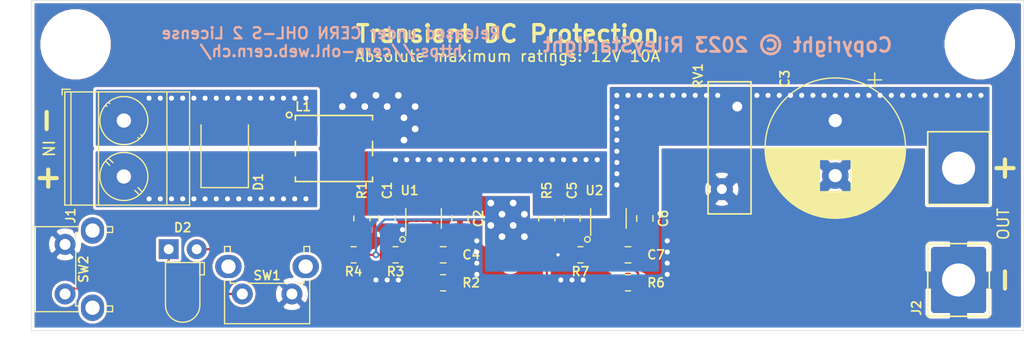
<source format=kicad_pcb>
(kicad_pcb (version 20171130) (host pcbnew 5.1.12-84ad8e8a86~92~ubuntu18.04.1)

  (general
    (thickness 1.6)
    (drawings 39)
    (tracks 175)
    (zones 0)
    (modules 30)
    (nets 15)
  )

  (page A4)
  (layers
    (0 F.Cu signal)
    (31 B.Cu signal)
    (32 B.Adhes user)
    (33 F.Adhes user)
    (34 B.Paste user)
    (35 F.Paste user)
    (36 B.SilkS user)
    (37 F.SilkS user)
    (38 B.Mask user)
    (39 F.Mask user)
    (40 Dwgs.User user)
    (41 Cmts.User user)
    (42 Eco1.User user)
    (43 Eco2.User user)
    (44 Edge.Cuts user)
    (45 Margin user)
    (46 B.CrtYd user)
    (47 F.CrtYd user)
    (48 B.Fab user)
    (49 F.Fab user)
  )

  (setup
    (last_trace_width 0.2032)
    (trace_clearance 0.2032)
    (zone_clearance 0.254)
    (zone_45_only no)
    (trace_min 0.2)
    (via_size 0.6096)
    (via_drill 0.3048)
    (via_min_size 0.4)
    (via_min_drill 0.3)
    (user_via 0.8128 0.4572)
    (user_via 1.016 0.6096)
    (uvia_size 0.3)
    (uvia_drill 0.1)
    (uvias_allowed no)
    (uvia_min_size 0.2)
    (uvia_min_drill 0.1)
    (edge_width 0.05)
    (segment_width 0.2)
    (pcb_text_width 0.3)
    (pcb_text_size 1.5 1.5)
    (mod_edge_width 0.12)
    (mod_text_size 1 1)
    (mod_text_width 0.15)
    (pad_size 3.2 3.2)
    (pad_drill 3.2)
    (pad_to_mask_clearance 0)
    (aux_axis_origin 0 0)
    (visible_elements FFFFFF7F)
    (pcbplotparams
      (layerselection 0x010f0_ffffffff)
      (usegerberextensions false)
      (usegerberattributes true)
      (usegerberadvancedattributes true)
      (creategerberjobfile false)
      (excludeedgelayer true)
      (linewidth 0.100000)
      (plotframeref false)
      (viasonmask true)
      (mode 1)
      (useauxorigin false)
      (hpglpennumber 1)
      (hpglpenspeed 20)
      (hpglpendiameter 15.000000)
      (psnegative false)
      (psa4output false)
      (plotreference true)
      (plotvalue true)
      (plotinvisibletext false)
      (padsonsilk false)
      (subtractmaskfromsilk false)
      (outputformat 1)
      (mirror false)
      (drillshape 0)
      (scaleselection 1)
      (outputdirectory "out/"))
  )

  (net 0 "")
  (net 1 GND)
  (net 2 VCC)
  (net 3 "Net-(C2-Pad1)")
  (net 4 "Net-(C4-Pad1)")
  (net 5 "Net-(C7-Pad1)")
  (net 6 "Net-(D1-Pad1)")
  (net 7 "Net-(D1-Pad2)")
  (net 8 "Net-(D2-Pad1)")
  (net 9 "Net-(D2-Pad2)")
  (net 10 "Net-(R1-Pad2)")
  (net 11 "Net-(R2-Pad1)")
  (net 12 "Net-(R3-Pad2)")
  (net 13 "Net-(R6-Pad1)")
  (net 14 "Net-(R7-Pad2)")

  (net_class Default "This is the default net class."
    (clearance 0.2032)
    (trace_width 0.2032)
    (via_dia 0.6096)
    (via_drill 0.3048)
    (uvia_dia 0.3)
    (uvia_drill 0.1)
    (add_net "Net-(C4-Pad1)")
    (add_net "Net-(C7-Pad1)")
    (add_net "Net-(D2-Pad1)")
    (add_net "Net-(D2-Pad2)")
    (add_net "Net-(R1-Pad2)")
    (add_net "Net-(R2-Pad1)")
    (add_net "Net-(R3-Pad2)")
    (add_net "Net-(R6-Pad1)")
    (add_net "Net-(R7-Pad2)")
    (add_net VCC)
  )

  (net_class Power ""
    (clearance 0.254)
    (trace_width 3.81)
    (via_dia 0.8128)
    (via_drill 0.4572)
    (uvia_dia 0.3)
    (uvia_drill 0.1)
    (add_net GND)
    (add_net "Net-(C2-Pad1)")
    (add_net "Net-(D1-Pad1)")
    (add_net "Net-(D1-Pad2)")
  )

  (module ECMS1V0704:ECMS1V0704 (layer F.Cu) (tedit 64418F31) (tstamp 6441EC2E)
    (at 27.432 13.462)
    (path /64404F16)
    (fp_text reference L1 (at -2.794 -3.81) (layer F.SilkS)
      (effects (font (size 0.8128 0.8128) (thickness 0.1524)))
    )
    (fp_text value Choke (at 0 0.762) (layer F.Fab)
      (effects (font (size 0.8128 0.8128) (thickness 0.1524)))
    )
    (fp_line (start -3.556 -2.54) (end -3.048 -3.048) (layer F.Fab) (width 0.12))
    (fp_circle (center -4.064 -3.048) (end -3.81 -3.048) (layer F.SilkS) (width 0.15))
    (fp_line (start -3.5 -2.6) (end -3.5 -3) (layer F.SilkS) (width 0.15))
    (fp_line (start 3.5 -2.6) (end 3.5 -3) (layer F.SilkS) (width 0.15))
    (fp_line (start 3.5 3) (end 3.5 2.6) (layer F.SilkS) (width 0.15))
    (fp_line (start -3.5 3) (end -3.5 2.6) (layer F.SilkS) (width 0.15))
    (fp_line (start -3.5 -3) (end 3.5 -3) (layer F.SilkS) (width 0.15))
    (fp_line (start 3.5 -0.65) (end 3.5 0.65) (layer F.SilkS) (width 0.15))
    (fp_line (start 3.5 3) (end -3.5 3) (layer F.SilkS) (width 0.15))
    (fp_line (start -3.5 0.65) (end -3.5 -0.65) (layer F.SilkS) (width 0.15))
    (fp_line (start -4 -3.25) (end 4 -3.25) (layer F.CrtYd) (width 0.05))
    (fp_line (start 4 -3.25) (end 4 3.25) (layer F.CrtYd) (width 0.05))
    (fp_line (start 4 3.25) (end -4 3.25) (layer F.CrtYd) (width 0.05))
    (fp_line (start -4 3.25) (end -4 -3.25) (layer F.CrtYd) (width 0.05))
    (fp_line (start -3.556 -3.048) (end 3.556 -3.048) (layer F.Fab) (width 0.12))
    (fp_line (start 3.556 -3.048) (end 3.556 3.048) (layer F.Fab) (width 0.12))
    (fp_line (start 3.556 3.048) (end -3.556 3.048) (layer F.Fab) (width 0.12))
    (fp_line (start -3.556 3.048) (end -3.556 -3.048) (layer F.Fab) (width 0.12))
    (fp_text user %R (at 0 -0.508) (layer F.Fab)
      (effects (font (size 0.508 0.508) (thickness 0.0762)))
    )
    (pad 1 smd roundrect (at -3.25 -1.625) (size 3.5 1.75) (layers F.Cu F.Paste F.Mask) (roundrect_rratio 0.25)
      (net 7 "Net-(D1-Pad2)"))
    (pad 2 smd roundrect (at -3.25 1.625) (size 3.5 1.75) (layers F.Cu F.Paste F.Mask) (roundrect_rratio 0.25)
      (net 6 "Net-(D1-Pad1)"))
    (pad 3 smd roundrect (at 3.25 1.625) (size 3.5 1.75) (layers F.Cu F.Paste F.Mask) (roundrect_rratio 0.25)
      (net 2 VCC))
    (pad 4 smd roundrect (at 3.25 -1.625) (size 3.500001 1.75) (layers F.Cu F.Paste F.Mask) (roundrect_rratio 0.25)
      (net 1 GND) (thermal_width 1.524) (thermal_gap 0.508))
  )

  (module Fiducial:Fiducial_1mm_Mask2mm (layer F.Cu) (tedit 5C18CB26) (tstamp 64424960)
    (at 43.434 23.876)
    (descr "Circular Fiducial, 1mm bare copper, 2mm soldermask opening (Level A)")
    (tags fiducial)
    (attr smd)
    (fp_text reference REF** (at 0 -2) (layer F.SilkS) hide
      (effects (font (size 0.8128 0.8128) (thickness 0.1524)))
    )
    (fp_text value Fiducial_1mm_Mask2mm (at 0 2) (layer F.Fab) hide
      (effects (font (size 0.8128 0.8128) (thickness 0.1524)))
    )
    (fp_circle (center 0 0) (end 1.25 0) (layer F.CrtYd) (width 0.05))
    (fp_circle (center 0 0) (end 1 0) (layer F.Fab) (width 0.1))
    (fp_text user %R (at 0 0) (layer F.Fab) hide
      (effects (font (size 0.508 0.508) (thickness 0.0762)))
    )
    (pad "" smd circle (at 0 0) (size 1 1) (layers F.Cu F.Mask)
      (solder_mask_margin 0.5) (clearance 0.5))
  )

  (module Fiducial:Fiducial_1mm_Mask2mm (layer F.Cu) (tedit 5C18CB26) (tstamp 6441FFA2)
    (at 9 25)
    (descr "Circular Fiducial, 1mm bare copper, 2mm soldermask opening (Level A)")
    (tags fiducial)
    (attr smd)
    (fp_text reference REF** (at 0 -2) (layer F.SilkS) hide
      (effects (font (size 0.8128 0.8128) (thickness 0.1524)))
    )
    (fp_text value Fiducial_1mm_Mask2mm (at 0 2) (layer F.Fab) hide
      (effects (font (size 0.8128 0.8128) (thickness 0.1524)))
    )
    (fp_circle (center 0 0) (end 1 0) (layer F.Fab) (width 0.1))
    (fp_circle (center 0 0) (end 1.25 0) (layer F.CrtYd) (width 0.05))
    (fp_text user %R (at 0 0) (layer F.Fab) hide
      (effects (font (size 0.508 0.508) (thickness 0.0762)))
    )
    (pad "" smd circle (at 0 0) (size 1 1) (layers F.Cu F.Mask)
      (solder_mask_margin 0.5) (clearance 0.5))
  )

  (module Fiducial:Fiducial_1mm_Mask2mm (layer F.Cu) (tedit 5C18CB26) (tstamp 6441FF94)
    (at 81 4.064)
    (descr "Circular Fiducial, 1mm bare copper, 2mm soldermask opening (Level A)")
    (tags fiducial)
    (attr smd)
    (fp_text reference REF** (at 0 -2) (layer F.SilkS) hide
      (effects (font (size 0.8128 0.8128) (thickness 0.1524)))
    )
    (fp_text value Fiducial_1mm_Mask2mm (at 0 2) (layer F.Fab) hide
      (effects (font (size 0.8128 0.8128) (thickness 0.1524)))
    )
    (fp_circle (center 0 0) (end 1.25 0) (layer F.CrtYd) (width 0.05))
    (fp_circle (center 0 0) (end 1 0) (layer F.Fab) (width 0.1))
    (fp_text user %R (at 0 0) (layer F.Fab) hide
      (effects (font (size 0.508 0.508) (thickness 0.0762)))
    )
    (pad "" smd circle (at 0 0) (size 1 1) (layers F.Cu F.Mask)
      (solder_mask_margin 0.5) (clearance 0.5))
  )

  (module MountingHole:MountingHole_3.2mm_M3 (layer F.Cu) (tedit 64418AA8) (tstamp 6441F869)
    (at 86 4)
    (descr "Mounting Hole 3.2mm, no annular, M3")
    (tags "mounting hole 3.2mm no annular m3")
    (attr virtual)
    (fp_text reference REF** (at 0 -4.2) (layer F.SilkS) hide
      (effects (font (size 0.8128 0.8128) (thickness 0.1524)))
    )
    (fp_text value MountingHole_3.2mm_M3 (at 0 4.2) (layer F.Fab) hide
      (effects (font (size 0.8128 0.8128) (thickness 0.1524)))
    )
    (fp_circle (center 0 0) (end 3.45 0) (layer F.CrtYd) (width 0.05))
    (fp_circle (center 0 0) (end 3.2 0) (layer Cmts.User) (width 0.15))
    (fp_text user %R (at 0.3 0) (layer F.Fab) hide
      (effects (font (size 0.508 0.508) (thickness 0.0762)))
    )
    (pad "" np_thru_hole circle (at 0 0) (size 3.2 3.2) (drill 3.2) (layers *.Cu *.Mask)
      (solder_mask_margin 1.6) (clearance 1.6))
  )

  (module MountingHole:MountingHole_3.2mm_M3 (layer F.Cu) (tedit 64418AC4) (tstamp 6441F84D)
    (at 4 4)
    (descr "Mounting Hole 3.2mm, no annular, M3")
    (tags "mounting hole 3.2mm no annular m3")
    (attr virtual)
    (fp_text reference REF** (at 0 -4.2) (layer F.SilkS) hide
      (effects (font (size 0.8128 0.8128) (thickness 0.1524)))
    )
    (fp_text value MountingHole_3.2mm_M3 (at 0 4.2) (layer F.Fab) hide
      (effects (font (size 0.8128 0.8128) (thickness 0.1524)))
    )
    (fp_circle (center 0 0) (end 3.2 0) (layer Cmts.User) (width 0.15))
    (fp_circle (center 0 0) (end 3.45 0) (layer F.CrtYd) (width 0.05))
    (fp_text user %R (at 0.3 0) (layer F.Fab) hide
      (effects (font (size 0.508 0.508) (thickness 0.0762)))
    )
    (pad "" np_thru_hole circle (at 0 0) (size 3.2 3.2) (drill 3.2) (layers *.Cu *.Mask)
      (solder_mask_margin 1.6) (clearance 1.6))
  )

  (module Fiducial:Fiducial_1mm_Mask2mm (layer F.Cu) (tedit 5C18CB26) (tstamp 6441F6A9)
    (at 9 4.064)
    (descr "Circular Fiducial, 1mm bare copper, 2mm soldermask opening (Level A)")
    (tags fiducial)
    (attr smd)
    (fp_text reference REF** (at 0 -2) (layer F.SilkS) hide
      (effects (font (size 0.8128 0.8128) (thickness 0.1524)))
    )
    (fp_text value Fiducial_1mm_Mask2mm (at 0 2) (layer F.Fab) hide
      (effects (font (size 0.8128 0.8128) (thickness 0.1524)))
    )
    (fp_circle (center 0 0) (end 1 0) (layer F.Fab) (width 0.1))
    (fp_circle (center 0 0) (end 1.25 0) (layer F.CrtYd) (width 0.05))
    (fp_text user %R (at 0 0) (layer F.Fab) hide
      (effects (font (size 0.508 0.508) (thickness 0.0762)))
    )
    (pad "" smd circle (at 0 0) (size 1 1) (layers F.Cu F.Mask)
      (solder_mask_margin 0.5) (clearance 0.5))
  )

  (module Connector_Wire:SolderWire-2.5sqmm_1x02_P7.2mm_D2.4mm_OD3.6mm (layer F.Cu) (tedit 6441885F) (tstamp 6441EF45)
    (at 84.074 25.4 90)
    (descr "Soldered wire connection, for 2 times 2.5 mm² wires, basic insulation, conductor diameter 2.4mm, outer diameter 3.6mm, size source Multi-Contact FLEXI-E 2.5 (https://ec.staubli.com/AcroFiles/Catalogues/TM_Cab-Main-11014119_(en)_hi.pdf), bend radius 3 times outer diameter, generated with kicad-footprint-generator")
    (tags "connector wire 2.5sqmm")
    (path /64419798)
    (attr virtual)
    (fp_text reference J2 (at -2.54 -3.81 90) (layer F.SilkS)
      (effects (font (size 0.8128 0.8128) (thickness 0.1524)))
    )
    (fp_text value OUTPUT (at 5.334 3.556 90) (layer F.Fab)
      (effects (font (size 0.8128 0.8128) (thickness 0.1524)))
    )
    (fp_line (start 13.208 -2.54) (end 7.112 -2.54) (layer F.CrtYd) (width 0.05))
    (fp_line (start 13.208 2.54) (end 13.208 -2.54) (layer F.CrtYd) (width 0.05))
    (fp_line (start 7.112 2.54) (end 13.208 2.54) (layer F.CrtYd) (width 0.05))
    (fp_line (start 7.112 -2.54) (end 7.112 2.54) (layer F.CrtYd) (width 0.05))
    (fp_line (start 3.048 -2.54) (end -3.048 -2.54) (layer F.CrtYd) (width 0.05))
    (fp_line (start 3.048 2.54) (end 3.048 -2.54) (layer F.CrtYd) (width 0.05))
    (fp_line (start -3.048 2.54) (end 3.048 2.54) (layer F.CrtYd) (width 0.05))
    (fp_line (start -3.048 -2.54) (end -3.048 2.54) (layer F.CrtYd) (width 0.05))
    (fp_circle (center 10.16 0) (end 11.96 0) (layer F.Fab) (width 0.1))
    (fp_circle (center 0 0) (end 1.8 0) (layer F.Fab) (width 0.1))
    (fp_line (start -3.302 -2.794) (end 3.302 -2.794) (layer F.SilkS) (width 0.15))
    (fp_line (start 3.302 -2.794) (end 3.302 2.794) (layer F.SilkS) (width 0.15))
    (fp_line (start 3.302 2.794) (end -3.302 2.794) (layer F.SilkS) (width 0.15))
    (fp_line (start -3.302 2.794) (end -3.302 -2.794) (layer F.SilkS) (width 0.15))
    (fp_line (start 6.858 -2.794) (end 6.858 2.794) (layer F.SilkS) (width 0.15))
    (fp_line (start 6.858 2.794) (end 13.462 2.794) (layer F.SilkS) (width 0.15))
    (fp_line (start 13.462 2.794) (end 13.462 -2.794) (layer F.SilkS) (width 0.15))
    (fp_line (start 13.462 -2.794) (end 6.858 -2.794) (layer F.SilkS) (width 0.15))
    (fp_text user %R (at 5.08 0 270) (layer F.Fab)
      (effects (font (size 0.508 0.508) (thickness 0.0762)))
    )
    (pad 1 thru_hole roundrect (at 0 0 90) (size 6.000001 5) (drill 2.999999) (layers *.Cu *.Mask) (roundrect_rratio 0.062)
      (net 1 GND) (thermal_width 1.524))
    (pad 2 thru_hole oval (at 10.16 0 90) (size 6 5) (drill 3) (layers *.Cu *.Mask)
      (net 3 "Net-(C2-Pad1)"))
    (model ${KISYS3DMOD}/Connector_Wire.3dshapes/SolderWire-2.5sqmm_1x02_P7.2mm_D2.4mm_OD3.6mm.wrl
      (at (xyz 0 0 0))
      (scale (xyz 1 1 1))
      (rotate (xyz 0 0 0))
    )
  )

  (module Capacitor_SMD:C_0805_2012Metric (layer F.Cu) (tedit 64417449) (tstamp 6441CA3A)
    (at 32.258 19.812 270)
    (descr "Capacitor SMD 0805 (2012 Metric), square (rectangular) end terminal, IPC_7351 nominal, (Body size source: IPC-SM-782 page 76, https://www.pcb-3d.com/wordpress/wp-content/uploads/ipc-sm-782a_amendment_1_and_2.pdf, https://docs.google.com/spreadsheets/d/1BsfQQcO9C6DZCsRaXUlFlo91Tg2WpOkGARC1WS5S8t0/edit?usp=sharing), generated with kicad-footprint-generator")
    (tags capacitor)
    (path /6440F4C3)
    (attr smd)
    (fp_text reference C1 (at -2.54 0 90) (layer F.SilkS)
      (effects (font (size 0.8128 0.8128) (thickness 0.1524)))
    )
    (fp_text value 10µF (at -2.794 0 90) (layer F.Fab)
      (effects (font (size 0.8128 0.8128) (thickness 0.1524)))
    )
    (fp_line (start 1.7 0.98) (end -1.7 0.98) (layer F.CrtYd) (width 0.05))
    (fp_line (start 1.7 -0.98) (end 1.7 0.98) (layer F.CrtYd) (width 0.05))
    (fp_line (start -1.7 -0.98) (end 1.7 -0.98) (layer F.CrtYd) (width 0.05))
    (fp_line (start -1.7 0.98) (end -1.7 -0.98) (layer F.CrtYd) (width 0.05))
    (fp_line (start -0.261252 0.735) (end 0.261252 0.735) (layer F.SilkS) (width 0.12))
    (fp_line (start -0.261252 -0.735) (end 0.261252 -0.735) (layer F.SilkS) (width 0.12))
    (fp_line (start 1 0.625) (end -1 0.625) (layer F.Fab) (width 0.1))
    (fp_line (start 1 -0.625) (end 1 0.625) (layer F.Fab) (width 0.1))
    (fp_line (start -1 -0.625) (end 1 -0.625) (layer F.Fab) (width 0.1))
    (fp_line (start -1 0.625) (end -1 -0.625) (layer F.Fab) (width 0.1))
    (fp_text user %R (at 0 0 90) (layer F.Fab)
      (effects (font (size 0.508 0.508) (thickness 0.0762)))
    )
    (pad 2 smd roundrect (at 0.95 0 270) (size 1 1.45) (layers F.Cu F.Paste F.Mask) (roundrect_rratio 0.25)
      (net 1 GND) (thermal_gap 0.254))
    (pad 1 smd roundrect (at -0.95 0 270) (size 1 1.45) (layers F.Cu F.Paste F.Mask) (roundrect_rratio 0.25)
      (net 2 VCC))
    (model ${KISYS3DMOD}/Capacitor_SMD.3dshapes/C_0805_2012Metric.wrl
      (at (xyz 0 0 0))
      (scale (xyz 1 1 1))
      (rotate (xyz 0 0 0))
    )
  )

  (module Capacitor_SMD:C_0805_2012Metric (layer F.Cu) (tedit 64418788) (tstamp 6441CA4B)
    (at 38.862 19.812 270)
    (descr "Capacitor SMD 0805 (2012 Metric), square (rectangular) end terminal, IPC_7351 nominal, (Body size source: IPC-SM-782 page 76, https://www.pcb-3d.com/wordpress/wp-content/uploads/ipc-sm-782a_amendment_1_and_2.pdf, https://docs.google.com/spreadsheets/d/1BsfQQcO9C6DZCsRaXUlFlo91Tg2WpOkGARC1WS5S8t0/edit?usp=sharing), generated with kicad-footprint-generator")
    (tags capacitor)
    (path /6440E354)
    (attr smd)
    (fp_text reference C2 (at 0 -1.68 90) (layer F.SilkS)
      (effects (font (size 0.8128 0.8128) (thickness 0.1524)))
    )
    (fp_text value 10nF (at -2.794 0 90) (layer F.Fab)
      (effects (font (size 0.8128 0.8128) (thickness 0.1524)))
    )
    (fp_line (start -1 0.625) (end -1 -0.625) (layer F.Fab) (width 0.1))
    (fp_line (start -1 -0.625) (end 1 -0.625) (layer F.Fab) (width 0.1))
    (fp_line (start 1 -0.625) (end 1 0.625) (layer F.Fab) (width 0.1))
    (fp_line (start 1 0.625) (end -1 0.625) (layer F.Fab) (width 0.1))
    (fp_line (start -0.261252 -0.735) (end 0.261252 -0.735) (layer F.SilkS) (width 0.12))
    (fp_line (start -0.261252 0.735) (end 0.261252 0.735) (layer F.SilkS) (width 0.12))
    (fp_line (start -1.7 0.98) (end -1.7 -0.98) (layer F.CrtYd) (width 0.05))
    (fp_line (start -1.7 -0.98) (end 1.7 -0.98) (layer F.CrtYd) (width 0.05))
    (fp_line (start 1.7 -0.98) (end 1.7 0.98) (layer F.CrtYd) (width 0.05))
    (fp_line (start 1.7 0.98) (end -1.7 0.98) (layer F.CrtYd) (width 0.05))
    (fp_text user %R (at 0 0 90) (layer F.Fab)
      (effects (font (size 0.508 0.508) (thickness 0.0762)))
    )
    (pad 1 smd roundrect (at -0.95 0 270) (size 1 1.45) (layers F.Cu F.Paste F.Mask) (roundrect_rratio 0.25)
      (net 3 "Net-(C2-Pad1)"))
    (pad 2 smd roundrect (at 0.95 0 270) (size 1 1.45) (layers F.Cu F.Paste F.Mask) (roundrect_rratio 0.25)
      (net 1 GND) (clearance 0.2032) (thermal_gap 0.2032))
    (model ${KISYS3DMOD}/Capacitor_SMD.3dshapes/C_0805_2012Metric.wrl
      (at (xyz 0 0 0))
      (scale (xyz 1 1 1))
      (rotate (xyz 0 0 0))
    )
  )

  (module Capacitor_THT:CP_Radial_D12.5mm_P5.00mm (layer F.Cu) (tedit 644188AF) (tstamp 6441CB41)
    (at 72.898 10.922 270)
    (descr "CP, Radial series, Radial, pin pitch=5.00mm, , diameter=12.5mm, Electrolytic Capacitor")
    (tags "CP Radial series Radial pin pitch 5.00mm  diameter 12.5mm Electrolytic Capacitor")
    (path /644066DA)
    (fp_text reference C3 (at -3.81 4.572 90) (layer F.SilkS)
      (effects (font (size 0.8128 0.8128) (thickness 0.1524)))
    )
    (fp_text value 2200µF (at 2.5 -2.286 90) (layer F.Fab)
      (effects (font (size 0.8128 0.8128) (thickness 0.1524)))
    )
    (fp_circle (center 2.5 0) (end 8.75 0) (layer F.Fab) (width 0.1))
    (fp_circle (center 2.5 0) (end 8.87 0) (layer F.SilkS) (width 0.12))
    (fp_circle (center 2.5 0) (end 9 0) (layer F.CrtYd) (width 0.05))
    (fp_line (start -2.866489 -2.7375) (end -1.616489 -2.7375) (layer F.Fab) (width 0.1))
    (fp_line (start -2.241489 -3.3625) (end -2.241489 -2.1125) (layer F.Fab) (width 0.1))
    (fp_line (start 2.5 -6.33) (end 2.5 6.33) (layer F.SilkS) (width 0.12))
    (fp_line (start 2.54 -6.33) (end 2.54 6.33) (layer F.SilkS) (width 0.12))
    (fp_line (start 2.58 -6.33) (end 2.58 6.33) (layer F.SilkS) (width 0.12))
    (fp_line (start 2.62 -6.329) (end 2.62 6.329) (layer F.SilkS) (width 0.12))
    (fp_line (start 2.66 -6.328) (end 2.66 6.328) (layer F.SilkS) (width 0.12))
    (fp_line (start 2.7 -6.327) (end 2.7 6.327) (layer F.SilkS) (width 0.12))
    (fp_line (start 2.74 -6.326) (end 2.74 6.326) (layer F.SilkS) (width 0.12))
    (fp_line (start 2.78 -6.324) (end 2.78 6.324) (layer F.SilkS) (width 0.12))
    (fp_line (start 2.82 -6.322) (end 2.82 6.322) (layer F.SilkS) (width 0.12))
    (fp_line (start 2.86 -6.32) (end 2.86 6.32) (layer F.SilkS) (width 0.12))
    (fp_line (start 2.9 -6.318) (end 2.9 6.318) (layer F.SilkS) (width 0.12))
    (fp_line (start 2.94 -6.315) (end 2.94 6.315) (layer F.SilkS) (width 0.12))
    (fp_line (start 2.98 -6.312) (end 2.98 6.312) (layer F.SilkS) (width 0.12))
    (fp_line (start 3.02 -6.309) (end 3.02 6.309) (layer F.SilkS) (width 0.12))
    (fp_line (start 3.06 -6.306) (end 3.06 6.306) (layer F.SilkS) (width 0.12))
    (fp_line (start 3.1 -6.302) (end 3.1 6.302) (layer F.SilkS) (width 0.12))
    (fp_line (start 3.14 -6.298) (end 3.14 6.298) (layer F.SilkS) (width 0.12))
    (fp_line (start 3.18 -6.294) (end 3.18 6.294) (layer F.SilkS) (width 0.12))
    (fp_line (start 3.221 -6.29) (end 3.221 6.29) (layer F.SilkS) (width 0.12))
    (fp_line (start 3.261 -6.285) (end 3.261 6.285) (layer F.SilkS) (width 0.12))
    (fp_line (start 3.301 -6.28) (end 3.301 6.28) (layer F.SilkS) (width 0.12))
    (fp_line (start 3.341 -6.275) (end 3.341 6.275) (layer F.SilkS) (width 0.12))
    (fp_line (start 3.381 -6.269) (end 3.381 6.269) (layer F.SilkS) (width 0.12))
    (fp_line (start 3.421 -6.264) (end 3.421 6.264) (layer F.SilkS) (width 0.12))
    (fp_line (start 3.461 -6.258) (end 3.461 6.258) (layer F.SilkS) (width 0.12))
    (fp_line (start 3.501 -6.252) (end 3.501 6.252) (layer F.SilkS) (width 0.12))
    (fp_line (start 3.541 -6.245) (end 3.541 6.245) (layer F.SilkS) (width 0.12))
    (fp_line (start 3.581 -6.238) (end 3.581 -1.44) (layer F.SilkS) (width 0.12))
    (fp_line (start 3.581 1.44) (end 3.581 6.238) (layer F.SilkS) (width 0.12))
    (fp_line (start 3.621 -6.231) (end 3.621 -1.44) (layer F.SilkS) (width 0.12))
    (fp_line (start 3.621 1.44) (end 3.621 6.231) (layer F.SilkS) (width 0.12))
    (fp_line (start 3.661 -6.224) (end 3.661 -1.44) (layer F.SilkS) (width 0.12))
    (fp_line (start 3.661 1.44) (end 3.661 6.224) (layer F.SilkS) (width 0.12))
    (fp_line (start 3.701 -6.216) (end 3.701 -1.44) (layer F.SilkS) (width 0.12))
    (fp_line (start 3.701 1.44) (end 3.701 6.216) (layer F.SilkS) (width 0.12))
    (fp_line (start 3.741 -6.209) (end 3.741 -1.44) (layer F.SilkS) (width 0.12))
    (fp_line (start 3.741 1.44) (end 3.741 6.209) (layer F.SilkS) (width 0.12))
    (fp_line (start 3.781 -6.201) (end 3.781 -1.44) (layer F.SilkS) (width 0.12))
    (fp_line (start 3.781 1.44) (end 3.781 6.201) (layer F.SilkS) (width 0.12))
    (fp_line (start 3.821 -6.192) (end 3.821 -1.44) (layer F.SilkS) (width 0.12))
    (fp_line (start 3.821 1.44) (end 3.821 6.192) (layer F.SilkS) (width 0.12))
    (fp_line (start 3.861 -6.184) (end 3.861 -1.44) (layer F.SilkS) (width 0.12))
    (fp_line (start 3.861 1.44) (end 3.861 6.184) (layer F.SilkS) (width 0.12))
    (fp_line (start 3.901 -6.175) (end 3.901 -1.44) (layer F.SilkS) (width 0.12))
    (fp_line (start 3.901 1.44) (end 3.901 6.175) (layer F.SilkS) (width 0.12))
    (fp_line (start 3.941 -6.166) (end 3.941 -1.44) (layer F.SilkS) (width 0.12))
    (fp_line (start 3.941 1.44) (end 3.941 6.166) (layer F.SilkS) (width 0.12))
    (fp_line (start 3.981 -6.156) (end 3.981 -1.44) (layer F.SilkS) (width 0.12))
    (fp_line (start 3.981 1.44) (end 3.981 6.156) (layer F.SilkS) (width 0.12))
    (fp_line (start 4.021 -6.146) (end 4.021 -1.44) (layer F.SilkS) (width 0.12))
    (fp_line (start 4.021 1.44) (end 4.021 6.146) (layer F.SilkS) (width 0.12))
    (fp_line (start 4.061 -6.137) (end 4.061 -1.44) (layer F.SilkS) (width 0.12))
    (fp_line (start 4.061 1.44) (end 4.061 6.137) (layer F.SilkS) (width 0.12))
    (fp_line (start 4.101 -6.126) (end 4.101 -1.44) (layer F.SilkS) (width 0.12))
    (fp_line (start 4.101 1.44) (end 4.101 6.126) (layer F.SilkS) (width 0.12))
    (fp_line (start 4.141 -6.116) (end 4.141 -1.44) (layer F.SilkS) (width 0.12))
    (fp_line (start 4.141 1.44) (end 4.141 6.116) (layer F.SilkS) (width 0.12))
    (fp_line (start 4.181 -6.105) (end 4.181 -1.44) (layer F.SilkS) (width 0.12))
    (fp_line (start 4.181 1.44) (end 4.181 6.105) (layer F.SilkS) (width 0.12))
    (fp_line (start 4.221 -6.094) (end 4.221 -1.44) (layer F.SilkS) (width 0.12))
    (fp_line (start 4.221 1.44) (end 4.221 6.094) (layer F.SilkS) (width 0.12))
    (fp_line (start 4.261 -6.083) (end 4.261 -1.44) (layer F.SilkS) (width 0.12))
    (fp_line (start 4.261 1.44) (end 4.261 6.083) (layer F.SilkS) (width 0.12))
    (fp_line (start 4.301 -6.071) (end 4.301 -1.44) (layer F.SilkS) (width 0.12))
    (fp_line (start 4.301 1.44) (end 4.301 6.071) (layer F.SilkS) (width 0.12))
    (fp_line (start 4.341 -6.059) (end 4.341 -1.44) (layer F.SilkS) (width 0.12))
    (fp_line (start 4.341 1.44) (end 4.341 6.059) (layer F.SilkS) (width 0.12))
    (fp_line (start 4.381 -6.047) (end 4.381 -1.44) (layer F.SilkS) (width 0.12))
    (fp_line (start 4.381 1.44) (end 4.381 6.047) (layer F.SilkS) (width 0.12))
    (fp_line (start 4.421 -6.034) (end 4.421 -1.44) (layer F.SilkS) (width 0.12))
    (fp_line (start 4.421 1.44) (end 4.421 6.034) (layer F.SilkS) (width 0.12))
    (fp_line (start 4.461 -6.021) (end 4.461 -1.44) (layer F.SilkS) (width 0.12))
    (fp_line (start 4.461 1.44) (end 4.461 6.021) (layer F.SilkS) (width 0.12))
    (fp_line (start 4.501 -6.008) (end 4.501 -1.44) (layer F.SilkS) (width 0.12))
    (fp_line (start 4.501 1.44) (end 4.501 6.008) (layer F.SilkS) (width 0.12))
    (fp_line (start 4.541 -5.995) (end 4.541 -1.44) (layer F.SilkS) (width 0.12))
    (fp_line (start 4.541 1.44) (end 4.541 5.995) (layer F.SilkS) (width 0.12))
    (fp_line (start 4.581 -5.981) (end 4.581 -1.44) (layer F.SilkS) (width 0.12))
    (fp_line (start 4.581 1.44) (end 4.581 5.981) (layer F.SilkS) (width 0.12))
    (fp_line (start 4.621 -5.967) (end 4.621 -1.44) (layer F.SilkS) (width 0.12))
    (fp_line (start 4.621 1.44) (end 4.621 5.967) (layer F.SilkS) (width 0.12))
    (fp_line (start 4.661 -5.953) (end 4.661 -1.44) (layer F.SilkS) (width 0.12))
    (fp_line (start 4.661 1.44) (end 4.661 5.953) (layer F.SilkS) (width 0.12))
    (fp_line (start 4.701 -5.939) (end 4.701 -1.44) (layer F.SilkS) (width 0.12))
    (fp_line (start 4.701 1.44) (end 4.701 5.939) (layer F.SilkS) (width 0.12))
    (fp_line (start 4.741 -5.924) (end 4.741 -1.44) (layer F.SilkS) (width 0.12))
    (fp_line (start 4.741 1.44) (end 4.741 5.924) (layer F.SilkS) (width 0.12))
    (fp_line (start 4.781 -5.908) (end 4.781 -1.44) (layer F.SilkS) (width 0.12))
    (fp_line (start 4.781 1.44) (end 4.781 5.908) (layer F.SilkS) (width 0.12))
    (fp_line (start 4.821 -5.893) (end 4.821 -1.44) (layer F.SilkS) (width 0.12))
    (fp_line (start 4.821 1.44) (end 4.821 5.893) (layer F.SilkS) (width 0.12))
    (fp_line (start 4.861 -5.877) (end 4.861 -1.44) (layer F.SilkS) (width 0.12))
    (fp_line (start 4.861 1.44) (end 4.861 5.877) (layer F.SilkS) (width 0.12))
    (fp_line (start 4.901 -5.861) (end 4.901 -1.44) (layer F.SilkS) (width 0.12))
    (fp_line (start 4.901 1.44) (end 4.901 5.861) (layer F.SilkS) (width 0.12))
    (fp_line (start 4.941 -5.845) (end 4.941 -1.44) (layer F.SilkS) (width 0.12))
    (fp_line (start 4.941 1.44) (end 4.941 5.845) (layer F.SilkS) (width 0.12))
    (fp_line (start 4.981 -5.828) (end 4.981 -1.44) (layer F.SilkS) (width 0.12))
    (fp_line (start 4.981 1.44) (end 4.981 5.828) (layer F.SilkS) (width 0.12))
    (fp_line (start 5.021 -5.811) (end 5.021 -1.44) (layer F.SilkS) (width 0.12))
    (fp_line (start 5.021 1.44) (end 5.021 5.811) (layer F.SilkS) (width 0.12))
    (fp_line (start 5.061 -5.793) (end 5.061 -1.44) (layer F.SilkS) (width 0.12))
    (fp_line (start 5.061 1.44) (end 5.061 5.793) (layer F.SilkS) (width 0.12))
    (fp_line (start 5.101 -5.776) (end 5.101 -1.44) (layer F.SilkS) (width 0.12))
    (fp_line (start 5.101 1.44) (end 5.101 5.776) (layer F.SilkS) (width 0.12))
    (fp_line (start 5.141 -5.758) (end 5.141 -1.44) (layer F.SilkS) (width 0.12))
    (fp_line (start 5.141 1.44) (end 5.141 5.758) (layer F.SilkS) (width 0.12))
    (fp_line (start 5.181 -5.739) (end 5.181 -1.44) (layer F.SilkS) (width 0.12))
    (fp_line (start 5.181 1.44) (end 5.181 5.739) (layer F.SilkS) (width 0.12))
    (fp_line (start 5.221 -5.721) (end 5.221 -1.44) (layer F.SilkS) (width 0.12))
    (fp_line (start 5.221 1.44) (end 5.221 5.721) (layer F.SilkS) (width 0.12))
    (fp_line (start 5.261 -5.702) (end 5.261 -1.44) (layer F.SilkS) (width 0.12))
    (fp_line (start 5.261 1.44) (end 5.261 5.702) (layer F.SilkS) (width 0.12))
    (fp_line (start 5.301 -5.682) (end 5.301 -1.44) (layer F.SilkS) (width 0.12))
    (fp_line (start 5.301 1.44) (end 5.301 5.682) (layer F.SilkS) (width 0.12))
    (fp_line (start 5.341 -5.662) (end 5.341 -1.44) (layer F.SilkS) (width 0.12))
    (fp_line (start 5.341 1.44) (end 5.341 5.662) (layer F.SilkS) (width 0.12))
    (fp_line (start 5.381 -5.642) (end 5.381 -1.44) (layer F.SilkS) (width 0.12))
    (fp_line (start 5.381 1.44) (end 5.381 5.642) (layer F.SilkS) (width 0.12))
    (fp_line (start 5.421 -5.622) (end 5.421 -1.44) (layer F.SilkS) (width 0.12))
    (fp_line (start 5.421 1.44) (end 5.421 5.622) (layer F.SilkS) (width 0.12))
    (fp_line (start 5.461 -5.601) (end 5.461 -1.44) (layer F.SilkS) (width 0.12))
    (fp_line (start 5.461 1.44) (end 5.461 5.601) (layer F.SilkS) (width 0.12))
    (fp_line (start 5.501 -5.58) (end 5.501 -1.44) (layer F.SilkS) (width 0.12))
    (fp_line (start 5.501 1.44) (end 5.501 5.58) (layer F.SilkS) (width 0.12))
    (fp_line (start 5.541 -5.558) (end 5.541 -1.44) (layer F.SilkS) (width 0.12))
    (fp_line (start 5.541 1.44) (end 5.541 5.558) (layer F.SilkS) (width 0.12))
    (fp_line (start 5.581 -5.536) (end 5.581 -1.44) (layer F.SilkS) (width 0.12))
    (fp_line (start 5.581 1.44) (end 5.581 5.536) (layer F.SilkS) (width 0.12))
    (fp_line (start 5.621 -5.514) (end 5.621 -1.44) (layer F.SilkS) (width 0.12))
    (fp_line (start 5.621 1.44) (end 5.621 5.514) (layer F.SilkS) (width 0.12))
    (fp_line (start 5.661 -5.491) (end 5.661 -1.44) (layer F.SilkS) (width 0.12))
    (fp_line (start 5.661 1.44) (end 5.661 5.491) (layer F.SilkS) (width 0.12))
    (fp_line (start 5.701 -5.468) (end 5.701 -1.44) (layer F.SilkS) (width 0.12))
    (fp_line (start 5.701 1.44) (end 5.701 5.468) (layer F.SilkS) (width 0.12))
    (fp_line (start 5.741 -5.445) (end 5.741 -1.44) (layer F.SilkS) (width 0.12))
    (fp_line (start 5.741 1.44) (end 5.741 5.445) (layer F.SilkS) (width 0.12))
    (fp_line (start 5.781 -5.421) (end 5.781 -1.44) (layer F.SilkS) (width 0.12))
    (fp_line (start 5.781 1.44) (end 5.781 5.421) (layer F.SilkS) (width 0.12))
    (fp_line (start 5.821 -5.397) (end 5.821 -1.44) (layer F.SilkS) (width 0.12))
    (fp_line (start 5.821 1.44) (end 5.821 5.397) (layer F.SilkS) (width 0.12))
    (fp_line (start 5.861 -5.372) (end 5.861 -1.44) (layer F.SilkS) (width 0.12))
    (fp_line (start 5.861 1.44) (end 5.861 5.372) (layer F.SilkS) (width 0.12))
    (fp_line (start 5.901 -5.347) (end 5.901 -1.44) (layer F.SilkS) (width 0.12))
    (fp_line (start 5.901 1.44) (end 5.901 5.347) (layer F.SilkS) (width 0.12))
    (fp_line (start 5.941 -5.322) (end 5.941 -1.44) (layer F.SilkS) (width 0.12))
    (fp_line (start 5.941 1.44) (end 5.941 5.322) (layer F.SilkS) (width 0.12))
    (fp_line (start 5.981 -5.296) (end 5.981 -1.44) (layer F.SilkS) (width 0.12))
    (fp_line (start 5.981 1.44) (end 5.981 5.296) (layer F.SilkS) (width 0.12))
    (fp_line (start 6.021 -5.27) (end 6.021 -1.44) (layer F.SilkS) (width 0.12))
    (fp_line (start 6.021 1.44) (end 6.021 5.27) (layer F.SilkS) (width 0.12))
    (fp_line (start 6.061 -5.243) (end 6.061 -1.44) (layer F.SilkS) (width 0.12))
    (fp_line (start 6.061 1.44) (end 6.061 5.243) (layer F.SilkS) (width 0.12))
    (fp_line (start 6.101 -5.216) (end 6.101 -1.44) (layer F.SilkS) (width 0.12))
    (fp_line (start 6.101 1.44) (end 6.101 5.216) (layer F.SilkS) (width 0.12))
    (fp_line (start 6.141 -5.188) (end 6.141 -1.44) (layer F.SilkS) (width 0.12))
    (fp_line (start 6.141 1.44) (end 6.141 5.188) (layer F.SilkS) (width 0.12))
    (fp_line (start 6.181 -5.16) (end 6.181 -1.44) (layer F.SilkS) (width 0.12))
    (fp_line (start 6.181 1.44) (end 6.181 5.16) (layer F.SilkS) (width 0.12))
    (fp_line (start 6.221 -5.131) (end 6.221 -1.44) (layer F.SilkS) (width 0.12))
    (fp_line (start 6.221 1.44) (end 6.221 5.131) (layer F.SilkS) (width 0.12))
    (fp_line (start 6.261 -5.102) (end 6.261 -1.44) (layer F.SilkS) (width 0.12))
    (fp_line (start 6.261 1.44) (end 6.261 5.102) (layer F.SilkS) (width 0.12))
    (fp_line (start 6.301 -5.073) (end 6.301 -1.44) (layer F.SilkS) (width 0.12))
    (fp_line (start 6.301 1.44) (end 6.301 5.073) (layer F.SilkS) (width 0.12))
    (fp_line (start 6.341 -5.043) (end 6.341 -1.44) (layer F.SilkS) (width 0.12))
    (fp_line (start 6.341 1.44) (end 6.341 5.043) (layer F.SilkS) (width 0.12))
    (fp_line (start 6.381 -5.012) (end 6.381 -1.44) (layer F.SilkS) (width 0.12))
    (fp_line (start 6.381 1.44) (end 6.381 5.012) (layer F.SilkS) (width 0.12))
    (fp_line (start 6.421 -4.982) (end 6.421 -1.44) (layer F.SilkS) (width 0.12))
    (fp_line (start 6.421 1.44) (end 6.421 4.982) (layer F.SilkS) (width 0.12))
    (fp_line (start 6.461 -4.95) (end 6.461 4.95) (layer F.SilkS) (width 0.12))
    (fp_line (start 6.501 -4.918) (end 6.501 4.918) (layer F.SilkS) (width 0.12))
    (fp_line (start 6.541 -4.885) (end 6.541 4.885) (layer F.SilkS) (width 0.12))
    (fp_line (start 6.581 -4.852) (end 6.581 4.852) (layer F.SilkS) (width 0.12))
    (fp_line (start 6.621 -4.819) (end 6.621 4.819) (layer F.SilkS) (width 0.12))
    (fp_line (start 6.661 -4.785) (end 6.661 4.785) (layer F.SilkS) (width 0.12))
    (fp_line (start 6.701 -4.75) (end 6.701 4.75) (layer F.SilkS) (width 0.12))
    (fp_line (start 6.741 -4.714) (end 6.741 4.714) (layer F.SilkS) (width 0.12))
    (fp_line (start 6.781 -4.678) (end 6.781 4.678) (layer F.SilkS) (width 0.12))
    (fp_line (start 6.821 -4.642) (end 6.821 4.642) (layer F.SilkS) (width 0.12))
    (fp_line (start 6.861 -4.605) (end 6.861 4.605) (layer F.SilkS) (width 0.12))
    (fp_line (start 6.901 -4.567) (end 6.901 4.567) (layer F.SilkS) (width 0.12))
    (fp_line (start 6.941 -4.528) (end 6.941 4.528) (layer F.SilkS) (width 0.12))
    (fp_line (start 6.981 -4.489) (end 6.981 4.489) (layer F.SilkS) (width 0.12))
    (fp_line (start 7.021 -4.449) (end 7.021 4.449) (layer F.SilkS) (width 0.12))
    (fp_line (start 7.061 -4.408) (end 7.061 4.408) (layer F.SilkS) (width 0.12))
    (fp_line (start 7.101 -4.367) (end 7.101 4.367) (layer F.SilkS) (width 0.12))
    (fp_line (start 7.141 -4.325) (end 7.141 4.325) (layer F.SilkS) (width 0.12))
    (fp_line (start 7.181 -4.282) (end 7.181 4.282) (layer F.SilkS) (width 0.12))
    (fp_line (start 7.221 -4.238) (end 7.221 4.238) (layer F.SilkS) (width 0.12))
    (fp_line (start 7.261 -4.194) (end 7.261 4.194) (layer F.SilkS) (width 0.12))
    (fp_line (start 7.301 -4.148) (end 7.301 4.148) (layer F.SilkS) (width 0.12))
    (fp_line (start 7.341 -4.102) (end 7.341 4.102) (layer F.SilkS) (width 0.12))
    (fp_line (start 7.381 -4.055) (end 7.381 4.055) (layer F.SilkS) (width 0.12))
    (fp_line (start 7.421 -4.007) (end 7.421 4.007) (layer F.SilkS) (width 0.12))
    (fp_line (start 7.461 -3.957) (end 7.461 3.957) (layer F.SilkS) (width 0.12))
    (fp_line (start 7.501 -3.907) (end 7.501 3.907) (layer F.SilkS) (width 0.12))
    (fp_line (start 7.541 -3.856) (end 7.541 3.856) (layer F.SilkS) (width 0.12))
    (fp_line (start 7.581 -3.804) (end 7.581 3.804) (layer F.SilkS) (width 0.12))
    (fp_line (start 7.621 -3.75) (end 7.621 3.75) (layer F.SilkS) (width 0.12))
    (fp_line (start 7.661 -3.696) (end 7.661 3.696) (layer F.SilkS) (width 0.12))
    (fp_line (start 7.701 -3.64) (end 7.701 3.64) (layer F.SilkS) (width 0.12))
    (fp_line (start 7.741 -3.583) (end 7.741 3.583) (layer F.SilkS) (width 0.12))
    (fp_line (start 7.781 -3.524) (end 7.781 3.524) (layer F.SilkS) (width 0.12))
    (fp_line (start 7.821 -3.464) (end 7.821 3.464) (layer F.SilkS) (width 0.12))
    (fp_line (start 7.861 -3.402) (end 7.861 3.402) (layer F.SilkS) (width 0.12))
    (fp_line (start 7.901 -3.339) (end 7.901 3.339) (layer F.SilkS) (width 0.12))
    (fp_line (start 7.941 -3.275) (end 7.941 3.275) (layer F.SilkS) (width 0.12))
    (fp_line (start 7.981 -3.208) (end 7.981 3.208) (layer F.SilkS) (width 0.12))
    (fp_line (start 8.021 -3.14) (end 8.021 3.14) (layer F.SilkS) (width 0.12))
    (fp_line (start 8.061 -3.069) (end 8.061 3.069) (layer F.SilkS) (width 0.12))
    (fp_line (start 8.101 -2.996) (end 8.101 2.996) (layer F.SilkS) (width 0.12))
    (fp_line (start 8.141 -2.921) (end 8.141 2.921) (layer F.SilkS) (width 0.12))
    (fp_line (start 8.181 -2.844) (end 8.181 2.844) (layer F.SilkS) (width 0.12))
    (fp_line (start 8.221 -2.764) (end 8.221 2.764) (layer F.SilkS) (width 0.12))
    (fp_line (start 8.261 -2.681) (end 8.261 2.681) (layer F.SilkS) (width 0.12))
    (fp_line (start 8.301 -2.594) (end 8.301 2.594) (layer F.SilkS) (width 0.12))
    (fp_line (start 8.341 -2.504) (end 8.341 2.504) (layer F.SilkS) (width 0.12))
    (fp_line (start 8.381 -2.41) (end 8.381 2.41) (layer F.SilkS) (width 0.12))
    (fp_line (start 8.421 -2.312) (end 8.421 2.312) (layer F.SilkS) (width 0.12))
    (fp_line (start 8.461 -2.209) (end 8.461 2.209) (layer F.SilkS) (width 0.12))
    (fp_line (start 8.501 -2.1) (end 8.501 2.1) (layer F.SilkS) (width 0.12))
    (fp_line (start 8.541 -1.984) (end 8.541 1.984) (layer F.SilkS) (width 0.12))
    (fp_line (start 8.581 -1.861) (end 8.581 1.861) (layer F.SilkS) (width 0.12))
    (fp_line (start 8.621 -1.728) (end 8.621 1.728) (layer F.SilkS) (width 0.12))
    (fp_line (start 8.661 -1.583) (end 8.661 1.583) (layer F.SilkS) (width 0.12))
    (fp_line (start 8.701 -1.422) (end 8.701 1.422) (layer F.SilkS) (width 0.12))
    (fp_line (start 8.741 -1.241) (end 8.741 1.241) (layer F.SilkS) (width 0.12))
    (fp_line (start 8.781 -1.028) (end 8.781 1.028) (layer F.SilkS) (width 0.12))
    (fp_line (start 8.821 -0.757) (end 8.821 0.757) (layer F.SilkS) (width 0.12))
    (fp_line (start 8.861 -0.317) (end 8.861 0.317) (layer F.SilkS) (width 0.12))
    (fp_line (start -4.317082 -3.575) (end -3.067082 -3.575) (layer F.SilkS) (width 0.12))
    (fp_line (start -3.692082 -4.2) (end -3.692082 -2.95) (layer F.SilkS) (width 0.12))
    (fp_text user %R (at 2.5 0 90) (layer F.Fab)
      (effects (font (size 0.508 0.508) (thickness 0.0762)))
    )
    (pad 1 thru_hole rect (at 0 0 270) (size 2.4 2.4) (drill 1.2) (layers *.Cu *.Mask)
      (net 3 "Net-(C2-Pad1)"))
    (pad 2 thru_hole circle (at 5 0 270) (size 2.4 2.4) (drill 1.2) (layers *.Cu *.Mask)
      (net 1 GND) (thermal_width 1.016))
    (model ${KISYS3DMOD}/Capacitor_THT.3dshapes/CP_Radial_D12.5mm_P5.00mm.wrl
      (at (xyz 0 0 0))
      (scale (xyz 1 1 1))
      (rotate (xyz 0 0 0))
    )
  )

  (module Capacitor_SMD:C_0805_2012Metric (layer F.Cu) (tedit 6441877C) (tstamp 6441CB52)
    (at 37.338 23.114)
    (descr "Capacitor SMD 0805 (2012 Metric), square (rectangular) end terminal, IPC_7351 nominal, (Body size source: IPC-SM-782 page 76, https://www.pcb-3d.com/wordpress/wp-content/uploads/ipc-sm-782a_amendment_1_and_2.pdf, https://docs.google.com/spreadsheets/d/1BsfQQcO9C6DZCsRaXUlFlo91Tg2WpOkGARC1WS5S8t0/edit?usp=sharing), generated with kicad-footprint-generator")
    (tags capacitor)
    (path /6440E0A7)
    (attr smd)
    (fp_text reference C4 (at 2.54 0) (layer F.SilkS)
      (effects (font (size 0.8128 0.8128) (thickness 0.1524)))
    )
    (fp_text value 33pF (at 2.794 0) (layer F.Fab)
      (effects (font (size 0.8128 0.8128) (thickness 0.1524)))
    )
    (fp_line (start -1 0.625) (end -1 -0.625) (layer F.Fab) (width 0.1))
    (fp_line (start -1 -0.625) (end 1 -0.625) (layer F.Fab) (width 0.1))
    (fp_line (start 1 -0.625) (end 1 0.625) (layer F.Fab) (width 0.1))
    (fp_line (start 1 0.625) (end -1 0.625) (layer F.Fab) (width 0.1))
    (fp_line (start -0.261252 -0.735) (end 0.261252 -0.735) (layer F.SilkS) (width 0.12))
    (fp_line (start -0.261252 0.735) (end 0.261252 0.735) (layer F.SilkS) (width 0.12))
    (fp_line (start -1.7 0.98) (end -1.7 -0.98) (layer F.CrtYd) (width 0.05))
    (fp_line (start -1.7 -0.98) (end 1.7 -0.98) (layer F.CrtYd) (width 0.05))
    (fp_line (start 1.7 -0.98) (end 1.7 0.98) (layer F.CrtYd) (width 0.05))
    (fp_line (start 1.7 0.98) (end -1.7 0.98) (layer F.CrtYd) (width 0.05))
    (fp_text user %R (at 0 0) (layer F.Fab)
      (effects (font (size 0.508 0.508) (thickness 0.0762)))
    )
    (pad 1 smd roundrect (at -0.95 0) (size 1 1.45) (layers F.Cu F.Paste F.Mask) (roundrect_rratio 0.25)
      (net 4 "Net-(C4-Pad1)"))
    (pad 2 smd roundrect (at 0.95 0) (size 1 1.45) (layers F.Cu F.Paste F.Mask) (roundrect_rratio 0.25)
      (net 1 GND) (clearance 0.2032) (thermal_gap 0.2032))
    (model ${KISYS3DMOD}/Capacitor_SMD.3dshapes/C_0805_2012Metric.wrl
      (at (xyz 0 0 0))
      (scale (xyz 1 1 1))
      (rotate (xyz 0 0 0))
    )
  )

  (module Capacitor_SMD:C_0805_2012Metric (layer F.Cu) (tedit 644188EB) (tstamp 6441CB63)
    (at 49.022 19.812 270)
    (descr "Capacitor SMD 0805 (2012 Metric), square (rectangular) end terminal, IPC_7351 nominal, (Body size source: IPC-SM-782 page 76, https://www.pcb-3d.com/wordpress/wp-content/uploads/ipc-sm-782a_amendment_1_and_2.pdf, https://docs.google.com/spreadsheets/d/1BsfQQcO9C6DZCsRaXUlFlo91Tg2WpOkGARC1WS5S8t0/edit?usp=sharing), generated with kicad-footprint-generator")
    (tags capacitor)
    (path /644A8797)
    (attr smd)
    (fp_text reference C5 (at -2.54 0 90) (layer F.SilkS)
      (effects (font (size 0.8128 0.8128) (thickness 0.1524)))
    )
    (fp_text value 10µF (at -2.794 0 90) (layer F.Fab)
      (effects (font (size 0.8128 0.8128) (thickness 0.1524)))
    )
    (fp_line (start 1.7 0.98) (end -1.7 0.98) (layer F.CrtYd) (width 0.05))
    (fp_line (start 1.7 -0.98) (end 1.7 0.98) (layer F.CrtYd) (width 0.05))
    (fp_line (start -1.7 -0.98) (end 1.7 -0.98) (layer F.CrtYd) (width 0.05))
    (fp_line (start -1.7 0.98) (end -1.7 -0.98) (layer F.CrtYd) (width 0.05))
    (fp_line (start -0.261252 0.735) (end 0.261252 0.735) (layer F.SilkS) (width 0.12))
    (fp_line (start -0.261252 -0.735) (end 0.261252 -0.735) (layer F.SilkS) (width 0.12))
    (fp_line (start 1 0.625) (end -1 0.625) (layer F.Fab) (width 0.1))
    (fp_line (start 1 -0.625) (end 1 0.625) (layer F.Fab) (width 0.1))
    (fp_line (start -1 -0.625) (end 1 -0.625) (layer F.Fab) (width 0.1))
    (fp_line (start -1 0.625) (end -1 -0.625) (layer F.Fab) (width 0.1))
    (fp_text user %R (at 0 0 90) (layer F.Fab)
      (effects (font (size 0.508 0.508) (thickness 0.0762)))
    )
    (pad 2 smd roundrect (at 0.95 0 270) (size 1 1.45) (layers F.Cu F.Paste F.Mask) (roundrect_rratio 0.25)
      (net 1 GND) (clearance 0.2032) (thermal_gap 0.2032))
    (pad 1 smd roundrect (at -0.95 0 270) (size 1 1.45) (layers F.Cu F.Paste F.Mask) (roundrect_rratio 0.25)
      (net 2 VCC))
    (model ${KISYS3DMOD}/Capacitor_SMD.3dshapes/C_0805_2012Metric.wrl
      (at (xyz 0 0 0))
      (scale (xyz 1 1 1))
      (rotate (xyz 0 0 0))
    )
  )

  (module Capacitor_SMD:C_0805_2012Metric (layer F.Cu) (tedit 644187A0) (tstamp 64422650)
    (at 55.626 19.812 270)
    (descr "Capacitor SMD 0805 (2012 Metric), square (rectangular) end terminal, IPC_7351 nominal, (Body size source: IPC-SM-782 page 76, https://www.pcb-3d.com/wordpress/wp-content/uploads/ipc-sm-782a_amendment_1_and_2.pdf, https://docs.google.com/spreadsheets/d/1BsfQQcO9C6DZCsRaXUlFlo91Tg2WpOkGARC1WS5S8t0/edit?usp=sharing), generated with kicad-footprint-generator")
    (tags capacitor)
    (path /6447C780)
    (attr smd)
    (fp_text reference C6 (at 0 -1.68 90) (layer F.SilkS)
      (effects (font (size 0.8128 0.8128) (thickness 0.1524)))
    )
    (fp_text value 10nF (at -2.794 0 90) (layer F.Fab)
      (effects (font (size 0.8128 0.8128) (thickness 0.1524)))
    )
    (fp_line (start -1 0.625) (end -1 -0.625) (layer F.Fab) (width 0.1))
    (fp_line (start -1 -0.625) (end 1 -0.625) (layer F.Fab) (width 0.1))
    (fp_line (start 1 -0.625) (end 1 0.625) (layer F.Fab) (width 0.1))
    (fp_line (start 1 0.625) (end -1 0.625) (layer F.Fab) (width 0.1))
    (fp_line (start -0.261252 -0.735) (end 0.261252 -0.735) (layer F.SilkS) (width 0.12))
    (fp_line (start -0.261252 0.735) (end 0.261252 0.735) (layer F.SilkS) (width 0.12))
    (fp_line (start -1.7 0.98) (end -1.7 -0.98) (layer F.CrtYd) (width 0.05))
    (fp_line (start -1.7 -0.98) (end 1.7 -0.98) (layer F.CrtYd) (width 0.05))
    (fp_line (start 1.7 -0.98) (end 1.7 0.98) (layer F.CrtYd) (width 0.05))
    (fp_line (start 1.7 0.98) (end -1.7 0.98) (layer F.CrtYd) (width 0.05))
    (fp_text user %R (at 0 0 90) (layer F.Fab)
      (effects (font (size 0.508 0.508) (thickness 0.0762)))
    )
    (pad 1 smd roundrect (at -0.95 0 270) (size 1 1.45) (layers F.Cu F.Paste F.Mask) (roundrect_rratio 0.25)
      (net 3 "Net-(C2-Pad1)"))
    (pad 2 smd roundrect (at 0.95 0 270) (size 1 1.45) (layers F.Cu F.Paste F.Mask) (roundrect_rratio 0.25)
      (net 1 GND) (clearance 0.2032) (thermal_gap 0.2032))
    (model ${KISYS3DMOD}/Capacitor_SMD.3dshapes/C_0805_2012Metric.wrl
      (at (xyz 0 0 0))
      (scale (xyz 1 1 1))
      (rotate (xyz 0 0 0))
    )
  )

  (module Capacitor_SMD:C_0805_2012Metric (layer F.Cu) (tedit 6441879A) (tstamp 6441CB85)
    (at 54.102 23.114)
    (descr "Capacitor SMD 0805 (2012 Metric), square (rectangular) end terminal, IPC_7351 nominal, (Body size source: IPC-SM-782 page 76, https://www.pcb-3d.com/wordpress/wp-content/uploads/ipc-sm-782a_amendment_1_and_2.pdf, https://docs.google.com/spreadsheets/d/1BsfQQcO9C6DZCsRaXUlFlo91Tg2WpOkGARC1WS5S8t0/edit?usp=sharing), generated with kicad-footprint-generator")
    (tags capacitor)
    (path /6447C77A)
    (attr smd)
    (fp_text reference C7 (at 2.54 0) (layer F.SilkS)
      (effects (font (size 0.8128 0.8128) (thickness 0.1524)))
    )
    (fp_text value 33pF (at 2.794 0) (layer F.Fab)
      (effects (font (size 0.8128 0.8128) (thickness 0.1524)))
    )
    (fp_line (start 1.7 0.98) (end -1.7 0.98) (layer F.CrtYd) (width 0.05))
    (fp_line (start 1.7 -0.98) (end 1.7 0.98) (layer F.CrtYd) (width 0.05))
    (fp_line (start -1.7 -0.98) (end 1.7 -0.98) (layer F.CrtYd) (width 0.05))
    (fp_line (start -1.7 0.98) (end -1.7 -0.98) (layer F.CrtYd) (width 0.05))
    (fp_line (start -0.261252 0.735) (end 0.261252 0.735) (layer F.SilkS) (width 0.12))
    (fp_line (start -0.261252 -0.735) (end 0.261252 -0.735) (layer F.SilkS) (width 0.12))
    (fp_line (start 1 0.625) (end -1 0.625) (layer F.Fab) (width 0.1))
    (fp_line (start 1 -0.625) (end 1 0.625) (layer F.Fab) (width 0.1))
    (fp_line (start -1 -0.625) (end 1 -0.625) (layer F.Fab) (width 0.1))
    (fp_line (start -1 0.625) (end -1 -0.625) (layer F.Fab) (width 0.1))
    (fp_text user %R (at 0 0) (layer F.Fab)
      (effects (font (size 0.508 0.508) (thickness 0.0762)))
    )
    (pad 2 smd roundrect (at 0.95 0) (size 1 1.45) (layers F.Cu F.Paste F.Mask) (roundrect_rratio 0.25)
      (net 1 GND) (clearance 0.2032) (thermal_gap 0.2032))
    (pad 1 smd roundrect (at -0.95 0) (size 1 1.45) (layers F.Cu F.Paste F.Mask) (roundrect_rratio 0.25)
      (net 5 "Net-(C7-Pad1)"))
    (model ${KISYS3DMOD}/Capacitor_SMD.3dshapes/C_0805_2012Metric.wrl
      (at (xyz 0 0 0))
      (scale (xyz 1 1 1))
      (rotate (xyz 0 0 0))
    )
  )

  (module Diode_SMD:D_SMB (layer F.Cu) (tedit 58645DF3) (tstamp 6441CB9D)
    (at 17.526 13.462 90)
    (descr "Diode SMB (DO-214AA)")
    (tags "Diode SMB (DO-214AA)")
    (path /64405E0B)
    (attr smd)
    (fp_text reference D1 (at -3.048 3.048 90) (layer F.SilkS)
      (effects (font (size 0.8128 0.8128) (thickness 0.1524)))
    )
    (fp_text value SMBJ15 (at 0 1.524 90) (layer F.Fab)
      (effects (font (size 0.8128 0.8128) (thickness 0.1524)))
    )
    (fp_line (start -3.55 -2.15) (end -3.55 2.15) (layer F.SilkS) (width 0.12))
    (fp_line (start 2.3 2) (end -2.3 2) (layer F.Fab) (width 0.1))
    (fp_line (start -2.3 2) (end -2.3 -2) (layer F.Fab) (width 0.1))
    (fp_line (start 2.3 -2) (end 2.3 2) (layer F.Fab) (width 0.1))
    (fp_line (start 2.3 -2) (end -2.3 -2) (layer F.Fab) (width 0.1))
    (fp_line (start -3.65 -2.25) (end 3.65 -2.25) (layer F.CrtYd) (width 0.05))
    (fp_line (start 3.65 -2.25) (end 3.65 2.25) (layer F.CrtYd) (width 0.05))
    (fp_line (start 3.65 2.25) (end -3.65 2.25) (layer F.CrtYd) (width 0.05))
    (fp_line (start -3.65 2.25) (end -3.65 -2.25) (layer F.CrtYd) (width 0.05))
    (fp_line (start -0.64944 0.00102) (end -1.55114 0.00102) (layer F.Fab) (width 0.1))
    (fp_line (start 0.50118 0.00102) (end 1.4994 0.00102) (layer F.Fab) (width 0.1))
    (fp_line (start -0.64944 -0.79908) (end -0.64944 0.80112) (layer F.Fab) (width 0.1))
    (fp_line (start 0.50118 0.75032) (end 0.50118 -0.79908) (layer F.Fab) (width 0.1))
    (fp_line (start -0.64944 0.00102) (end 0.50118 0.75032) (layer F.Fab) (width 0.1))
    (fp_line (start -0.64944 0.00102) (end 0.50118 -0.79908) (layer F.Fab) (width 0.1))
    (fp_line (start -3.55 2.15) (end 2.15 2.15) (layer F.SilkS) (width 0.12))
    (fp_line (start -3.55 -2.15) (end 2.15 -2.15) (layer F.SilkS) (width 0.12))
    (fp_text user %R (at 0 -1.27 90) (layer F.Fab)
      (effects (font (size 0.508 0.508) (thickness 0.0762)))
    )
    (pad 1 smd rect (at -2.15 0 90) (size 2.5 2.3) (layers F.Cu F.Paste F.Mask)
      (net 6 "Net-(D1-Pad1)"))
    (pad 2 smd rect (at 2.15 0 90) (size 2.5 2.3) (layers F.Cu F.Paste F.Mask)
      (net 7 "Net-(D1-Pad2)"))
    (model ${KISYS3DMOD}/Diode_SMD.3dshapes/D_SMB.wrl
      (at (xyz 0 0 0))
      (scale (xyz 1 1 1))
      (rotate (xyz 0 0 0))
    )
  )

  (module LED_THT:LED_D3.0mm_Horizontal_O1.27mm_Z2.0mm (layer F.Cu) (tedit 5880A862) (tstamp 6441CBC7)
    (at 12.446 22.606)
    (descr "LED, diameter 3.0mm z-position of LED center 2.0mm, 2 pins")
    (tags "LED diameter 3.0mm z-position of LED center 2.0mm 2 pins")
    (path /64407E55)
    (fp_text reference D2 (at 1.27 -1.96) (layer F.SilkS)
      (effects (font (size 0.8128 0.8128) (thickness 0.1524)))
    )
    (fp_text value GREEN (at 1.27 3.556 90) (layer F.Fab)
      (effects (font (size 0.8128 0.8128) (thickness 0.1524)))
    )
    (fp_line (start -0.23 1.27) (end -0.23 5.07) (layer F.Fab) (width 0.1))
    (fp_line (start 2.77 1.27) (end 2.77 5.07) (layer F.Fab) (width 0.1))
    (fp_line (start -0.23 1.27) (end 2.77 1.27) (layer F.Fab) (width 0.1))
    (fp_line (start 3.17 1.27) (end 3.17 2.27) (layer F.Fab) (width 0.1))
    (fp_line (start 3.17 2.27) (end 2.77 2.27) (layer F.Fab) (width 0.1))
    (fp_line (start 2.77 2.27) (end 2.77 1.27) (layer F.Fab) (width 0.1))
    (fp_line (start 2.77 1.27) (end 3.17 1.27) (layer F.Fab) (width 0.1))
    (fp_line (start 0 0) (end 0 1.27) (layer F.Fab) (width 0.1))
    (fp_line (start 0 1.27) (end 0 1.27) (layer F.Fab) (width 0.1))
    (fp_line (start 0 1.27) (end 0 0) (layer F.Fab) (width 0.1))
    (fp_line (start 0 0) (end 0 0) (layer F.Fab) (width 0.1))
    (fp_line (start 2.54 0) (end 2.54 1.27) (layer F.Fab) (width 0.1))
    (fp_line (start 2.54 1.27) (end 2.54 1.27) (layer F.Fab) (width 0.1))
    (fp_line (start 2.54 1.27) (end 2.54 0) (layer F.Fab) (width 0.1))
    (fp_line (start 2.54 0) (end 2.54 0) (layer F.Fab) (width 0.1))
    (fp_line (start -0.29 1.21) (end -0.29 5.07) (layer F.SilkS) (width 0.12))
    (fp_line (start 2.83 1.21) (end 2.83 5.07) (layer F.SilkS) (width 0.12))
    (fp_line (start -0.29 1.21) (end 2.83 1.21) (layer F.SilkS) (width 0.12))
    (fp_line (start 3.23 1.21) (end 3.23 2.33) (layer F.SilkS) (width 0.12))
    (fp_line (start 3.23 2.33) (end 2.83 2.33) (layer F.SilkS) (width 0.12))
    (fp_line (start 2.83 2.33) (end 2.83 1.21) (layer F.SilkS) (width 0.12))
    (fp_line (start 2.83 1.21) (end 3.23 1.21) (layer F.SilkS) (width 0.12))
    (fp_line (start 0 1.08) (end 0 1.21) (layer F.SilkS) (width 0.12))
    (fp_line (start 0 1.21) (end 0 1.21) (layer F.SilkS) (width 0.12))
    (fp_line (start 0 1.21) (end 0 1.08) (layer F.SilkS) (width 0.12))
    (fp_line (start 0 1.08) (end 0 1.08) (layer F.SilkS) (width 0.12))
    (fp_line (start 2.54 1.08) (end 2.54 1.21) (layer F.SilkS) (width 0.12))
    (fp_line (start 2.54 1.21) (end 2.54 1.21) (layer F.SilkS) (width 0.12))
    (fp_line (start 2.54 1.21) (end 2.54 1.08) (layer F.SilkS) (width 0.12))
    (fp_line (start 2.54 1.08) (end 2.54 1.08) (layer F.SilkS) (width 0.12))
    (fp_line (start -1.25 -1.25) (end -1.25 6.9) (layer F.CrtYd) (width 0.05))
    (fp_line (start -1.25 6.9) (end 3.75 6.9) (layer F.CrtYd) (width 0.05))
    (fp_line (start 3.75 6.9) (end 3.75 -1.25) (layer F.CrtYd) (width 0.05))
    (fp_line (start 3.75 -1.25) (end -1.25 -1.25) (layer F.CrtYd) (width 0.05))
    (fp_arc (start 1.27 5.07) (end -0.23 5.07) (angle -180) (layer F.Fab) (width 0.1))
    (fp_arc (start 1.27 5.07) (end -0.29 5.07) (angle -180) (layer F.SilkS) (width 0.12))
    (pad 1 thru_hole rect (at 0 0) (size 1.8 1.8) (drill 0.9) (layers *.Cu *.Mask)
      (net 8 "Net-(D2-Pad1)"))
    (pad 2 thru_hole circle (at 2.54 0) (size 1.8 1.8) (drill 0.9) (layers *.Cu *.Mask)
      (net 9 "Net-(D2-Pad2)"))
    (model ${KISYS3DMOD}/LED_THT.3dshapes/LED_D3.0mm_Horizontal_O1.27mm_Z2.0mm.wrl
      (at (xyz 0 0 0))
      (scale (xyz 1 1 1))
      (rotate (xyz 0 0 0))
    )
  )

  (module TerminalBlock_Phoenix:TerminalBlock_Phoenix_MKDS-3-2-5.08_1x02_P5.08mm_Horizontal (layer F.Cu) (tedit 64416940) (tstamp 6441F8DE)
    (at 8.382 10.922 270)
    (descr "Terminal Block Phoenix MKDS-3-2-5.08, 2 pins, pitch 5.08mm, size 10.2x11.2mm^2, drill diamater 1.3mm, pad diameter 2.6mm, see http://www.farnell.com/datasheets/2138224.pdf, script-generated using https://github.com/pointhi/kicad-footprint-generator/scripts/TerminalBlock_Phoenix")
    (tags "THT Terminal Block Phoenix MKDS-3-2-5.08 pitch 5.08mm size 10.2x11.2mm^2 drill 1.3mm pad 2.6mm")
    (path /64404738)
    (fp_text reference J1 (at 8.636 4.826 90) (layer F.SilkS)
      (effects (font (size 0.8128 0.8128) (thickness 0.1524)))
    )
    (fp_text value INPUT (at 2.54 -2.794 90) (layer F.Fab)
      (effects (font (size 0.8128 0.8128) (thickness 0.1524)))
    )
    (fp_circle (center 0 0) (end 2 0) (layer F.Fab) (width 0.1))
    (fp_circle (center 0 0) (end 2.18 0) (layer F.SilkS) (width 0.12))
    (fp_circle (center 5.08 0) (end 7.08 0) (layer F.Fab) (width 0.1))
    (fp_circle (center 5.08 0) (end 7.26 0) (layer F.SilkS) (width 0.12))
    (fp_line (start -2.54 -5.9) (end 7.62 -5.9) (layer F.Fab) (width 0.1))
    (fp_line (start 7.62 -5.9) (end 7.62 5.3) (layer F.Fab) (width 0.1))
    (fp_line (start 7.62 5.3) (end -2.04 5.3) (layer F.Fab) (width 0.1))
    (fp_line (start -2.04 5.3) (end -2.54 4.8) (layer F.Fab) (width 0.1))
    (fp_line (start -2.54 4.8) (end -2.54 -5.9) (layer F.Fab) (width 0.1))
    (fp_line (start -2.54 4.8) (end 7.62 4.8) (layer F.Fab) (width 0.1))
    (fp_line (start -2.6 4.8) (end 7.68 4.8) (layer F.SilkS) (width 0.12))
    (fp_line (start -2.54 2.3) (end 7.62 2.3) (layer F.Fab) (width 0.1))
    (fp_line (start -2.6 2.3) (end 7.68 2.3) (layer F.SilkS) (width 0.12))
    (fp_line (start -2.54 -3.9) (end 7.62 -3.9) (layer F.Fab) (width 0.1))
    (fp_line (start -2.6 -3.9) (end 7.68 -3.9) (layer F.SilkS) (width 0.12))
    (fp_line (start -2.6 -5.96) (end 7.68 -5.96) (layer F.SilkS) (width 0.12))
    (fp_line (start -2.6 5.36) (end 7.68 5.36) (layer F.SilkS) (width 0.12))
    (fp_line (start -2.6 -5.96) (end -2.6 5.36) (layer F.SilkS) (width 0.12))
    (fp_line (start 7.68 -5.96) (end 7.68 5.36) (layer F.SilkS) (width 0.12))
    (fp_line (start 1.517 -1.273) (end -1.273 1.517) (layer F.Fab) (width 0.1))
    (fp_line (start 1.273 -1.517) (end -1.517 1.273) (layer F.Fab) (width 0.1))
    (fp_line (start 1.654 -1.388) (end 1.547 -1.281) (layer F.SilkS) (width 0.12))
    (fp_line (start -1.282 1.547) (end -1.388 1.654) (layer F.SilkS) (width 0.12))
    (fp_line (start 1.388 -1.654) (end 1.281 -1.547) (layer F.SilkS) (width 0.12))
    (fp_line (start -1.548 1.281) (end -1.654 1.388) (layer F.SilkS) (width 0.12))
    (fp_line (start 6.597 -1.273) (end 3.808 1.517) (layer F.Fab) (width 0.1))
    (fp_line (start 6.353 -1.517) (end 3.564 1.273) (layer F.Fab) (width 0.1))
    (fp_line (start 6.734 -1.388) (end 6.339 -0.992) (layer F.SilkS) (width 0.12))
    (fp_line (start 4.073 1.274) (end 3.693 1.654) (layer F.SilkS) (width 0.12))
    (fp_line (start 6.468 -1.654) (end 6.088 -1.274) (layer F.SilkS) (width 0.12))
    (fp_line (start 3.822 0.992) (end 3.427 1.388) (layer F.SilkS) (width 0.12))
    (fp_line (start -2.84 4.86) (end -2.84 5.6) (layer F.SilkS) (width 0.12))
    (fp_line (start -2.84 5.6) (end -2.34 5.6) (layer F.SilkS) (width 0.12))
    (fp_line (start -3.04 -6.4) (end -3.04 5.8) (layer F.CrtYd) (width 0.05))
    (fp_line (start -3.04 5.8) (end 8.13 5.8) (layer F.CrtYd) (width 0.05))
    (fp_line (start 8.13 5.8) (end 8.13 -6.4) (layer F.CrtYd) (width 0.05))
    (fp_line (start 8.13 -6.4) (end -3.04 -6.4) (layer F.CrtYd) (width 0.05))
    (fp_text user %R (at 2.54 3.1 90) (layer F.Fab)
      (effects (font (size 0.508 0.508) (thickness 0.0762)))
    )
    (pad 1 thru_hole rect (at 0 0 270) (size 2.8 3.8) (drill 1.3) (layers *.Cu *.Mask)
      (net 7 "Net-(D1-Pad2)"))
    (pad 2 thru_hole oval (at 5.08 0 270) (size 2.8 3.8) (drill 1.3) (layers *.Cu *.Mask)
      (net 6 "Net-(D1-Pad1)"))
    (model ${KISYS3DMOD}/TerminalBlock_Phoenix.3dshapes/TerminalBlock_Phoenix_MKDS-3-2-5.08_1x02_P5.08mm_Horizontal.wrl
      (at (xyz 0 0 0))
      (scale (xyz 1 1 1))
      (rotate (xyz 0 0 0))
    )
  )

  (module Resistor_SMD:R_0805_2012Metric (layer F.Cu) (tedit 5F68FEEE) (tstamp 6441CC36)
    (at 29.972 19.812 270)
    (descr "Resistor SMD 0805 (2012 Metric), square (rectangular) end terminal, IPC_7351 nominal, (Body size source: IPC-SM-782 page 72, https://www.pcb-3d.com/wordpress/wp-content/uploads/ipc-sm-782a_amendment_1_and_2.pdf), generated with kicad-footprint-generator")
    (tags resistor)
    (path /6440F0CC)
    (attr smd)
    (fp_text reference R1 (at -2.54 0 90) (layer F.SilkS)
      (effects (font (size 0.8128 0.8128) (thickness 0.1524)))
    )
    (fp_text value 10k (at -2.286 0 90) (layer F.Fab)
      (effects (font (size 0.8128 0.8128) (thickness 0.1524)))
    )
    (fp_line (start 1.68 0.95) (end -1.68 0.95) (layer F.CrtYd) (width 0.05))
    (fp_line (start 1.68 -0.95) (end 1.68 0.95) (layer F.CrtYd) (width 0.05))
    (fp_line (start -1.68 -0.95) (end 1.68 -0.95) (layer F.CrtYd) (width 0.05))
    (fp_line (start -1.68 0.95) (end -1.68 -0.95) (layer F.CrtYd) (width 0.05))
    (fp_line (start -0.227064 0.735) (end 0.227064 0.735) (layer F.SilkS) (width 0.12))
    (fp_line (start -0.227064 -0.735) (end 0.227064 -0.735) (layer F.SilkS) (width 0.12))
    (fp_line (start 1 0.625) (end -1 0.625) (layer F.Fab) (width 0.1))
    (fp_line (start 1 -0.625) (end 1 0.625) (layer F.Fab) (width 0.1))
    (fp_line (start -1 -0.625) (end 1 -0.625) (layer F.Fab) (width 0.1))
    (fp_line (start -1 0.625) (end -1 -0.625) (layer F.Fab) (width 0.1))
    (fp_text user %R (at 0 0 90) (layer F.Fab)
      (effects (font (size 0.508 0.508) (thickness 0.0762)))
    )
    (pad 2 smd roundrect (at 0.9125 0 270) (size 1.025 1.4) (layers F.Cu F.Paste F.Mask) (roundrect_rratio 0.2439014634146341)
      (net 10 "Net-(R1-Pad2)"))
    (pad 1 smd roundrect (at -0.9125 0 270) (size 1.025 1.4) (layers F.Cu F.Paste F.Mask) (roundrect_rratio 0.2439014634146341)
      (net 2 VCC))
    (model ${KISYS3DMOD}/Resistor_SMD.3dshapes/R_0805_2012Metric.wrl
      (at (xyz 0 0 0))
      (scale (xyz 1 1 1))
      (rotate (xyz 0 0 0))
    )
  )

  (module Resistor_SMD:R_0805_2012Metric (layer F.Cu) (tedit 5F68FEEE) (tstamp 6441CC47)
    (at 37.338 25.654 180)
    (descr "Resistor SMD 0805 (2012 Metric), square (rectangular) end terminal, IPC_7351 nominal, (Body size source: IPC-SM-782 page 72, https://www.pcb-3d.com/wordpress/wp-content/uploads/ipc-sm-782a_amendment_1_and_2.pdf), generated with kicad-footprint-generator")
    (tags resistor)
    (path /6440ECCE)
    (attr smd)
    (fp_text reference R2 (at -2.54 0) (layer F.SilkS)
      (effects (font (size 0.8128 0.8128) (thickness 0.1524)))
    )
    (fp_text value 10k (at -2.286 0) (layer F.Fab)
      (effects (font (size 0.8128 0.8128) (thickness 0.1524)))
    )
    (fp_line (start -1 0.625) (end -1 -0.625) (layer F.Fab) (width 0.1))
    (fp_line (start -1 -0.625) (end 1 -0.625) (layer F.Fab) (width 0.1))
    (fp_line (start 1 -0.625) (end 1 0.625) (layer F.Fab) (width 0.1))
    (fp_line (start 1 0.625) (end -1 0.625) (layer F.Fab) (width 0.1))
    (fp_line (start -0.227064 -0.735) (end 0.227064 -0.735) (layer F.SilkS) (width 0.12))
    (fp_line (start -0.227064 0.735) (end 0.227064 0.735) (layer F.SilkS) (width 0.12))
    (fp_line (start -1.68 0.95) (end -1.68 -0.95) (layer F.CrtYd) (width 0.05))
    (fp_line (start -1.68 -0.95) (end 1.68 -0.95) (layer F.CrtYd) (width 0.05))
    (fp_line (start 1.68 -0.95) (end 1.68 0.95) (layer F.CrtYd) (width 0.05))
    (fp_line (start 1.68 0.95) (end -1.68 0.95) (layer F.CrtYd) (width 0.05))
    (fp_text user %R (at 0 0) (layer F.Fab)
      (effects (font (size 0.508 0.508) (thickness 0.0762)))
    )
    (pad 1 smd roundrect (at -0.9125 0 180) (size 1.025 1.4) (layers F.Cu F.Paste F.Mask) (roundrect_rratio 0.2439014634146341)
      (net 11 "Net-(R2-Pad1)"))
    (pad 2 smd roundrect (at 0.9125 0 180) (size 1.025 1.4) (layers F.Cu F.Paste F.Mask) (roundrect_rratio 0.2439014634146341)
      (net 10 "Net-(R1-Pad2)"))
    (model ${KISYS3DMOD}/Resistor_SMD.3dshapes/R_0805_2012Metric.wrl
      (at (xyz 0 0 0))
      (scale (xyz 1 1 1))
      (rotate (xyz 0 0 0))
    )
  )

  (module Resistor_SMD:R_0805_2012Metric (layer F.Cu) (tedit 5F68FEEE) (tstamp 6441CC58)
    (at 33.02 23.114)
    (descr "Resistor SMD 0805 (2012 Metric), square (rectangular) end terminal, IPC_7351 nominal, (Body size source: IPC-SM-782 page 72, https://www.pcb-3d.com/wordpress/wp-content/uploads/ipc-sm-782a_amendment_1_and_2.pdf), generated with kicad-footprint-generator")
    (tags resistor)
    (path /6440D8A4)
    (attr smd)
    (fp_text reference R3 (at 0 1.524) (layer F.SilkS)
      (effects (font (size 0.8128 0.8128) (thickness 0.1524)))
    )
    (fp_text value 22R (at 0 1.27) (layer F.Fab)
      (effects (font (size 0.8128 0.8128) (thickness 0.1524)))
    )
    (fp_line (start -1 0.625) (end -1 -0.625) (layer F.Fab) (width 0.1))
    (fp_line (start -1 -0.625) (end 1 -0.625) (layer F.Fab) (width 0.1))
    (fp_line (start 1 -0.625) (end 1 0.625) (layer F.Fab) (width 0.1))
    (fp_line (start 1 0.625) (end -1 0.625) (layer F.Fab) (width 0.1))
    (fp_line (start -0.227064 -0.735) (end 0.227064 -0.735) (layer F.SilkS) (width 0.12))
    (fp_line (start -0.227064 0.735) (end 0.227064 0.735) (layer F.SilkS) (width 0.12))
    (fp_line (start -1.68 0.95) (end -1.68 -0.95) (layer F.CrtYd) (width 0.05))
    (fp_line (start -1.68 -0.95) (end 1.68 -0.95) (layer F.CrtYd) (width 0.05))
    (fp_line (start 1.68 -0.95) (end 1.68 0.95) (layer F.CrtYd) (width 0.05))
    (fp_line (start 1.68 0.95) (end -1.68 0.95) (layer F.CrtYd) (width 0.05))
    (fp_text user %R (at 0 0) (layer F.Fab)
      (effects (font (size 0.508 0.508) (thickness 0.0762)))
    )
    (pad 1 smd roundrect (at -0.9125 0) (size 1.025 1.4) (layers F.Cu F.Paste F.Mask) (roundrect_rratio 0.2439014634146341)
      (net 3 "Net-(C2-Pad1)"))
    (pad 2 smd roundrect (at 0.9125 0) (size 1.025 1.4) (layers F.Cu F.Paste F.Mask) (roundrect_rratio 0.2439014634146341)
      (net 12 "Net-(R3-Pad2)"))
    (model ${KISYS3DMOD}/Resistor_SMD.3dshapes/R_0805_2012Metric.wrl
      (at (xyz 0 0 0))
      (scale (xyz 1 1 1))
      (rotate (xyz 0 0 0))
    )
  )

  (module Resistor_SMD:R_0805_2012Metric (layer F.Cu) (tedit 5F68FEEE) (tstamp 6441CC69)
    (at 29.21 23.114 180)
    (descr "Resistor SMD 0805 (2012 Metric), square (rectangular) end terminal, IPC_7351 nominal, (Body size source: IPC-SM-782 page 72, https://www.pcb-3d.com/wordpress/wp-content/uploads/ipc-sm-782a_amendment_1_and_2.pdf), generated with kicad-footprint-generator")
    (tags resistor)
    (path /644082EB)
    (attr smd)
    (fp_text reference R4 (at 0 -1.524) (layer F.SilkS)
      (effects (font (size 0.8128 0.8128) (thickness 0.1524)))
    )
    (fp_text value 1k (at 0 -1.27) (layer F.Fab)
      (effects (font (size 0.8128 0.8128) (thickness 0.1524)))
    )
    (fp_line (start -1 0.625) (end -1 -0.625) (layer F.Fab) (width 0.1))
    (fp_line (start -1 -0.625) (end 1 -0.625) (layer F.Fab) (width 0.1))
    (fp_line (start 1 -0.625) (end 1 0.625) (layer F.Fab) (width 0.1))
    (fp_line (start 1 0.625) (end -1 0.625) (layer F.Fab) (width 0.1))
    (fp_line (start -0.227064 -0.735) (end 0.227064 -0.735) (layer F.SilkS) (width 0.12))
    (fp_line (start -0.227064 0.735) (end 0.227064 0.735) (layer F.SilkS) (width 0.12))
    (fp_line (start -1.68 0.95) (end -1.68 -0.95) (layer F.CrtYd) (width 0.05))
    (fp_line (start -1.68 -0.95) (end 1.68 -0.95) (layer F.CrtYd) (width 0.05))
    (fp_line (start 1.68 -0.95) (end 1.68 0.95) (layer F.CrtYd) (width 0.05))
    (fp_line (start 1.68 0.95) (end -1.68 0.95) (layer F.CrtYd) (width 0.05))
    (fp_text user %R (at 0 0) (layer F.Fab)
      (effects (font (size 0.508 0.508) (thickness 0.0762)))
    )
    (pad 1 smd roundrect (at -0.9125 0 180) (size 1.025 1.4) (layers F.Cu F.Paste F.Mask) (roundrect_rratio 0.2439014634146341)
      (net 3 "Net-(C2-Pad1)"))
    (pad 2 smd roundrect (at 0.9125 0 180) (size 1.025 1.4) (layers F.Cu F.Paste F.Mask) (roundrect_rratio 0.2439014634146341)
      (net 9 "Net-(D2-Pad2)"))
    (model ${KISYS3DMOD}/Resistor_SMD.3dshapes/R_0805_2012Metric.wrl
      (at (xyz 0 0 0))
      (scale (xyz 1 1 1))
      (rotate (xyz 0 0 0))
    )
  )

  (module Resistor_SMD:R_0805_2012Metric (layer F.Cu) (tedit 5F68FEEE) (tstamp 6441CC7A)
    (at 46.736 19.812 270)
    (descr "Resistor SMD 0805 (2012 Metric), square (rectangular) end terminal, IPC_7351 nominal, (Body size source: IPC-SM-782 page 72, https://www.pcb-3d.com/wordpress/wp-content/uploads/ipc-sm-782a_amendment_1_and_2.pdf), generated with kicad-footprint-generator")
    (tags resistor)
    (path /6447C792)
    (attr smd)
    (fp_text reference R5 (at -2.54 0 90) (layer F.SilkS)
      (effects (font (size 0.8128 0.8128) (thickness 0.1524)))
    )
    (fp_text value 10k (at -2.286 0 90) (layer F.Fab)
      (effects (font (size 0.8128 0.8128) (thickness 0.1524)))
    )
    (fp_line (start -1 0.625) (end -1 -0.625) (layer F.Fab) (width 0.1))
    (fp_line (start -1 -0.625) (end 1 -0.625) (layer F.Fab) (width 0.1))
    (fp_line (start 1 -0.625) (end 1 0.625) (layer F.Fab) (width 0.1))
    (fp_line (start 1 0.625) (end -1 0.625) (layer F.Fab) (width 0.1))
    (fp_line (start -0.227064 -0.735) (end 0.227064 -0.735) (layer F.SilkS) (width 0.12))
    (fp_line (start -0.227064 0.735) (end 0.227064 0.735) (layer F.SilkS) (width 0.12))
    (fp_line (start -1.68 0.95) (end -1.68 -0.95) (layer F.CrtYd) (width 0.05))
    (fp_line (start -1.68 -0.95) (end 1.68 -0.95) (layer F.CrtYd) (width 0.05))
    (fp_line (start 1.68 -0.95) (end 1.68 0.95) (layer F.CrtYd) (width 0.05))
    (fp_line (start 1.68 0.95) (end -1.68 0.95) (layer F.CrtYd) (width 0.05))
    (fp_text user %R (at 0 0 90) (layer F.Fab)
      (effects (font (size 0.508 0.508) (thickness 0.0762)))
    )
    (pad 1 smd roundrect (at -0.9125 0 270) (size 1.025 1.4) (layers F.Cu F.Paste F.Mask) (roundrect_rratio 0.2439014634146341)
      (net 2 VCC))
    (pad 2 smd roundrect (at 0.9125 0 270) (size 1.025 1.4) (layers F.Cu F.Paste F.Mask) (roundrect_rratio 0.2439014634146341)
      (net 10 "Net-(R1-Pad2)"))
    (model ${KISYS3DMOD}/Resistor_SMD.3dshapes/R_0805_2012Metric.wrl
      (at (xyz 0 0 0))
      (scale (xyz 1 1 1))
      (rotate (xyz 0 0 0))
    )
  )

  (module Resistor_SMD:R_0805_2012Metric (layer F.Cu) (tedit 5F68FEEE) (tstamp 6441CC8B)
    (at 54.102 25.654 180)
    (descr "Resistor SMD 0805 (2012 Metric), square (rectangular) end terminal, IPC_7351 nominal, (Body size source: IPC-SM-782 page 72, https://www.pcb-3d.com/wordpress/wp-content/uploads/ipc-sm-782a_amendment_1_and_2.pdf), generated with kicad-footprint-generator")
    (tags resistor)
    (path /6447C78C)
    (attr smd)
    (fp_text reference R6 (at -2.54 0) (layer F.SilkS)
      (effects (font (size 0.8128 0.8128) (thickness 0.1524)))
    )
    (fp_text value 10k (at -2.286 0) (layer F.Fab)
      (effects (font (size 0.8128 0.8128) (thickness 0.1524)))
    )
    (fp_line (start 1.68 0.95) (end -1.68 0.95) (layer F.CrtYd) (width 0.05))
    (fp_line (start 1.68 -0.95) (end 1.68 0.95) (layer F.CrtYd) (width 0.05))
    (fp_line (start -1.68 -0.95) (end 1.68 -0.95) (layer F.CrtYd) (width 0.05))
    (fp_line (start -1.68 0.95) (end -1.68 -0.95) (layer F.CrtYd) (width 0.05))
    (fp_line (start -0.227064 0.735) (end 0.227064 0.735) (layer F.SilkS) (width 0.12))
    (fp_line (start -0.227064 -0.735) (end 0.227064 -0.735) (layer F.SilkS) (width 0.12))
    (fp_line (start 1 0.625) (end -1 0.625) (layer F.Fab) (width 0.1))
    (fp_line (start 1 -0.625) (end 1 0.625) (layer F.Fab) (width 0.1))
    (fp_line (start -1 -0.625) (end 1 -0.625) (layer F.Fab) (width 0.1))
    (fp_line (start -1 0.625) (end -1 -0.625) (layer F.Fab) (width 0.1))
    (fp_text user %R (at 0 0) (layer F.Fab)
      (effects (font (size 0.508 0.508) (thickness 0.0762)))
    )
    (pad 2 smd roundrect (at 0.9125 0 180) (size 1.025 1.4) (layers F.Cu F.Paste F.Mask) (roundrect_rratio 0.2439014634146341)
      (net 10 "Net-(R1-Pad2)"))
    (pad 1 smd roundrect (at -0.9125 0 180) (size 1.025 1.4) (layers F.Cu F.Paste F.Mask) (roundrect_rratio 0.2439014634146341)
      (net 13 "Net-(R6-Pad1)"))
    (model ${KISYS3DMOD}/Resistor_SMD.3dshapes/R_0805_2012Metric.wrl
      (at (xyz 0 0 0))
      (scale (xyz 1 1 1))
      (rotate (xyz 0 0 0))
    )
  )

  (module Resistor_SMD:R_0805_2012Metric (layer F.Cu) (tedit 5F68FEEE) (tstamp 6441CC9C)
    (at 49.784 23.114)
    (descr "Resistor SMD 0805 (2012 Metric), square (rectangular) end terminal, IPC_7351 nominal, (Body size source: IPC-SM-782 page 72, https://www.pcb-3d.com/wordpress/wp-content/uploads/ipc-sm-782a_amendment_1_and_2.pdf), generated with kicad-footprint-generator")
    (tags resistor)
    (path /6447C774)
    (attr smd)
    (fp_text reference R7 (at 0 1.524) (layer F.SilkS)
      (effects (font (size 0.8128 0.8128) (thickness 0.1524)))
    )
    (fp_text value 22R (at 0 1.27) (layer F.Fab)
      (effects (font (size 0.8128 0.8128) (thickness 0.1524)))
    )
    (fp_line (start 1.68 0.95) (end -1.68 0.95) (layer F.CrtYd) (width 0.05))
    (fp_line (start 1.68 -0.95) (end 1.68 0.95) (layer F.CrtYd) (width 0.05))
    (fp_line (start -1.68 -0.95) (end 1.68 -0.95) (layer F.CrtYd) (width 0.05))
    (fp_line (start -1.68 0.95) (end -1.68 -0.95) (layer F.CrtYd) (width 0.05))
    (fp_line (start -0.227064 0.735) (end 0.227064 0.735) (layer F.SilkS) (width 0.12))
    (fp_line (start -0.227064 -0.735) (end 0.227064 -0.735) (layer F.SilkS) (width 0.12))
    (fp_line (start 1 0.625) (end -1 0.625) (layer F.Fab) (width 0.1))
    (fp_line (start 1 -0.625) (end 1 0.625) (layer F.Fab) (width 0.1))
    (fp_line (start -1 -0.625) (end 1 -0.625) (layer F.Fab) (width 0.1))
    (fp_line (start -1 0.625) (end -1 -0.625) (layer F.Fab) (width 0.1))
    (fp_text user %R (at 0 0) (layer F.Fab)
      (effects (font (size 0.508 0.508) (thickness 0.0762)))
    )
    (pad 2 smd roundrect (at 0.9125 0) (size 1.025 1.4) (layers F.Cu F.Paste F.Mask) (roundrect_rratio 0.2439014634146341)
      (net 14 "Net-(R7-Pad2)"))
    (pad 1 smd roundrect (at -0.9125 0) (size 1.025 1.4) (layers F.Cu F.Paste F.Mask) (roundrect_rratio 0.2439014634146341)
      (net 3 "Net-(C2-Pad1)"))
    (model ${KISYS3DMOD}/Resistor_SMD.3dshapes/R_0805_2012Metric.wrl
      (at (xyz 0 0 0))
      (scale (xyz 1 1 1))
      (rotate (xyz 0 0 0))
    )
  )

  (module Varistor:RV_Disc_D12mm_W3.9mm_P7.5mm (layer F.Cu) (tedit 644188AA) (tstamp 6441CCAF)
    (at 64.008 9.652 270)
    (descr "Varistor, diameter 12mm, width 3.9mm, pitch 7.5mm")
    (tags "varistor SIOV")
    (path /64406E9D)
    (fp_text reference RV1 (at -2.794 3.556 90) (layer F.SilkS)
      (effects (font (size 0.8128 0.8128) (thickness 0.1524)))
    )
    (fp_text value 14V (at 3.81 -0.254 90) (layer F.Fab)
      (effects (font (size 0.8128 0.8128) (thickness 0.1524)))
    )
    (fp_line (start -2.5 2.9) (end 10 2.9) (layer F.CrtYd) (width 0.05))
    (fp_line (start -2.5 -1.5) (end 10 -1.5) (layer F.CrtYd) (width 0.05))
    (fp_line (start 10 -1.5) (end 10 2.9) (layer F.CrtYd) (width 0.05))
    (fp_line (start -2.5 -1.5) (end -2.5 2.9) (layer F.CrtYd) (width 0.05))
    (fp_line (start -2.25 2.65) (end 9.75 2.65) (layer F.SilkS) (width 0.15))
    (fp_line (start -2.25 -1.25) (end 9.75 -1.25) (layer F.SilkS) (width 0.15))
    (fp_line (start 9.75 -1.25) (end 9.75 2.65) (layer F.SilkS) (width 0.15))
    (fp_line (start -2.25 -1.25) (end -2.25 2.65) (layer F.SilkS) (width 0.15))
    (fp_line (start -2.25 2.65) (end 9.75 2.65) (layer F.Fab) (width 0.1))
    (fp_line (start -2.25 -1.25) (end 9.75 -1.25) (layer F.Fab) (width 0.1))
    (fp_line (start 9.75 -1.25) (end 9.75 2.65) (layer F.Fab) (width 0.1))
    (fp_line (start -2.25 -1.25) (end -2.25 2.65) (layer F.Fab) (width 0.1))
    (fp_text user %R (at 3.81 1.778 90) (layer F.Fab)
      (effects (font (size 0.508 0.508) (thickness 0.0762)))
    )
    (pad 1 thru_hole circle (at 0 0 270) (size 2 2) (drill 0.9) (layers *.Cu *.Mask)
      (net 3 "Net-(C2-Pad1)"))
    (pad 2 thru_hole circle (at 7.5 1.4 270) (size 2 2) (drill 0.9) (layers *.Cu *.Mask)
      (net 1 GND) (thermal_width 1.016))
    (model ${KISYS3DMOD}/Varistor.3dshapes/RV_Disc_D12mm_W3.9mm_P7.5mm.wrl
      (at (xyz 0 0 0))
      (scale (xyz 1 1 1))
      (rotate (xyz 0 0 0))
    )
  )

  (module Button_Switch_THT:SW_Tactile_SPST_Angled_PTS645Vx58-2LFS (layer F.Cu) (tedit 6441665A) (tstamp 6441CCD5)
    (at 23.622 26.67 180)
    (descr "tactile switch SPST right angle, PTS645VL58-2 LFS")
    (tags "tactile switch SPST angled PTS645VL58-2 LFS C&K Button")
    (path /64408875)
    (fp_text reference SW1 (at 2.25 1.68) (layer F.SilkS)
      (effects (font (size 0.8128 0.8128) (thickness 0.1524)))
    )
    (fp_text value SW_Push (at 2.286 4.064) (layer F.Fab)
      (effects (font (size 0.8128 0.8128) (thickness 0.1524)))
    )
    (fp_line (start 0.5 -5.85) (end 0.5 -2.59) (layer F.Fab) (width 0.1))
    (fp_line (start 4 -5.85) (end 4 -2.59) (layer F.Fab) (width 0.1))
    (fp_line (start 0.5 -5.85) (end 4 -5.85) (layer F.Fab) (width 0.1))
    (fp_line (start -1.09 0.97) (end -1.09 1.2) (layer F.SilkS) (width 0.12))
    (fp_line (start 5.7 4.2) (end 5.7 0.86) (layer F.Fab) (width 0.1))
    (fp_line (start -1.5 4.2) (end -1.2 4.2) (layer F.Fab) (width 0.1))
    (fp_line (start -1.2 0.86) (end 5.7 0.86) (layer F.Fab) (width 0.1))
    (fp_line (start 6 4.2) (end 6 -2.59) (layer F.Fab) (width 0.1))
    (fp_line (start -2.5 -2.8) (end 7.05 -2.8) (layer F.CrtYd) (width 0.05))
    (fp_line (start 7.05 -2.8) (end 7.05 4.45) (layer F.CrtYd) (width 0.05))
    (fp_line (start 7.05 4.45) (end -2.5 4.45) (layer F.CrtYd) (width 0.05))
    (fp_line (start -2.5 4.45) (end -2.5 -2.8) (layer F.CrtYd) (width 0.05))
    (fp_line (start -1.61 -2.7) (end 6.11 -2.7) (layer F.SilkS) (width 0.12))
    (fp_line (start 6.11 -2.7) (end 6.11 1.2) (layer F.SilkS) (width 0.12))
    (fp_line (start -1.61 4.31) (end -1.09 4.31) (layer F.SilkS) (width 0.12))
    (fp_line (start -1.61 -2.7) (end -1.61 1.2) (layer F.SilkS) (width 0.12))
    (fp_line (start -1.5 -2.59) (end 6 -2.59) (layer F.Fab) (width 0.1))
    (fp_line (start -1.5 4.2) (end -1.5 -2.59) (layer F.Fab) (width 0.1))
    (fp_line (start 5.7 4.2) (end 6 4.2) (layer F.Fab) (width 0.1))
    (fp_line (start -1.2 4.2) (end -1.2 0.86) (layer F.Fab) (width 0.1))
    (fp_line (start 5.59 0.97) (end 5.59 1.2) (layer F.SilkS) (width 0.12))
    (fp_line (start -1.09 3.8) (end -1.09 4.31) (layer F.SilkS) (width 0.12))
    (fp_line (start -1.61 3.8) (end -1.61 4.31) (layer F.SilkS) (width 0.12))
    (fp_line (start 5.05 0.97) (end 5.59 0.97) (layer F.SilkS) (width 0.12))
    (fp_line (start 5.59 3.8) (end 5.59 4.31) (layer F.SilkS) (width 0.12))
    (fp_line (start 5.59 4.31) (end 6.11 4.31) (layer F.SilkS) (width 0.12))
    (fp_line (start 6.11 3.8) (end 6.11 4.31) (layer F.SilkS) (width 0.12))
    (fp_line (start -1.09 0.97) (end -0.55 0.97) (layer F.SilkS) (width 0.12))
    (fp_line (start 0.55 0.97) (end 3.95 0.97) (layer F.SilkS) (width 0.12))
    (fp_text user %R (at 2.25 1.68) (layer F.Fab)
      (effects (font (size 0.508 0.508) (thickness 0.0762)))
    )
    (pad "" thru_hole oval (at 5.76 2.49 180) (size 2.4 2.1) (drill 1.3) (layers *.Cu *.Mask))
    (pad 2 thru_hole circle (at 4.5 0 180) (size 1.9 1.9) (drill 1) (layers *.Cu *.Mask)
      (net 8 "Net-(D2-Pad1)"))
    (pad 1 thru_hole circle (at 0 0 180) (size 1.9 1.9) (drill 1) (layers *.Cu *.Mask)
      (net 1 GND))
    (pad "" thru_hole oval (at -1.25 2.49 180) (size 2.4 2.1) (drill 1.3) (layers *.Cu *.Mask))
    (model ${KISYS3DMOD}/Button_Switch_THT.3dshapes/SW_Tactile_SPST_Angled_PTS645Vx58-2LFS.wrl
      (at (xyz 0 0 0))
      (scale (xyz 1 1 1))
      (rotate (xyz 0 0 0))
    )
  )

  (module Button_Switch_THT:SW_Tactile_SPST_Angled_PTS645Vx58-2LFS (layer F.Cu) (tedit 64416635) (tstamp 6441CCFB)
    (at 3.048 26.67 90)
    (descr "tactile switch SPST right angle, PTS645VL58-2 LFS")
    (tags "tactile switch SPST angled PTS645VL58-2 LFS C&K Button")
    (path /6447C786)
    (fp_text reference SW2 (at 2.25 1.68 90) (layer F.SilkS)
      (effects (font (size 0.8128 0.8128) (thickness 0.1524)))
    )
    (fp_text value SW_Push (at 2.286 3.81 90) (layer F.Fab)
      (effects (font (size 0.8128 0.8128) (thickness 0.1524)))
    )
    (fp_line (start 0.55 0.97) (end 3.95 0.97) (layer F.SilkS) (width 0.12))
    (fp_line (start -1.09 0.97) (end -0.55 0.97) (layer F.SilkS) (width 0.12))
    (fp_line (start 6.11 3.8) (end 6.11 4.31) (layer F.SilkS) (width 0.12))
    (fp_line (start 5.59 4.31) (end 6.11 4.31) (layer F.SilkS) (width 0.12))
    (fp_line (start 5.59 3.8) (end 5.59 4.31) (layer F.SilkS) (width 0.12))
    (fp_line (start 5.05 0.97) (end 5.59 0.97) (layer F.SilkS) (width 0.12))
    (fp_line (start -1.61 3.8) (end -1.61 4.31) (layer F.SilkS) (width 0.12))
    (fp_line (start -1.09 3.8) (end -1.09 4.31) (layer F.SilkS) (width 0.12))
    (fp_line (start 5.59 0.97) (end 5.59 1.2) (layer F.SilkS) (width 0.12))
    (fp_line (start -1.2 4.2) (end -1.2 0.86) (layer F.Fab) (width 0.1))
    (fp_line (start 5.7 4.2) (end 6 4.2) (layer F.Fab) (width 0.1))
    (fp_line (start -1.5 4.2) (end -1.5 -2.59) (layer F.Fab) (width 0.1))
    (fp_line (start -1.5 -2.59) (end 6 -2.59) (layer F.Fab) (width 0.1))
    (fp_line (start -1.61 -2.7) (end -1.61 1.2) (layer F.SilkS) (width 0.12))
    (fp_line (start -1.61 4.31) (end -1.09 4.31) (layer F.SilkS) (width 0.12))
    (fp_line (start 6.11 -2.7) (end 6.11 1.2) (layer F.SilkS) (width 0.12))
    (fp_line (start -1.61 -2.7) (end 6.11 -2.7) (layer F.SilkS) (width 0.12))
    (fp_line (start -2.5 4.45) (end -2.5 -2.8) (layer F.CrtYd) (width 0.05))
    (fp_line (start 7.05 4.45) (end -2.5 4.45) (layer F.CrtYd) (width 0.05))
    (fp_line (start 7.05 -2.8) (end 7.05 4.45) (layer F.CrtYd) (width 0.05))
    (fp_line (start -2.5 -2.8) (end 7.05 -2.8) (layer F.CrtYd) (width 0.05))
    (fp_line (start 6 4.2) (end 6 -2.59) (layer F.Fab) (width 0.1))
    (fp_line (start -1.2 0.86) (end 5.7 0.86) (layer F.Fab) (width 0.1))
    (fp_line (start -1.5 4.2) (end -1.2 4.2) (layer F.Fab) (width 0.1))
    (fp_line (start 5.7 4.2) (end 5.7 0.86) (layer F.Fab) (width 0.1))
    (fp_line (start -1.09 0.97) (end -1.09 1.2) (layer F.SilkS) (width 0.12))
    (fp_line (start 0.5 -5.85) (end 4 -5.85) (layer F.Fab) (width 0.1))
    (fp_line (start 4 -5.85) (end 4 -2.59) (layer F.Fab) (width 0.1))
    (fp_line (start 0.5 -5.85) (end 0.5 -2.59) (layer F.Fab) (width 0.1))
    (fp_text user %R (at 2.25 1.68 90) (layer F.Fab)
      (effects (font (size 0.508 0.508) (thickness 0.0762)))
    )
    (pad "" thru_hole oval (at -1.25 2.49 90) (size 2.4 2.1) (drill 1.3) (layers *.Cu *.Mask))
    (pad 1 thru_hole circle (at 0 0 90) (size 1.9 1.9) (drill 1) (layers *.Cu *.Mask)
      (net 10 "Net-(R1-Pad2)"))
    (pad 2 thru_hole circle (at 4.5 0 90) (size 1.9 1.9) (drill 1) (layers *.Cu *.Mask)
      (net 1 GND))
    (pad "" thru_hole oval (at 5.76 2.49 90) (size 2.4 2.1) (drill 1.3) (layers *.Cu *.Mask))
    (model ${KISYS3DMOD}/Button_Switch_THT.3dshapes/SW_Tactile_SPST_Angled_PTS645Vx58-2LFS.wrl
      (at (xyz 0 0 0))
      (scale (xyz 1 1 1))
      (rotate (xyz 0 0 0))
    )
  )

  (module Package_TO_SOT_SMD:SOT-23-8 (layer F.Cu) (tedit 64418398) (tstamp 6441CD13)
    (at 35.56 19.812 90)
    (descr "8-pin SOT-23 package, http://www.analog.com/media/en/package-pcb-resources/package/pkg_pdf/sot-23rj/rj_8.pdf")
    (tags SOT-23-8)
    (path /6440B4C3)
    (attr smd)
    (fp_text reference U1 (at 2.54 -1.27 180) (layer F.SilkS)
      (effects (font (size 0.8128 0.8128) (thickness 0.1524)))
    )
    (fp_text value MP5014A (at 3.81 0 90) (layer F.Fab)
      (effects (font (size 0.8128 0.8128) (thickness 0.1524)))
    )
    (fp_line (start -0.9 1.61) (end 0.9 1.61) (layer F.SilkS) (width 0.12))
    (fp_line (start 0.9 -1.61) (end -1.55 -1.61) (layer F.SilkS) (width 0.12))
    (fp_line (start 1.9 -1.8) (end -1.9 -1.8) (layer F.CrtYd) (width 0.05))
    (fp_line (start 1.9 1.8) (end 1.9 -1.8) (layer F.CrtYd) (width 0.05))
    (fp_line (start -1.9 1.8) (end 1.9 1.8) (layer F.CrtYd) (width 0.05))
    (fp_line (start -1.9 -1.8) (end -1.9 1.8) (layer F.CrtYd) (width 0.05))
    (fp_line (start -0.9 -0.9) (end -0.25 -1.55) (layer F.Fab) (width 0.1))
    (fp_line (start 0.9 -1.55) (end -0.25 -1.55) (layer F.Fab) (width 0.1))
    (fp_line (start -0.9 -0.9) (end -0.9 1.55) (layer F.Fab) (width 0.1))
    (fp_line (start 0.9 1.55) (end -0.9 1.55) (layer F.Fab) (width 0.1))
    (fp_line (start 0.9 -1.55) (end 0.9 1.55) (layer F.Fab) (width 0.1))
    (fp_text user %R (at 0 0) (layer F.Fab)
      (effects (font (size 0.508 0.508) (thickness 0.0762)))
    )
    (pad 1 smd rect (at -1.1 -0.98 90) (size 1.06 0.4) (layers F.Cu F.Paste F.Mask)
      (net 12 "Net-(R3-Pad2)"))
    (pad 2 smd rect (at -1.1 -0.33 90) (size 1.06 0.4) (layers F.Cu F.Paste F.Mask)
      (net 11 "Net-(R2-Pad1)"))
    (pad 3 smd rect (at -1.1 0.33 90) (size 1.06 0.4) (layers F.Cu F.Paste F.Mask)
      (net 4 "Net-(C4-Pad1)"))
    (pad 4 smd rect (at -1.1 0.98 90) (size 1.06 0.4) (layers F.Cu F.Paste F.Mask)
      (net 1 GND) (clearance 0.2032) (thermal_gap 0.2032))
    (pad 5 smd rect (at 1.1 0.98 90) (size 1.06 0.4) (layers F.Cu F.Paste F.Mask)
      (net 3 "Net-(C2-Pad1)"))
    (pad 6 smd rect (at 1.1 0.33 90) (size 1.06 0.4) (layers F.Cu F.Paste F.Mask)
      (net 3 "Net-(C2-Pad1)"))
    (pad 7 smd rect (at 1.1 -0.33 90) (size 1.06 0.4) (layers F.Cu F.Paste F.Mask)
      (net 2 VCC))
    (pad 8 smd rect (at 1.1 -0.98 90) (size 1.06 0.4) (layers F.Cu F.Paste F.Mask)
      (net 2 VCC))
    (model ${KISYS3DMOD}/Package_TO_SOT_SMD.3dshapes/SOT-23-8.wrl
      (at (xyz 0 0 0))
      (scale (xyz 1 1 1))
      (rotate (xyz 0 0 0))
    )
  )

  (module Package_TO_SOT_SMD:SOT-23-8 (layer F.Cu) (tedit 644183A8) (tstamp 6441CD2B)
    (at 52.324 19.812 90)
    (descr "8-pin SOT-23 package, http://www.analog.com/media/en/package-pcb-resources/package/pkg_pdf/sot-23rj/rj_8.pdf")
    (tags SOT-23-8)
    (path /6447C76E)
    (attr smd)
    (fp_text reference U2 (at 2.54 -1.27 180) (layer F.SilkS)
      (effects (font (size 0.8128 0.8128) (thickness 0.1524)))
    )
    (fp_text value MP5014A (at 3.81 0 90) (layer F.Fab)
      (effects (font (size 0.8128 0.8128) (thickness 0.1524)))
    )
    (fp_line (start 0.9 -1.55) (end 0.9 1.55) (layer F.Fab) (width 0.1))
    (fp_line (start 0.9 1.55) (end -0.9 1.55) (layer F.Fab) (width 0.1))
    (fp_line (start -0.9 -0.9) (end -0.9 1.55) (layer F.Fab) (width 0.1))
    (fp_line (start 0.9 -1.55) (end -0.25 -1.55) (layer F.Fab) (width 0.1))
    (fp_line (start -0.9 -0.9) (end -0.25 -1.55) (layer F.Fab) (width 0.1))
    (fp_line (start -1.9 -1.8) (end -1.9 1.8) (layer F.CrtYd) (width 0.05))
    (fp_line (start -1.9 1.8) (end 1.9 1.8) (layer F.CrtYd) (width 0.05))
    (fp_line (start 1.9 1.8) (end 1.9 -1.8) (layer F.CrtYd) (width 0.05))
    (fp_line (start 1.9 -1.8) (end -1.9 -1.8) (layer F.CrtYd) (width 0.05))
    (fp_line (start 0.9 -1.61) (end -1.55 -1.61) (layer F.SilkS) (width 0.12))
    (fp_line (start -0.9 1.61) (end 0.9 1.61) (layer F.SilkS) (width 0.12))
    (fp_text user %R (at 0 0) (layer F.Fab)
      (effects (font (size 0.508 0.508) (thickness 0.0762)))
    )
    (pad 8 smd rect (at 1.1 -0.98 90) (size 1.06 0.4) (layers F.Cu F.Paste F.Mask)
      (net 2 VCC))
    (pad 7 smd rect (at 1.1 -0.33 90) (size 1.06 0.4) (layers F.Cu F.Paste F.Mask)
      (net 2 VCC))
    (pad 6 smd rect (at 1.1 0.33 90) (size 1.06 0.4) (layers F.Cu F.Paste F.Mask)
      (net 3 "Net-(C2-Pad1)"))
    (pad 5 smd rect (at 1.1 0.98 90) (size 1.06 0.4) (layers F.Cu F.Paste F.Mask)
      (net 3 "Net-(C2-Pad1)"))
    (pad 4 smd rect (at -1.1 0.98 90) (size 1.06 0.4) (layers F.Cu F.Paste F.Mask)
      (net 1 GND) (clearance 0.2032) (thermal_gap 0.2032))
    (pad 3 smd rect (at -1.1 0.33 90) (size 1.06 0.4) (layers F.Cu F.Paste F.Mask)
      (net 5 "Net-(C7-Pad1)"))
    (pad 2 smd rect (at -1.1 -0.33 90) (size 1.06 0.4) (layers F.Cu F.Paste F.Mask)
      (net 13 "Net-(R6-Pad1)"))
    (pad 1 smd rect (at -1.1 -0.98 90) (size 1.06 0.4) (layers F.Cu F.Paste F.Mask)
      (net 14 "Net-(R7-Pad2)"))
    (model ${KISYS3DMOD}/Package_TO_SOT_SMD.3dshapes/SOT-23-8.wrl
      (at (xyz 0 0 0))
      (scale (xyz 1 1 1))
      (rotate (xyz 0 0 0))
    )
  )

  (gr_line (start 29.21 26.416) (end 29.21 10.922) (layer B.Mask) (width 0.762) (tstamp 64425E33))
  (gr_line (start 28.194 26.416) (end 28.194 10.922) (layer B.Mask) (width 0.762) (tstamp 64425E31))
  (gr_line (start 27.178 26.416) (end 27.178 10.922) (layer B.Mask) (width 0.762) (tstamp 64425E2F))
  (gr_line (start 27.178 28.956) (end 80.264 28.956) (layer B.Mask) (width 0.762) (tstamp 64425E2B))
  (gr_line (start 27.178 27.686) (end 80.264 27.686) (layer B.Mask) (width 0.762) (tstamp 64425E29))
  (gr_line (start 27.178 26.416) (end 80.264 26.416) (layer B.Mask) (width 0.762) (tstamp 64425E25))
  (gr_text "Absolute maximum ratings: 12V 10A" (at 43.18 5.08) (layer F.SilkS)
    (effects (font (size 1 1) (thickness 0.15)))
  )
  (gr_text "Transient DC Protection" (at 43.18 3.048) (layer F.SilkS)
    (effects (font (size 1.524 1.524) (thickness 0.3048)))
  )
  (gr_text "Copyright © 2023 RileyStarlight" (at 62.23 4.064) (layer B.SilkS)
    (effects (font (size 1.27 1.27) (thickness 0.254)) (justify mirror))
  )
  (gr_text "Released under CERN OHL-S 2 License\nhttps://cern-ohl.web.cern.ch/" (at 27.178 3.81) (layer B.SilkS)
    (effects (font (size 1.016 1.016) (thickness 0.2032)) (justify mirror))
  )
  (gr_circle (center 33.655 21.717) (end 33.909 21.717) (layer F.SilkS) (width 0.12) (tstamp 64424B3E))
  (gr_circle (center 50.419 21.717) (end 50.673 21.717) (layer F.SilkS) (width 0.12))
  (gr_line (start 55.118 20.955) (end 55.118 12.446) (layer B.Mask) (width 0.762) (tstamp 64423CD7))
  (gr_line (start 54.102 20.955) (end 54.102 12.446) (layer B.Mask) (width 0.762) (tstamp 64423CD2))
  (gr_line (start 56.134 20.955) (end 56.134 12.446) (layer B.Mask) (width 0.762))
  (gr_line (start 6.604 11.176) (end 25.146 11.176) (layer B.Mask) (width 0.762) (tstamp 64423CAC))
  (gr_line (start 6.604 12.446) (end 25.146 12.446) (layer B.Mask) (width 0.762) (tstamp 64423CAA))
  (gr_line (start 6.604 9.906) (end 25.146 9.906) (layer B.Mask) (width 0.762) (tstamp 64423CA8))
  (gr_line (start 6.604 15.748) (end 25.146 15.748) (layer B.Mask) (width 0.762) (tstamp 64423CA6))
  (gr_line (start 6.604 14.478) (end 25.146 14.478) (layer B.Mask) (width 0.762) (tstamp 64423CA4))
  (gr_line (start 6.604 17.018) (end 25.146 17.018) (layer B.Mask) (width 0.762) (tstamp 64423C9A))
  (gr_line (start 31.242 16.764) (end 51.562 16.764) (layer B.Mask) (width 0.762) (tstamp 64423C95))
  (gr_line (start 31.242 15.494) (end 51.562 15.494) (layer B.Mask) (width 0.762) (tstamp 64423C90))
  (gr_line (start 41.91 22.225) (end 56.134 22.225) (layer B.Mask) (width 0.762) (tstamp 64423C81))
  (gr_line (start 41.91 23.495) (end 56.134 23.495) (layer B.Mask) (width 0.762) (tstamp 64423C7F))
  (gr_line (start 41.91 20.955) (end 56.134 20.955) (layer B.Mask) (width 0.762) (tstamp 64423C7A))
  (gr_line (start 54.102 11.176) (end 86.106 11.176) (layer B.Mask) (width 0.762) (tstamp 64423C76))
  (gr_line (start 54.356 12.446) (end 86.106 12.446) (layer B.Mask) (width 0.762) (tstamp 64423C74))
  (gr_line (start 54.102 9.906) (end 86.106 9.906) (layer B.Mask) (width 0.762))
  (gr_text OUT (at 88.138 20.32 90) (layer F.SilkS) (tstamp 64420234)
    (effects (font (size 1.016 1.016) (thickness 0.1524)))
  )
  (gr_text - (at 88.138 25.4 90) (layer F.SilkS) (tstamp 64420231)
    (effects (font (size 2.032 2.032) (thickness 0.381)))
  )
  (gr_text + (at 88.138 15.24 90) (layer F.SilkS) (tstamp 6442022E)
    (effects (font (size 2.032 2.032) (thickness 0.381)))
  )
  (gr_text IN (at 1.524 13.462 -90) (layer F.SilkS)
    (effects (font (size 1.016 1.016) (thickness 0.1524)))
  )
  (gr_text - (at 1.524 10.922 -90) (layer F.SilkS)
    (effects (font (size 2.032 2.032) (thickness 0.381)))
  )
  (gr_text + (at 1.524 16.002) (layer F.SilkS)
    (effects (font (size 2.032 2.032) (thickness 0.381)))
  )
  (gr_line (start 0 30) (end 0 0) (layer Edge.Cuts) (width 0.05) (tstamp 6441D621))
  (gr_line (start 90 30) (end 0 30) (layer Edge.Cuts) (width 0.05))
  (gr_line (start 90 0) (end 90 30) (layer Edge.Cuts) (width 0.05))
  (gr_line (start 0 0) (end 90 0) (layer Edge.Cuts) (width 0.05))

  (via (at 33.655 20.828) (size 0.8128) (drill 0.4572) (layers F.Cu B.Cu) (net 1))
  (segment (start 32.258 20.762) (end 33.462 20.762) (width 0.2032) (layer F.Cu) (net 1))
  (segment (start 33.462 20.762) (end 33.528 20.828) (width 0.2032) (layer F.Cu) (net 1))
  (via (at 29.21 8.636) (size 1.016) (drill 0.6096) (layers F.Cu B.Cu) (net 1))
  (via (at 30.226 9.652) (size 1.016) (drill 0.6096) (layers F.Cu B.Cu) (net 1) (tstamp 64422DEA))
  (via (at 31.242 8.636) (size 1.016) (drill 0.6096) (layers F.Cu B.Cu) (net 1) (tstamp 64422DEC))
  (via (at 32.258 9.652) (size 1.016) (drill 0.6096) (layers F.Cu B.Cu) (net 1) (tstamp 64422DEE))
  (via (at 33.274 8.636) (size 1.016) (drill 0.6096) (layers F.Cu B.Cu) (net 1) (tstamp 64422E0B))
  (via (at 33.782 10.668) (size 1.016) (drill 0.6096) (layers F.Cu B.Cu) (net 1) (tstamp 64422E0F))
  (via (at 34.798 11.684) (size 1.016) (drill 0.6096) (layers F.Cu B.Cu) (net 1) (tstamp 64422E11))
  (via (at 33.782 12.7) (size 1.016) (drill 0.6096) (layers F.Cu B.Cu) (net 1) (tstamp 64422E13))
  (via (at 40.386 22.86) (size 0.8128) (drill 0.4572) (layers F.Cu B.Cu) (net 1) (tstamp 64423093))
  (via (at 40.386 24.892) (size 0.8128) (drill 0.4572) (layers F.Cu B.Cu) (net 1) (tstamp 64423095))
  (via (at 57.658 23.876) (size 0.8128) (drill 0.4572) (layers F.Cu B.Cu) (net 1) (tstamp 64423097))
  (via (at 57.658 22.86) (size 0.8128) (drill 0.4572) (layers F.Cu B.Cu) (net 1) (tstamp 64423099))
  (via (at 49.022 25.4) (size 0.8128) (drill 0.4572) (layers F.Cu B.Cu) (net 1) (tstamp 6442309D))
  (via (at 40.386 23.876) (size 0.8128) (drill 0.4572) (layers F.Cu B.Cu) (net 1) (tstamp 644230A3))
  (via (at 57.658 24.892) (size 0.8128) (drill 0.4572) (layers F.Cu B.Cu) (net 1) (tstamp 644230A8))
  (via (at 40.386 21.844) (size 0.8128) (drill 0.4572) (layers F.Cu B.Cu) (net 1) (tstamp 644230B1))
  (via (at 48.006 25.4) (size 0.8128) (drill 0.4572) (layers F.Cu B.Cu) (net 1) (tstamp 644230BE))
  (via (at 50.038 25.4) (size 0.8128) (drill 0.4572) (layers F.Cu B.Cu) (net 1) (tstamp 644230C0))
  (via (at 32.258 25.4) (size 0.8128) (drill 0.4572) (layers F.Cu B.Cu) (net 1) (tstamp 644230C4))
  (via (at 31.242 25.4) (size 0.8128) (drill 0.4572) (layers F.Cu B.Cu) (net 1) (tstamp 644230C6))
  (via (at 33.274 25.4) (size 0.8128) (drill 0.4572) (layers F.Cu B.Cu) (net 1) (tstamp 644230C8))
  (via (at 57.658 21.844) (size 0.8128) (drill 0.4572) (layers F.Cu B.Cu) (net 1) (tstamp 644230D2))
  (via (at 28.194 9.652) (size 1.016) (drill 0.6096) (layers F.Cu B.Cu) (net 1) (tstamp 644230E4))
  (via (at 34.798 9.652) (size 1.016) (drill 0.6096) (layers F.Cu B.Cu) (net 1) (tstamp 64423433))
  (via (at 33.02 14.478) (size 0.8128) (drill 0.4572) (layers F.Cu B.Cu) (net 2))
  (via (at 34.036 14.478) (size 0.8128) (drill 0.4572) (layers F.Cu B.Cu) (net 2) (tstamp 644223C9))
  (via (at 35.052 14.478) (size 0.8128) (drill 0.4572) (layers F.Cu B.Cu) (net 2) (tstamp 644223CB))
  (via (at 48.26 14.478) (size 0.8128) (drill 0.4572) (layers F.Cu B.Cu) (net 2) (tstamp 644223CD))
  (via (at 51.308 14.478) (size 0.8128) (drill 0.4572) (layers F.Cu B.Cu) (net 2) (tstamp 644223CF))
  (via (at 50.292 14.478) (size 0.8128) (drill 0.4572) (layers F.Cu B.Cu) (net 2) (tstamp 644223D1))
  (via (at 49.276 14.478) (size 0.8128) (drill 0.4572) (layers F.Cu B.Cu) (net 2) (tstamp 644223D3))
  (via (at 47.244 14.478) (size 0.8128) (drill 0.4572) (layers F.Cu B.Cu) (net 2) (tstamp 644223D6))
  (via (at 46.228 14.478) (size 0.8128) (drill 0.4572) (layers F.Cu B.Cu) (net 2) (tstamp 644223D8))
  (via (at 45.212 14.478) (size 0.8128) (drill 0.4572) (layers F.Cu B.Cu) (net 2) (tstamp 644223DA))
  (via (at 44.196 14.478) (size 0.8128) (drill 0.4572) (layers F.Cu B.Cu) (net 2) (tstamp 644223DC))
  (via (at 43.18 14.478) (size 0.8128) (drill 0.4572) (layers F.Cu B.Cu) (net 2) (tstamp 644223DE))
  (via (at 42.164 14.478) (size 0.8128) (drill 0.4572) (layers F.Cu B.Cu) (net 2) (tstamp 644223E0))
  (via (at 41.148 14.478) (size 0.8128) (drill 0.4572) (layers F.Cu B.Cu) (net 2) (tstamp 644223E2))
  (via (at 40.132 14.478) (size 0.8128) (drill 0.4572) (layers F.Cu B.Cu) (net 2) (tstamp 644223E4))
  (via (at 39.116 14.478) (size 0.8128) (drill 0.4572) (layers F.Cu B.Cu) (net 2) (tstamp 644223E7))
  (via (at 38.1 14.478) (size 0.8128) (drill 0.4572) (layers F.Cu B.Cu) (net 2) (tstamp 644223E9))
  (via (at 37.084 14.478) (size 0.8128) (drill 0.4572) (layers F.Cu B.Cu) (net 2) (tstamp 644223EB))
  (via (at 36.068 14.478) (size 0.8128) (drill 0.4572) (layers F.Cu B.Cu) (net 2) (tstamp 644223ED))
  (via (at 47.752 23.114) (size 0.6096) (drill 0.3048) (layers F.Cu B.Cu) (net 3))
  (segment (start 48.8715 23.114) (end 47.752 23.114) (width 0.2032) (layer F.Cu) (net 3))
  (via (at 31.242 23.114) (size 0.6096) (drill 0.3048) (layers F.Cu B.Cu) (net 3))
  (segment (start 32.1075 23.114) (end 31.242 23.114) (width 0.2032) (layer F.Cu) (net 3))
  (segment (start 31.242 23.114) (end 30.1225 23.114) (width 0.2032) (layer F.Cu) (net 3))
  (via (at 41.656 18.415) (size 1.016) (drill 0.6096) (layers F.Cu B.Cu) (net 3))
  (via (at 43.688 18.415) (size 1.016) (drill 0.6096) (layers F.Cu B.Cu) (net 3) (tstamp 64422D2E))
  (via (at 41.656 20.447) (size 1.016) (drill 0.6096) (layers F.Cu B.Cu) (net 3) (tstamp 64422D32))
  (via (at 42.672 19.431) (size 1.016) (drill 0.6096) (layers F.Cu B.Cu) (net 3) (tstamp 64422D36))
  (via (at 42.672 21.463) (size 1.016) (drill 0.6096) (layers F.Cu B.Cu) (net 3) (tstamp 64422D3A))
  (via (at 43.688 20.447) (size 1.016) (drill 0.6096) (layers F.Cu B.Cu) (net 3) (tstamp 64422D3E))
  (via (at 44.704 19.431) (size 1.016) (drill 0.6096) (layers F.Cu B.Cu) (net 3))
  (via (at 44.704 21.463) (size 1.016) (drill 0.6096) (layers F.Cu B.Cu) (net 3) (tstamp 64422D85))
  (segment (start 41.5544 19.9136) (end 41.91 19.558) (width 0.2032) (layer B.Cu) (net 3))
  (segment (start 32.0294 19.9136) (end 41.5544 19.9136) (width 0.2032) (layer B.Cu) (net 3))
  (segment (start 31.242 23.114) (end 31.242 20.701) (width 0.2032) (layer B.Cu) (net 3))
  (segment (start 31.242 20.701) (end 32.0294 19.9136) (width 0.2032) (layer B.Cu) (net 3))
  (via (at 86.106 8.636) (size 0.8128) (drill 0.4572) (layers F.Cu B.Cu) (net 3) (tstamp 644235A6))
  (via (at 85.09 8.636) (size 0.8128) (drill 0.4572) (layers F.Cu B.Cu) (net 3) (tstamp 644235A8))
  (via (at 84.074 8.636) (size 0.8128) (drill 0.4572) (layers F.Cu B.Cu) (net 3) (tstamp 644235AA))
  (via (at 83.058 8.636) (size 0.8128) (drill 0.4572) (layers F.Cu B.Cu) (net 3) (tstamp 644235AC))
  (via (at 82.042 8.636) (size 0.8128) (drill 0.4572) (layers F.Cu B.Cu) (net 3) (tstamp 644235AE))
  (via (at 81.026 8.636) (size 0.8128) (drill 0.4572) (layers F.Cu B.Cu) (net 3) (tstamp 644235B0))
  (via (at 80.01 8.636) (size 0.8128) (drill 0.4572) (layers F.Cu B.Cu) (net 3) (tstamp 644235B2))
  (via (at 78.994 8.636) (size 0.8128) (drill 0.4572) (layers F.Cu B.Cu) (net 3) (tstamp 644235B4))
  (via (at 77.978 8.636) (size 0.8128) (drill 0.4572) (layers F.Cu B.Cu) (net 3) (tstamp 644235B6))
  (via (at 76.962 8.636) (size 0.8128) (drill 0.4572) (layers F.Cu B.Cu) (net 3) (tstamp 644235B8))
  (via (at 75.946 8.636) (size 0.8128) (drill 0.4572) (layers F.Cu B.Cu) (net 3) (tstamp 644235BA))
  (via (at 74.93 8.636) (size 0.8128) (drill 0.4572) (layers F.Cu B.Cu) (net 3) (tstamp 644235BD))
  (via (at 73.914 8.636) (size 0.8128) (drill 0.4572) (layers F.Cu B.Cu) (net 3) (tstamp 644235BF))
  (via (at 72.898 8.636) (size 0.8128) (drill 0.4572) (layers F.Cu B.Cu) (net 3) (tstamp 644235C1))
  (via (at 71.882 8.636) (size 0.8128) (drill 0.4572) (layers F.Cu B.Cu) (net 3) (tstamp 644235C3))
  (via (at 70.866 8.636) (size 0.8128) (drill 0.4572) (layers F.Cu B.Cu) (net 3) (tstamp 644235C5))
  (via (at 69.85 8.636) (size 0.8128) (drill 0.4572) (layers F.Cu B.Cu) (net 3) (tstamp 644235C7))
  (via (at 68.834 8.636) (size 0.8128) (drill 0.4572) (layers F.Cu B.Cu) (net 3) (tstamp 644235C9))
  (via (at 67.818 8.636) (size 0.8128) (drill 0.4572) (layers F.Cu B.Cu) (net 3) (tstamp 644235CB))
  (via (at 66.802 8.636) (size 0.8128) (drill 0.4572) (layers F.Cu B.Cu) (net 3) (tstamp 644235CD))
  (via (at 65.786 8.636) (size 0.8128) (drill 0.4572) (layers F.Cu B.Cu) (net 3) (tstamp 644235CF))
  (via (at 62.23 8.636) (size 0.8128) (drill 0.4572) (layers F.Cu B.Cu) (net 3) (tstamp 644235E6))
  (via (at 61.214 8.636) (size 0.8128) (drill 0.4572) (layers F.Cu B.Cu) (net 3) (tstamp 644235FD))
  (via (at 60.198 8.636) (size 0.8128) (drill 0.4572) (layers F.Cu B.Cu) (net 3) (tstamp 644235FF))
  (via (at 59.182 8.636) (size 0.8128) (drill 0.4572) (layers F.Cu B.Cu) (net 3) (tstamp 64423601))
  (via (at 58.166 8.636) (size 0.8128) (drill 0.4572) (layers F.Cu B.Cu) (net 3) (tstamp 64423603))
  (via (at 57.15 8.636) (size 0.8128) (drill 0.4572) (layers F.Cu B.Cu) (net 3) (tstamp 64423605))
  (via (at 56.134 8.636) (size 0.8128) (drill 0.4572) (layers F.Cu B.Cu) (net 3) (tstamp 64423607))
  (via (at 55.118 8.636) (size 0.8128) (drill 0.4572) (layers F.Cu B.Cu) (net 3) (tstamp 6442360A))
  (via (at 54.102 8.636) (size 0.8128) (drill 0.4572) (layers F.Cu B.Cu) (net 3) (tstamp 6442360C))
  (via (at 53.086 8.636) (size 0.8128) (drill 0.4572) (layers F.Cu B.Cu) (net 3) (tstamp 6442360E))
  (via (at 53.086 9.652) (size 0.8128) (drill 0.4572) (layers F.Cu B.Cu) (net 3) (tstamp 64423610))
  (via (at 53.086 10.668) (size 0.8128) (drill 0.4572) (layers F.Cu B.Cu) (net 3) (tstamp 64423612))
  (via (at 53.086 11.684) (size 0.8128) (drill 0.4572) (layers F.Cu B.Cu) (net 3) (tstamp 64423614))
  (via (at 53.086 12.7) (size 0.8128) (drill 0.4572) (layers F.Cu B.Cu) (net 3) (tstamp 64423616))
  (via (at 53.086 13.716) (size 0.8128) (drill 0.4572) (layers F.Cu B.Cu) (net 3) (tstamp 64423618))
  (via (at 53.086 14.732) (size 0.8128) (drill 0.4572) (layers F.Cu B.Cu) (net 3) (tstamp 6442361A))
  (via (at 53.086 15.748) (size 0.8128) (drill 0.4572) (layers F.Cu B.Cu) (net 3) (tstamp 6442361C))
  (via (at 53.086 16.764) (size 0.8128) (drill 0.4572) (layers F.Cu B.Cu) (net 3) (tstamp 6442361E))
  (segment (start 36.388 22.131) (end 36.388 23.114) (width 0.2032) (layer F.Cu) (net 4))
  (segment (start 35.89 20.912) (end 35.89 21.633) (width 0.2032) (layer F.Cu) (net 4))
  (segment (start 35.89 21.633) (end 36.388 22.131) (width 0.2032) (layer F.Cu) (net 4))
  (segment (start 52.654 20.912) (end 52.654 21.633) (width 0.2032) (layer F.Cu) (net 5))
  (segment (start 53.152 22.131) (end 53.152 23.114) (width 0.2032) (layer F.Cu) (net 5))
  (segment (start 52.654 21.633) (end 53.152 22.131) (width 0.2032) (layer F.Cu) (net 5))
  (via (at 24.892 18.034) (size 0.8128) (drill 0.4572) (layers F.Cu B.Cu) (net 6))
  (via (at 23.876 18.034) (size 0.8128) (drill 0.4572) (layers F.Cu B.Cu) (net 6) (tstamp 644221BE))
  (via (at 22.86 18.034) (size 0.8128) (drill 0.4572) (layers F.Cu B.Cu) (net 6) (tstamp 644221C0))
  (via (at 21.844 18.034) (size 0.8128) (drill 0.4572) (layers F.Cu B.Cu) (net 6) (tstamp 644221C2))
  (via (at 20.828 18.034) (size 0.8128) (drill 0.4572) (layers F.Cu B.Cu) (net 6) (tstamp 644221C4))
  (via (at 19.812 18.034) (size 0.8128) (drill 0.4572) (layers F.Cu B.Cu) (net 6) (tstamp 644221C6))
  (via (at 18.796 18.034) (size 0.8128) (drill 0.4572) (layers F.Cu B.Cu) (net 6) (tstamp 644221C8))
  (via (at 17.78 18.034) (size 0.8128) (drill 0.4572) (layers F.Cu B.Cu) (net 6) (tstamp 644221CA))
  (via (at 16.764 18.034) (size 0.8128) (drill 0.4572) (layers F.Cu B.Cu) (net 6) (tstamp 644221CD))
  (via (at 15.748 18.034) (size 0.8128) (drill 0.4572) (layers F.Cu B.Cu) (net 6) (tstamp 644221CF))
  (via (at 14.732 18.034) (size 0.8128) (drill 0.4572) (layers F.Cu B.Cu) (net 6) (tstamp 644221D1))
  (via (at 13.716 18.034) (size 0.8128) (drill 0.4572) (layers F.Cu B.Cu) (net 6) (tstamp 644221D3))
  (via (at 12.7 18.034) (size 0.8128) (drill 0.4572) (layers F.Cu B.Cu) (net 6) (tstamp 644221D5))
  (via (at 11.684 18.034) (size 0.8128) (drill 0.4572) (layers F.Cu B.Cu) (net 6) (tstamp 644221D7))
  (via (at 10.668 18.034) (size 0.8128) (drill 0.4572) (layers F.Cu B.Cu) (net 6) (tstamp 644221D9))
  (via (at 24.892 8.89) (size 0.8128) (drill 0.4572) (layers F.Cu B.Cu) (net 7))
  (via (at 23.876 8.89) (size 0.8128) (drill 0.4572) (layers F.Cu B.Cu) (net 7) (tstamp 644221DE))
  (via (at 10.668 8.89) (size 0.8128) (drill 0.4572) (layers F.Cu B.Cu) (net 7) (tstamp 644221E0))
  (via (at 11.684 8.89) (size 0.8128) (drill 0.4572) (layers F.Cu B.Cu) (net 7) (tstamp 644221E2))
  (via (at 12.7 8.89) (size 0.8128) (drill 0.4572) (layers F.Cu B.Cu) (net 7) (tstamp 644221E4))
  (via (at 13.716 8.89) (size 0.8128) (drill 0.4572) (layers F.Cu B.Cu) (net 7) (tstamp 644221E6))
  (via (at 14.732 8.89) (size 0.8128) (drill 0.4572) (layers F.Cu B.Cu) (net 7) (tstamp 644221E8))
  (via (at 15.748 8.89) (size 0.8128) (drill 0.4572) (layers F.Cu B.Cu) (net 7) (tstamp 644221EA))
  (via (at 16.764 8.89) (size 0.8128) (drill 0.4572) (layers F.Cu B.Cu) (net 7) (tstamp 644221EC))
  (via (at 17.78 8.89) (size 0.8128) (drill 0.4572) (layers F.Cu B.Cu) (net 7) (tstamp 644221EE))
  (via (at 18.796 8.89) (size 0.8128) (drill 0.4572) (layers F.Cu B.Cu) (net 7) (tstamp 644221F0))
  (via (at 19.812 8.89) (size 0.8128) (drill 0.4572) (layers F.Cu B.Cu) (net 7) (tstamp 644221F2))
  (via (at 20.828 8.89) (size 0.8128) (drill 0.4572) (layers F.Cu B.Cu) (net 7) (tstamp 644221F4))
  (via (at 21.844 8.89) (size 0.8128) (drill 0.4572) (layers F.Cu B.Cu) (net 7) (tstamp 644221F6))
  (via (at 22.86 8.89) (size 0.8128) (drill 0.4572) (layers F.Cu B.Cu) (net 7) (tstamp 644221F8))
  (segment (start 12.446 22.606) (end 12.446 25.4) (width 0.2032) (layer F.Cu) (net 8))
  (segment (start 13.716 26.67) (end 19.122 26.67) (width 0.2032) (layer F.Cu) (net 8))
  (segment (start 12.446 25.4) (end 13.716 26.67) (width 0.2032) (layer F.Cu) (net 8))
  (segment (start 14.986 22.606) (end 26.924 22.606) (width 0.2032) (layer F.Cu) (net 9))
  (segment (start 27.432 23.114) (end 28.2975 23.114) (width 0.2032) (layer F.Cu) (net 9))
  (segment (start 26.924 22.606) (end 27.432 23.114) (width 0.2032) (layer F.Cu) (net 9))
  (segment (start 6.858 26.162) (end 9.144 28.448) (width 0.2032) (layer F.Cu) (net 10))
  (segment (start 3.048 26.67) (end 3.556 26.162) (width 0.2032) (layer F.Cu) (net 10))
  (segment (start 3.556 26.162) (end 6.858 26.162) (width 0.2032) (layer F.Cu) (net 10))
  (segment (start 46.736 20.7245) (end 46.736 28.448) (width 0.2032) (layer F.Cu) (net 10))
  (segment (start 9.144 28.448) (end 29.21 28.448) (width 0.2032) (layer F.Cu) (net 10))
  (segment (start 29.21 28.448) (end 36.322 28.448) (width 0.2032) (layer F.Cu) (net 10))
  (segment (start 36.322 28.448) (end 46.736 28.448) (width 0.2032) (layer F.Cu) (net 10))
  (segment (start 29.21 22.098) (end 29.21 28.448) (width 0.2032) (layer F.Cu) (net 10))
  (segment (start 29.972 20.7245) (end 29.972 21.336) (width 0.2032) (layer F.Cu) (net 10))
  (segment (start 29.972 21.336) (end 29.21 22.098) (width 0.2032) (layer F.Cu) (net 10))
  (segment (start 36.322 25.7575) (end 36.322 28.448) (width 0.2032) (layer F.Cu) (net 10))
  (segment (start 36.4255 25.654) (end 36.322 25.7575) (width 0.2032) (layer F.Cu) (net 10))
  (segment (start 53.1895 27.8365) (end 53.1895 25.654) (width 0.2032) (layer F.Cu) (net 10))
  (segment (start 46.736 28.448) (end 52.578 28.448) (width 0.2032) (layer F.Cu) (net 10))
  (segment (start 52.578 28.448) (end 53.1895 27.8365) (width 0.2032) (layer F.Cu) (net 10))
  (segment (start 38.2505 24.7885) (end 38.2505 25.654) (width 0.2032) (layer F.Cu) (net 11))
  (segment (start 37.846 24.384) (end 38.2505 24.7885) (width 0.2032) (layer F.Cu) (net 11))
  (segment (start 35.814 24.384) (end 37.846 24.384) (width 0.2032) (layer F.Cu) (net 11))
  (segment (start 35.23 20.912) (end 35.23 23.8) (width 0.2032) (layer F.Cu) (net 11))
  (segment (start 35.23 23.8) (end 35.814 24.384) (width 0.2032) (layer F.Cu) (net 11))
  (segment (start 33.9325 22.2015) (end 33.9325 23.114) (width 0.2032) (layer F.Cu) (net 12))
  (segment (start 34.58 20.912) (end 34.58 21.554) (width 0.2032) (layer F.Cu) (net 12))
  (segment (start 34.58 21.554) (end 33.9325 22.2015) (width 0.2032) (layer F.Cu) (net 12))
  (segment (start 55.0145 24.7885) (end 55.0145 25.654) (width 0.2032) (layer F.Cu) (net 13))
  (segment (start 54.61 24.384) (end 55.0145 24.7885) (width 0.2032) (layer F.Cu) (net 13))
  (segment (start 52.578 24.384) (end 54.61 24.384) (width 0.2032) (layer F.Cu) (net 13))
  (segment (start 51.994 20.912) (end 51.994 23.8) (width 0.2032) (layer F.Cu) (net 13))
  (segment (start 51.994 23.8) (end 52.578 24.384) (width 0.2032) (layer F.Cu) (net 13))
  (segment (start 50.6965 22.27675) (end 50.6965 23.114) (width 0.2032) (layer F.Cu) (net 14))
  (segment (start 51.344 20.912) (end 51.344 21.62925) (width 0.2032) (layer F.Cu) (net 14))
  (segment (start 51.344 21.62925) (end 50.6965 22.27675) (width 0.2032) (layer F.Cu) (net 14))

  (zone (net 1) (net_name GND) (layer F.Cu) (tstamp 0) (hatch edge 0.508)
    (connect_pads (clearance 0.254))
    (min_thickness 0.2032)
    (fill yes (arc_segments 32) (thermal_gap 0.508) (thermal_bridge_width 0.508))
    (polygon
      (pts
        (xy 90 30) (xy 0 30) (xy 0 0) (xy 90 0)
      )
    )
    (filled_polygon
      (pts
        (xy 89.619401 29.6194) (xy 0.3806 29.6194) (xy 0.3806 26.54141) (xy 1.7424 26.54141) (xy 1.7424 26.79859)
        (xy 1.792574 27.050829) (xy 1.890993 27.288433) (xy 2.033874 27.502271) (xy 2.215729 27.684126) (xy 2.429567 27.827007)
        (xy 2.667171 27.925426) (xy 2.91941 27.9756) (xy 3.17659 27.9756) (xy 3.428829 27.925426) (xy 3.666433 27.827007)
        (xy 3.880271 27.684126) (xy 4.062126 27.502271) (xy 4.205007 27.288433) (xy 4.303426 27.050829) (xy 4.3536 26.79859)
        (xy 4.3536 26.6192) (xy 4.724593 26.6192) (xy 4.539282 26.771283) (xy 4.363631 26.985313) (xy 4.233112 27.229499)
        (xy 4.152738 27.494455) (xy 4.1324 27.70095) (xy 4.1324 28.139051) (xy 4.152738 28.345546) (xy 4.233112 28.610502)
        (xy 4.363631 28.854688) (xy 4.539283 29.068718) (xy 4.753313 29.244369) (xy 4.997499 29.374888) (xy 5.262455 29.455262)
        (xy 5.538 29.482401) (xy 5.813546 29.455262) (xy 6.078502 29.374888) (xy 6.322688 29.244369) (xy 6.536718 29.068718)
        (xy 6.712369 28.854688) (xy 6.842888 28.610501) (xy 6.923262 28.345545) (xy 6.9436 28.13905) (xy 6.9436 27.700949)
        (xy 6.923262 27.494454) (xy 6.842888 27.229498) (xy 6.712369 26.985312) (xy 6.536717 26.771282) (xy 6.351406 26.6192)
        (xy 6.668623 26.6192) (xy 8.80483 28.755408) (xy 8.819147 28.772853) (xy 8.888764 28.829987) (xy 8.968191 28.872441)
        (xy 9.054373 28.898585) (xy 9.12154 28.9052) (xy 9.121549 28.9052) (xy 9.143999 28.907411) (xy 9.166449 28.9052)
        (xy 29.18754 28.9052) (xy 29.21 28.907412) (xy 29.23246 28.9052) (xy 36.29954 28.9052) (xy 36.322 28.907412)
        (xy 36.34446 28.9052) (xy 46.71354 28.9052) (xy 46.736 28.907412) (xy 46.75846 28.9052) (xy 52.55555 28.9052)
        (xy 52.578 28.907411) (xy 52.60045 28.9052) (xy 52.60046 28.9052) (xy 52.667627 28.898585) (xy 52.753809 28.872441)
        (xy 52.833236 28.829987) (xy 52.902853 28.772853) (xy 52.917174 28.755403) (xy 53.272577 28.4) (xy 80.96145 28.4)
        (xy 80.97322 28.519503) (xy 81.008078 28.634413) (xy 81.064683 28.740315) (xy 81.140862 28.833138) (xy 81.233685 28.909317)
        (xy 81.339587 28.965922) (xy 81.454497 29.00078) (xy 81.574 29.01255) (xy 83.2612 29.0096) (xy 83.4136 28.8572)
        (xy 83.4136 26.0604) (xy 84.7344 26.0604) (xy 84.7344 28.8572) (xy 84.8868 29.0096) (xy 86.574 29.01255)
        (xy 86.693503 29.00078) (xy 86.808413 28.965922) (xy 86.914315 28.909317) (xy 87.007138 28.833138) (xy 87.083317 28.740315)
        (xy 87.139922 28.634413) (xy 87.17478 28.519503) (xy 87.18655 28.4) (xy 87.1836 26.2128) (xy 87.0312 26.0604)
        (xy 84.7344 26.0604) (xy 83.4136 26.0604) (xy 81.1168 26.0604) (xy 80.9644 26.2128) (xy 80.96145 28.4)
        (xy 53.272577 28.4) (xy 53.496914 28.175664) (xy 53.514353 28.161353) (xy 53.528665 28.143914) (xy 53.528671 28.143908)
        (xy 53.571487 28.091736) (xy 53.613941 28.01231) (xy 53.625077 27.9756) (xy 53.640085 27.926127) (xy 53.6467 27.85896)
        (xy 53.6467 27.85895) (xy 53.648911 27.8365) (xy 53.6467 27.81405) (xy 53.6467 26.676531) (xy 53.684412 26.665091)
        (xy 53.789409 26.608968) (xy 53.88144 26.53344) (xy 53.956968 26.441409) (xy 54.013091 26.336412) (xy 54.047651 26.222483)
        (xy 54.05932 26.104001) (xy 54.05932 25.203999) (xy 54.047651 25.085517) (xy 54.013091 24.971588) (xy 53.956968 24.866591)
        (xy 53.93613 24.8412) (xy 54.26787 24.8412) (xy 54.247032 24.866591) (xy 54.190909 24.971588) (xy 54.156349 25.085517)
        (xy 54.14468 25.203999) (xy 54.14468 26.104001) (xy 54.156349 26.222483) (xy 54.190909 26.336412) (xy 54.247032 26.441409)
        (xy 54.32256 26.53344) (xy 54.414591 26.608968) (xy 54.519588 26.665091) (xy 54.633517 26.699651) (xy 54.751999 26.71132)
        (xy 55.277001 26.71132) (xy 55.395483 26.699651) (xy 55.509412 26.665091) (xy 55.614409 26.608968) (xy 55.70644 26.53344)
        (xy 55.781968 26.441409) (xy 55.838091 26.336412) (xy 55.872651 26.222483) (xy 55.88432 26.104001) (xy 55.88432 25.203999)
        (xy 55.872651 25.085517) (xy 55.838091 24.971588) (xy 55.781968 24.866591) (xy 55.70644 24.77456) (xy 55.614409 24.699032)
        (xy 55.509412 24.642909) (xy 55.441895 24.622428) (xy 55.438941 24.612691) (xy 55.419178 24.575717) (xy 55.396487 24.533263)
        (xy 55.35367 24.481092) (xy 55.339353 24.463647) (xy 55.321909 24.449331) (xy 54.949174 24.076597) (xy 54.934853 24.059147)
        (xy 54.8996 24.030215) (xy 54.8996 23.2664) (xy 55.2044 23.2664) (xy 55.2044 24.0676) (xy 55.2806 24.1438)
        (xy 55.552 24.145275) (xy 55.611751 24.13939) (xy 55.669206 24.121961) (xy 55.722157 24.093658) (xy 55.768569 24.055569)
        (xy 55.806658 24.009157) (xy 55.834961 23.956206) (xy 55.85239 23.898751) (xy 55.858275 23.839) (xy 55.8568 23.3426)
        (xy 55.7806 23.2664) (xy 55.2044 23.2664) (xy 54.8996 23.2664) (xy 54.3234 23.2664) (xy 54.2472 23.3426)
        (xy 54.245725 23.839) (xy 54.25161 23.898751) (xy 54.260119 23.9268) (xy 53.906647 23.9268) (xy 53.906968 23.926409)
        (xy 53.963091 23.821411) (xy 53.997651 23.707482) (xy 54.00932 23.589) (xy 54.00932 22.639) (xy 53.997651 22.520518)
        (xy 53.963091 22.406589) (xy 53.95369 22.389) (xy 54.245725 22.389) (xy 54.2472 22.8854) (xy 54.3234 22.9616)
        (xy 54.8996 22.9616) (xy 54.8996 22.1604) (xy 55.2044 22.1604) (xy 55.2044 22.9616) (xy 55.7806 22.9616)
        (xy 55.8568 22.8854) (xy 55.858242 22.4) (xy 80.96145 22.4) (xy 80.9644 24.5872) (xy 81.1168 24.7396)
        (xy 83.4136 24.7396) (xy 83.4136 21.9428) (xy 84.7344 21.9428) (xy 84.7344 24.7396) (xy 87.0312 24.7396)
        (xy 87.1836 24.5872) (xy 87.18655 22.4) (xy 87.17478 22.280497) (xy 87.139922 22.165587) (xy 87.083317 22.059685)
        (xy 87.007138 21.966862) (xy 86.914315 21.890683) (xy 86.808413 21.834078) (xy 86.693503 21.79922) (xy 86.574 21.78745)
        (xy 84.8868 21.7904) (xy 84.7344 21.9428) (xy 83.4136 21.9428) (xy 83.2612 21.7904) (xy 81.574 21.78745)
        (xy 81.454497 21.79922) (xy 81.339587 21.834078) (xy 81.233685 21.890683) (xy 81.140862 21.966862) (xy 81.064683 22.059685)
        (xy 81.008078 22.165587) (xy 80.97322 22.280497) (xy 80.96145 22.4) (xy 55.858242 22.4) (xy 55.858275 22.389)
        (xy 55.85239 22.329249) (xy 55.834961 22.271794) (xy 55.806658 22.218843) (xy 55.768569 22.172431) (xy 55.722157 22.134342)
        (xy 55.669206 22.106039) (xy 55.611751 22.08861) (xy 55.552 22.082725) (xy 55.2806 22.0842) (xy 55.2044 22.1604)
        (xy 54.8996 22.1604) (xy 54.8234 22.0842) (xy 54.552 22.082725) (xy 54.492249 22.08861) (xy 54.434794 22.106039)
        (xy 54.381843 22.134342) (xy 54.335431 22.172431) (xy 54.297342 22.218843) (xy 54.269039 22.271794) (xy 54.25161 22.329249)
        (xy 54.245725 22.389) (xy 53.95369 22.389) (xy 53.906968 22.301591) (xy 53.83144 22.20956) (xy 53.739409 22.134032)
        (xy 53.634411 22.077909) (xy 53.605314 22.069083) (xy 53.602585 22.041373) (xy 53.576441 21.955191) (xy 53.543784 21.894093)
        (xy 53.533987 21.875763) (xy 53.49117 21.823592) (xy 53.476853 21.806147) (xy 53.459409 21.791831) (xy 53.414378 21.7468)
        (xy 53.456402 21.7468) (xy 53.456402 21.724602) (xy 53.4786 21.7468) (xy 53.504 21.748275) (xy 53.563751 21.74239)
        (xy 53.621206 21.724961) (xy 53.674157 21.696658) (xy 53.720569 21.658569) (xy 53.758658 21.612157) (xy 53.786961 21.559206)
        (xy 53.80439 21.501751) (xy 53.810275 21.442) (xy 53.809395 21.262) (xy 54.594725 21.262) (xy 54.60061 21.321751)
        (xy 54.618039 21.379206) (xy 54.646342 21.432157) (xy 54.684431 21.478569) (xy 54.730843 21.516658) (xy 54.783794 21.544961)
        (xy 54.841249 21.56239) (xy 54.901 21.568275) (xy 55.3974 21.5668) (xy 55.4736 21.4906) (xy 55.4736 20.9144)
        (xy 55.7784 20.9144) (xy 55.7784 21.4906) (xy 55.8546 21.5668) (xy 56.351 21.568275) (xy 56.410751 21.56239)
        (xy 56.468206 21.544961) (xy 56.521157 21.516658) (xy 56.567569 21.478569) (xy 56.605658 21.432157) (xy 56.633961 21.379206)
        (xy 56.65139 21.321751) (xy 56.657275 21.262) (xy 56.6558 20.9906) (xy 56.5796 20.9144) (xy 55.7784 20.9144)
        (xy 55.4736 20.9144) (xy 54.6724 20.9144) (xy 54.5962 20.9906) (xy 54.594725 21.262) (xy 53.809395 21.262)
        (xy 53.8088 21.1406) (xy 53.7326 21.0644) (xy 53.4024 21.0644) (xy 53.4024 21.0844) (xy 53.21132 21.0844)
        (xy 53.21132 20.382) (xy 53.2056 20.323925) (xy 53.2056 20.1534) (xy 53.4024 20.1534) (xy 53.4024 20.7596)
        (xy 53.7326 20.7596) (xy 53.8088 20.6834) (xy 53.810275 20.382) (xy 53.80439 20.322249) (xy 53.786961 20.264794)
        (xy 53.785468 20.262) (xy 54.594725 20.262) (xy 54.5962 20.5334) (xy 54.6724 20.6096) (xy 55.4736 20.6096)
        (xy 55.4736 20.0334) (xy 55.7784 20.0334) (xy 55.7784 20.6096) (xy 56.5796 20.6096) (xy 56.6558 20.5334)
        (xy 56.657275 20.262) (xy 56.65139 20.202249) (xy 56.633961 20.144794) (xy 56.605658 20.091843) (xy 56.567569 20.045431)
        (xy 56.521157 20.007342) (xy 56.468206 19.979039) (xy 56.410751 19.96161) (xy 56.351 19.955725) (xy 55.8546 19.9572)
        (xy 55.7784 20.0334) (xy 55.4736 20.0334) (xy 55.3974 19.9572) (xy 54.901 19.955725) (xy 54.841249 19.96161)
        (xy 54.783794 19.979039) (xy 54.730843 20.007342) (xy 54.684431 20.045431) (xy 54.646342 20.091843) (xy 54.618039 20.144794)
        (xy 54.60061 20.202249) (xy 54.594725 20.262) (xy 53.785468 20.262) (xy 53.758658 20.211843) (xy 53.720569 20.165431)
        (xy 53.674157 20.127342) (xy 53.621206 20.099039) (xy 53.563751 20.08161) (xy 53.504 20.075725) (xy 53.4786 20.0772)
        (xy 53.4024 20.1534) (xy 53.2056 20.1534) (xy 53.1294 20.0772) (xy 53.104 20.075725) (xy 53.046034 20.081434)
        (xy 52.99074 20.051879) (xy 52.92371 20.031546) (xy 52.854 20.02468) (xy 52.454 20.02468) (xy 52.38429 20.031546)
        (xy 52.324 20.049834) (xy 52.26371 20.031546) (xy 52.194 20.02468) (xy 51.794 20.02468) (xy 51.72429 20.031546)
        (xy 51.669 20.048318) (xy 51.61371 20.031546) (xy 51.544 20.02468) (xy 51.144 20.02468) (xy 51.07429 20.031546)
        (xy 51.00726 20.051879) (xy 50.945484 20.084899) (xy 50.891337 20.129337) (xy 50.846899 20.183484) (xy 50.813879 20.24526)
        (xy 50.793546 20.31229) (xy 50.78668 20.382) (xy 50.78668 21.442) (xy 50.793546 21.51171) (xy 50.79853 21.528142)
        (xy 50.389097 21.937576) (xy 50.371647 21.951897) (xy 50.314513 22.021515) (xy 50.284441 22.077776) (xy 50.201588 22.102909)
        (xy 50.096591 22.159032) (xy 50.00456 22.23456) (xy 49.929032 22.326591) (xy 49.872909 22.431588) (xy 49.838349 22.545517)
        (xy 49.82668 22.663999) (xy 49.82668 23.564001) (xy 49.838349 23.682483) (xy 49.872909 23.796412) (xy 49.929032 23.901409)
        (xy 50.00456 23.99344) (xy 50.096591 24.068968) (xy 50.201588 24.125091) (xy 50.315517 24.159651) (xy 50.433999 24.17132)
        (xy 50.959001 24.17132) (xy 51.077483 24.159651) (xy 51.191412 24.125091) (xy 51.296409 24.068968) (xy 51.38844 23.99344)
        (xy 51.463968 23.901409) (xy 51.520091 23.796412) (xy 51.536801 23.741327) (xy 51.536801 23.77754) (xy 51.534589 23.8)
        (xy 51.536801 23.82246) (xy 51.543416 23.889627) (xy 51.5567 23.933416) (xy 51.56956 23.975809) (xy 51.612013 24.055235)
        (xy 51.643547 24.093658) (xy 51.669148 24.124853) (xy 51.686592 24.139169) (xy 52.238834 24.691413) (xy 52.253147 24.708853)
        (xy 52.270586 24.723165) (xy 52.270592 24.723171) (xy 52.322764 24.765987) (xy 52.40219 24.808441) (xy 52.422249 24.814526)
        (xy 52.456287 24.824851) (xy 52.422032 24.866591) (xy 52.365909 24.971588) (xy 52.331349 25.085517) (xy 52.31968 25.203999)
        (xy 52.31968 26.104001) (xy 52.331349 26.222483) (xy 52.365909 26.336412) (xy 52.422032 26.441409) (xy 52.49756 26.53344)
        (xy 52.589591 26.608968) (xy 52.694588 26.665091) (xy 52.732301 26.676531) (xy 52.7323 27.647121) (xy 52.388623 27.9908)
        (xy 47.1932 27.9908) (xy 47.1932 23.466385) (xy 47.239034 23.53498) (xy 47.33102 23.626966) (xy 47.439183 23.699239)
        (xy 47.559369 23.749021) (xy 47.686956 23.7744) (xy 47.817044 23.7744) (xy 47.944631 23.749021) (xy 48.02361 23.716307)
        (xy 48.047909 23.796412) (xy 48.104032 23.901409) (xy 48.17956 23.99344) (xy 48.271591 24.068968) (xy 48.376588 24.125091)
        (xy 48.490517 24.159651) (xy 48.608999 24.17132) (xy 49.134001 24.17132) (xy 49.252483 24.159651) (xy 49.366412 24.125091)
        (xy 49.471409 24.068968) (xy 49.56344 23.99344) (xy 49.638968 23.901409) (xy 49.695091 23.796412) (xy 49.729651 23.682483)
        (xy 49.74132 23.564001) (xy 49.74132 22.663999) (xy 49.729651 22.545517) (xy 49.695091 22.431588) (xy 49.638968 22.326591)
        (xy 49.56344 22.23456) (xy 49.471409 22.159032) (xy 49.366412 22.102909) (xy 49.252483 22.068349) (xy 49.134001 22.05668)
        (xy 48.608999 22.05668) (xy 48.490517 22.068349) (xy 48.376588 22.102909) (xy 48.271591 22.159032) (xy 48.17956 22.23456)
        (xy 48.104032 22.326591) (xy 48.047909 22.431588) (xy 48.02361 22.511693) (xy 47.944631 22.478979) (xy 47.817044 22.4536)
        (xy 47.686956 22.4536) (xy 47.559369 22.478979) (xy 47.439183 22.528761) (xy 47.33102 22.601034) (xy 47.239034 22.69302)
        (xy 47.1932 22.761615) (xy 47.1932 21.593611) (xy 47.304483 21.582651) (xy 47.418412 21.548091) (xy 47.523409 21.491968)
        (xy 47.61544 21.41644) (xy 47.690968 21.324409) (xy 47.724326 21.262) (xy 47.990725 21.262) (xy 47.99661 21.321751)
        (xy 48.014039 21.379206) (xy 48.042342 21.432157) (xy 48.080431 21.478569) (xy 48.126843 21.516658) (xy 48.179794 21.544961)
        (xy 48.237249 21.56239) (xy 48.297 21.568275) (xy 48.7934 21.5668) (xy 48.8696 21.4906) (xy 48.8696 20.9144)
        (xy 49.1744 20.9144) (xy 49.1744 21.4906) (xy 49.2506 21.5668) (xy 49.747 21.568275) (xy 49.806751 21.56239)
        (xy 49.864206 21.544961) (xy 49.917157 21.516658) (xy 49.963569 21.478569) (xy 50.001658 21.432157) (xy 50.029961 21.379206)
        (xy 50.04739 21.321751) (xy 50.053275 21.262) (xy 50.0518 20.9906) (xy 49.9756 20.9144) (xy 49.1744 20.9144)
        (xy 48.8696 20.9144) (xy 48.0684 20.9144) (xy 47.9922 20.9906) (xy 47.990725 21.262) (xy 47.724326 21.262)
        (xy 47.747091 21.219412) (xy 47.781651 21.105483) (xy 47.79332 20.987001) (xy 47.79332 20.461999) (xy 47.781651 20.343517)
        (xy 47.756924 20.262) (xy 47.990725 20.262) (xy 47.9922 20.5334) (xy 48.0684 20.6096) (xy 48.8696 20.6096)
        (xy 48.8696 20.0334) (xy 49.1744 20.0334) (xy 49.1744 20.6096) (xy 49.9756 20.6096) (xy 50.0518 20.5334)
        (xy 50.053275 20.262) (xy 50.04739 20.202249) (xy 50.029961 20.144794) (xy 50.001658 20.091843) (xy 49.963569 20.045431)
        (xy 49.917157 20.007342) (xy 49.864206 19.979039) (xy 49.806751 19.96161) (xy 49.747 19.955725) (xy 49.2506 19.9572)
        (xy 49.1744 20.0334) (xy 48.8696 20.0334) (xy 48.7934 19.9572) (xy 48.297 19.955725) (xy 48.237249 19.96161)
        (xy 48.179794 19.979039) (xy 48.126843 20.007342) (xy 48.080431 20.045431) (xy 48.042342 20.091843) (xy 48.014039 20.144794)
        (xy 47.99661 20.202249) (xy 47.990725 20.262) (xy 47.756924 20.262) (xy 47.747091 20.229588) (xy 47.690968 20.124591)
        (xy 47.61544 20.03256) (xy 47.523409 19.957032) (xy 47.442155 19.9136) (xy 52.197 19.9136) (xy 52.266374 19.906767)
        (xy 52.324 19.889287) (xy 52.381626 19.906767) (xy 52.451 19.9136) (xy 56.896 19.9136) (xy 56.965374 19.906767)
        (xy 57.032082 19.886532) (xy 57.093561 19.853671) (xy 57.147447 19.809447) (xy 57.191671 19.755561) (xy 57.224532 19.694082)
        (xy 57.244767 19.627374) (xy 57.2516 19.558) (xy 57.2516 18.434614) (xy 61.900122 18.434614) (xy 62.016608 18.65739)
        (xy 62.321658 18.743839) (xy 62.637713 18.769115) (xy 62.952625 18.732246) (xy 63.199392 18.65739) (xy 63.315878 18.434614)
        (xy 62.608 17.726736) (xy 61.900122 18.434614) (xy 57.2516 18.434614) (xy 57.2516 17.181713) (xy 60.990885 17.181713)
        (xy 61.027754 17.496625) (xy 61.10261 17.743392) (xy 61.325386 17.859878) (xy 62.033264 17.152) (xy 63.182736 17.152)
        (xy 63.890614 17.859878) (xy 64.11339 17.743392) (xy 64.199839 17.438342) (xy 64.206761 17.351788) (xy 72.042948 17.351788)
        (xy 72.185019 17.594745) (xy 72.525055 17.701699) (xy 72.879423 17.74026) (xy 73.234505 17.708947) (xy 73.576655 17.608962)
        (xy 73.610981 17.594745) (xy 73.753052 17.351788) (xy 72.898 16.496736) (xy 72.042948 17.351788) (xy 64.206761 17.351788)
        (xy 64.225115 17.122287) (xy 64.188246 16.807375) (xy 64.11339 16.560608) (xy 63.890614 16.444122) (xy 63.182736 17.152)
        (xy 62.033264 17.152) (xy 61.325386 16.444122) (xy 61.10261 16.560608) (xy 61.016161 16.865658) (xy 60.990885 17.181713)
        (xy 57.2516 17.181713) (xy 57.2516 15.869386) (xy 61.900122 15.869386) (xy 62.608 16.577264) (xy 63.281841 15.903423)
        (xy 71.07974 15.903423) (xy 71.111053 16.258505) (xy 71.211038 16.600655) (xy 71.225255 16.634981) (xy 71.468212 16.777052)
        (xy 72.323264 15.922) (xy 73.472736 15.922) (xy 74.327788 16.777052) (xy 74.570745 16.634981) (xy 74.677699 16.294945)
        (xy 74.71626 15.940577) (xy 74.684947 15.585495) (xy 74.584962 15.243345) (xy 74.570745 15.209019) (xy 74.327788 15.066948)
        (xy 73.472736 15.922) (xy 72.323264 15.922) (xy 71.468212 15.066948) (xy 71.225255 15.209019) (xy 71.118301 15.549055)
        (xy 71.07974 15.903423) (xy 63.281841 15.903423) (xy 63.315878 15.869386) (xy 63.199392 15.64661) (xy 62.894342 15.560161)
        (xy 62.578287 15.534885) (xy 62.263375 15.571754) (xy 62.016608 15.64661) (xy 61.900122 15.869386) (xy 57.2516 15.869386)
        (xy 57.2516 14.492212) (xy 72.042948 14.492212) (xy 72.898 15.347264) (xy 73.753052 14.492212) (xy 73.610981 14.249255)
        (xy 73.270945 14.142301) (xy 72.916577 14.10374) (xy 72.561495 14.135053) (xy 72.219345 14.235038) (xy 72.185019 14.249255)
        (xy 72.042948 14.492212) (xy 57.2516 14.492212) (xy 57.2516 13.5636) (xy 80.9244 13.5636) (xy 80.9244 18.542)
        (xy 80.931233 18.611374) (xy 80.951468 18.678082) (xy 80.984329 18.739561) (xy 81.028553 18.793447) (xy 81.082439 18.837671)
        (xy 81.143918 18.870532) (xy 81.210626 18.890767) (xy 81.28 18.8976) (xy 86.868 18.8976) (xy 86.937374 18.890767)
        (xy 87.004082 18.870532) (xy 87.065561 18.837671) (xy 87.119447 18.793447) (xy 87.163671 18.739561) (xy 87.196532 18.678082)
        (xy 87.216767 18.611374) (xy 87.2236 18.542) (xy 87.2236 7.874) (xy 87.216767 7.804626) (xy 87.196532 7.737918)
        (xy 87.163671 7.676439) (xy 87.119447 7.622553) (xy 87.065561 7.578329) (xy 87.004082 7.545468) (xy 86.937374 7.525233)
        (xy 86.868 7.5184) (xy 52.451 7.5184) (xy 52.381626 7.525233) (xy 52.314918 7.545468) (xy 52.253439 7.578329)
        (xy 52.199553 7.622553) (xy 52.155329 7.676439) (xy 52.122468 7.737918) (xy 52.102233 7.804626) (xy 52.0954 7.874)
        (xy 52.0954 13.3604) (xy 28.956 13.3604) (xy 28.886626 13.367233) (xy 28.819918 13.387468) (xy 28.758439 13.420329)
        (xy 28.704553 13.464553) (xy 28.660329 13.518439) (xy 28.627468 13.579918) (xy 28.607233 13.646626) (xy 28.6004 13.716)
        (xy 28.6004 14.459996) (xy 28.589952 14.494438) (xy 28.57468 14.6495) (xy 28.57468 15.5245) (xy 28.589952 15.679562)
        (xy 28.6004 15.714004) (xy 28.6004 19.558) (xy 28.607233 19.627374) (xy 28.627468 19.694082) (xy 28.660329 19.755561)
        (xy 28.704553 19.809447) (xy 28.758439 19.853671) (xy 28.819918 19.886532) (xy 28.886626 19.906767) (xy 28.956 19.9136)
        (xy 29.265845 19.9136) (xy 29.184591 19.957032) (xy 29.09256 20.03256) (xy 29.017032 20.124591) (xy 28.960909 20.229588)
        (xy 28.926349 20.343517) (xy 28.91468 20.461999) (xy 28.91468 20.987001) (xy 28.926349 21.105483) (xy 28.960909 21.219412)
        (xy 29.017032 21.324409) (xy 29.09256 21.41644) (xy 29.176277 21.485145) (xy 28.902597 21.758826) (xy 28.885147 21.773147)
        (xy 28.828013 21.842765) (xy 28.785559 21.922192) (xy 28.759415 22.008374) (xy 28.7528 22.075541) (xy 28.7528 22.07555)
        (xy 28.751333 22.090448) (xy 28.678483 22.068349) (xy 28.560001 22.05668) (xy 28.034999 22.05668) (xy 27.916517 22.068349)
        (xy 27.802588 22.102909) (xy 27.697591 22.159032) (xy 27.60556 22.23456) (xy 27.530032 22.326591) (xy 27.473909 22.431588)
        (xy 27.455815 22.491237) (xy 27.263174 22.298597) (xy 27.248853 22.281147) (xy 27.179236 22.224013) (xy 27.099809 22.181559)
        (xy 27.013627 22.155415) (xy 26.94646 22.1488) (xy 26.94645 22.1488) (xy 26.924 22.146589) (xy 26.90155 22.1488)
        (xy 16.155673 22.1488) (xy 16.098698 22.011251) (xy 15.961288 21.805602) (xy 15.786398 21.630712) (xy 15.580749 21.493302)
        (xy 15.352245 21.398652) (xy 15.109666 21.3504) (xy 14.862334 21.3504) (xy 14.619755 21.398652) (xy 14.391251 21.493302)
        (xy 14.185602 21.630712) (xy 14.010712 21.805602) (xy 13.873302 22.011251) (xy 13.778652 22.239755) (xy 13.7304 22.482334)
        (xy 13.7304 22.729666) (xy 13.778652 22.972245) (xy 13.873302 23.200749) (xy 14.010712 23.406398) (xy 14.185602 23.581288)
        (xy 14.391251 23.718698) (xy 14.619755 23.813348) (xy 14.862334 23.8616) (xy 15.109666 23.8616) (xy 15.352245 23.813348)
        (xy 15.580749 23.718698) (xy 15.786398 23.581288) (xy 15.961288 23.406398) (xy 16.098698 23.200749) (xy 16.155673 23.0632)
        (xy 16.857164 23.0632) (xy 16.713282 23.181282) (xy 16.537631 23.395312) (xy 16.407112 23.639498) (xy 16.326738 23.904454)
        (xy 16.299599 24.18) (xy 16.326738 24.455546) (xy 16.407112 24.720502) (xy 16.537631 24.964688) (xy 16.713282 25.178718)
        (xy 16.927312 25.354369) (xy 17.171498 25.484888) (xy 17.436454 25.565262) (xy 17.642949 25.5856) (xy 18.081051 25.5856)
        (xy 18.287546 25.565262) (xy 18.552502 25.484888) (xy 18.796688 25.354369) (xy 19.010718 25.178718) (xy 19.186369 24.964688)
        (xy 19.316888 24.720502) (xy 19.397262 24.455546) (xy 19.424401 24.18) (xy 19.397262 23.904454) (xy 19.316888 23.639498)
        (xy 19.186369 23.395312) (xy 19.010718 23.181282) (xy 18.866836 23.0632) (xy 23.867164 23.0632) (xy 23.723282 23.181282)
        (xy 23.547631 23.395312) (xy 23.417112 23.639498) (xy 23.336738 23.904454) (xy 23.309599 24.18) (xy 23.336738 24.455546)
        (xy 23.417112 24.720502) (xy 23.547631 24.964688) (xy 23.66769 25.11098) (xy 23.530953 25.105501) (xy 23.227483 25.153325)
        (xy 22.939175 25.259434) (xy 22.828514 25.318583) (xy 22.735207 25.567681) (xy 23.622 26.454474) (xy 23.636143 26.440332)
        (xy 23.851669 26.655858) (xy 23.837526 26.67) (xy 24.724319 27.556793) (xy 24.973417 27.463486) (xy 25.102251 27.184591)
        (xy 25.1742 26.885921) (xy 25.186499 26.578953) (xy 25.138675 26.275483) (xy 25.032566 25.987175) (xy 24.973417 25.876514)
        (xy 24.724321 25.783208) (xy 24.837557 25.669972) (xy 24.753185 25.5856) (xy 25.091051 25.5856) (xy 25.297546 25.565262)
        (xy 25.562502 25.484888) (xy 25.806688 25.354369) (xy 26.020718 25.178718) (xy 26.196369 24.964688) (xy 26.326888 24.720502)
        (xy 26.407262 24.455546) (xy 26.434401 24.18) (xy 26.407262 23.904454) (xy 26.326888 23.639498) (xy 26.196369 23.395312)
        (xy 26.020718 23.181282) (xy 25.876836 23.0632) (xy 26.734623 23.0632) (xy 27.09283 23.421408) (xy 27.107147 23.438853)
        (xy 27.124592 23.45317) (xy 27.176763 23.495987) (xy 27.195497 23.506) (xy 27.256191 23.538441) (xy 27.342373 23.564585)
        (xy 27.40954 23.5712) (xy 27.409549 23.5712) (xy 27.428574 23.573074) (xy 27.439349 23.682483) (xy 27.473909 23.796412)
        (xy 27.530032 23.901409) (xy 27.60556 23.99344) (xy 27.697591 24.068968) (xy 27.802588 24.125091) (xy 27.916517 24.159651)
        (xy 28.034999 24.17132) (xy 28.560001 24.17132) (xy 28.678483 24.159651) (xy 28.7528 24.137107) (xy 28.752801 27.9908)
        (xy 24.426955 27.9908) (xy 24.508793 27.772319) (xy 23.622 26.885526) (xy 22.735207 27.772319) (xy 22.817045 27.9908)
        (xy 9.333378 27.9908) (xy 7.197174 25.854597) (xy 7.182853 25.837147) (xy 7.113236 25.780013) (xy 7.033809 25.737559)
        (xy 6.947627 25.711415) (xy 6.88046 25.7048) (xy 6.88045 25.7048) (xy 6.858 25.702589) (xy 6.83555 25.7048)
        (xy 3.929197 25.7048) (xy 3.880271 25.655874) (xy 3.666433 25.512993) (xy 3.428829 25.414574) (xy 3.17659 25.3644)
        (xy 2.91941 25.3644) (xy 2.667171 25.414574) (xy 2.429567 25.512993) (xy 2.215729 25.655874) (xy 2.033874 25.837729)
        (xy 1.890993 26.051567) (xy 1.792574 26.289171) (xy 1.7424 26.54141) (xy 0.3806 26.54141) (xy 0.3806 24.891502)
        (xy 7.8984 24.891502) (xy 7.8984 25.108498) (xy 7.940734 25.321325) (xy 8.023775 25.521803) (xy 8.144332 25.702229)
        (xy 8.297771 25.855668) (xy 8.478197 25.976225) (xy 8.678675 26.059266) (xy 8.891502 26.1016) (xy 9.108498 26.1016)
        (xy 9.321325 26.059266) (xy 9.521803 25.976225) (xy 9.702229 25.855668) (xy 9.855668 25.702229) (xy 9.976225 25.521803)
        (xy 10.059266 25.321325) (xy 10.1016 25.108498) (xy 10.1016 24.891502) (xy 10.059266 24.678675) (xy 9.976225 24.478197)
        (xy 9.855668 24.297771) (xy 9.702229 24.144332) (xy 9.521803 24.023775) (xy 9.321325 23.940734) (xy 9.108498 23.8984)
        (xy 8.891502 23.8984) (xy 8.678675 23.940734) (xy 8.478197 24.023775) (xy 8.297771 24.144332) (xy 8.144332 24.297771)
        (xy 8.023775 24.478197) (xy 7.940734 24.678675) (xy 7.8984 24.891502) (xy 0.3806 24.891502) (xy 0.3806 23.272319)
        (xy 2.161207 23.272319) (xy 2.254514 23.521417) (xy 2.533409 23.650251) (xy 2.832079 23.7222) (xy 3.139047 23.734499)
        (xy 3.442517 23.686675) (xy 3.730825 23.580566) (xy 3.841486 23.521417) (xy 3.934793 23.272319) (xy 3.048 22.385526)
        (xy 2.161207 23.272319) (xy 0.3806 23.272319) (xy 0.3806 22.261047) (xy 1.483501 22.261047) (xy 1.531325 22.564517)
        (xy 1.637434 22.852825) (xy 1.696583 22.963486) (xy 1.945681 23.056793) (xy 2.832474 22.17) (xy 1.945681 21.283207)
        (xy 1.696583 21.376514) (xy 1.567749 21.655409) (xy 1.4958 21.954079) (xy 1.483501 22.261047) (xy 0.3806 22.261047)
        (xy 0.3806 21.067681) (xy 2.161207 21.067681) (xy 3.048 21.954474) (xy 3.062143 21.940332) (xy 3.277669 22.155858)
        (xy 3.263526 22.17) (xy 4.150319 23.056793) (xy 4.399417 22.963486) (xy 4.528251 22.684591) (xy 4.6002 22.385921)
        (xy 4.610953 22.117537) (xy 4.753313 22.234369) (xy 4.997499 22.364888) (xy 5.262455 22.445262) (xy 5.538 22.472401)
        (xy 5.813546 22.445262) (xy 6.078502 22.364888) (xy 6.322688 22.234369) (xy 6.536718 22.058718) (xy 6.712369 21.844688)
        (xy 6.786498 21.706) (xy 11.18868 21.706) (xy 11.18868 23.506) (xy 11.195546 23.57571) (xy 11.215879 23.64274)
        (xy 11.248899 23.704516) (xy 11.293337 23.758663) (xy 11.347484 23.803101) (xy 11.40926 23.836121) (xy 11.47629 23.856454)
        (xy 11.546 23.86332) (xy 11.9888 23.86332) (xy 11.988801 25.37754) (xy 11.986589 25.4) (xy 11.988801 25.42246)
        (xy 11.995416 25.489627) (xy 12.019094 25.567681) (xy 12.02156 25.575809) (xy 12.064013 25.655235) (xy 12.104691 25.7048)
        (xy 12.121148 25.724853) (xy 12.138593 25.73917) (xy 13.37683 26.977408) (xy 13.391147 26.994853) (xy 13.408592 27.00917)
        (xy 13.460763 27.051987) (xy 13.484206 27.064517) (xy 13.540191 27.094441) (xy 13.626373 27.120585) (xy 13.69354 27.1272)
        (xy 13.693549 27.1272) (xy 13.715999 27.129411) (xy 13.738449 27.1272) (xy 17.898208 27.1272) (xy 17.964993 27.288433)
        (xy 18.107874 27.502271) (xy 18.289729 27.684126) (xy 18.503567 27.827007) (xy 18.741171 27.925426) (xy 18.99341 27.9756)
        (xy 19.25059 27.9756) (xy 19.502829 27.925426) (xy 19.740433 27.827007) (xy 19.954271 27.684126) (xy 20.136126 27.502271)
        (xy 20.279007 27.288433) (xy 20.377426 27.050829) (xy 20.4276 26.79859) (xy 20.4276 26.761047) (xy 22.057501 26.761047)
        (xy 22.105325 27.064517) (xy 22.211434 27.352825) (xy 22.270583 27.463486) (xy 22.519681 27.556793) (xy 23.406474 26.67)
        (xy 22.519681 25.783207) (xy 22.270583 25.876514) (xy 22.141749 26.155409) (xy 22.0698 26.454079) (xy 22.057501 26.761047)
        (xy 20.4276 26.761047) (xy 20.4276 26.54141) (xy 20.377426 26.289171) (xy 20.279007 26.051567) (xy 20.136126 25.837729)
        (xy 19.954271 25.655874) (xy 19.740433 25.512993) (xy 19.502829 25.414574) (xy 19.25059 25.3644) (xy 18.99341 25.3644)
        (xy 18.741171 25.414574) (xy 18.503567 25.512993) (xy 18.289729 25.655874) (xy 18.107874 25.837729) (xy 17.964993 26.051567)
        (xy 17.898208 26.2128) (xy 13.905378 26.2128) (xy 12.9032 25.210623) (xy 12.9032 23.86332) (xy 13.346 23.86332)
        (xy 13.41571 23.856454) (xy 13.48274 23.836121) (xy 13.544516 23.803101) (xy 13.598663 23.758663) (xy 13.643101 23.704516)
        (xy 13.676121 23.64274) (xy 13.696454 23.57571) (xy 13.70332 23.506) (xy 13.70332 21.706) (xy 13.696454 21.63629)
        (xy 13.676121 21.56926) (xy 13.643101 21.507484) (xy 13.598663 21.453337) (xy 13.544516 21.408899) (xy 13.48274 21.375879)
        (xy 13.41571 21.355546) (xy 13.346 21.34868) (xy 11.546 21.34868) (xy 11.47629 21.355546) (xy 11.40926 21.375879)
        (xy 11.347484 21.408899) (xy 11.293337 21.453337) (xy 11.248899 21.507484) (xy 11.215879 21.56926) (xy 11.195546 21.63629)
        (xy 11.18868 21.706) (xy 6.786498 21.706) (xy 6.842888 21.600501) (xy 6.923262 21.335545) (xy 6.9436 21.12905)
        (xy 6.9436 20.690949) (xy 6.923262 20.484454) (xy 6.842888 20.219498) (xy 6.712369 19.975312) (xy 6.536717 19.761282)
        (xy 6.322687 19.585631) (xy 6.078501 19.455112) (xy 5.813545 19.374738) (xy 5.538 19.347599) (xy 5.262454 19.374738)
        (xy 4.997498 19.455112) (xy 4.753312 19.585631) (xy 4.539282 19.761283) (xy 4.363631 19.975313) (xy 4.233112 20.219499)
        (xy 4.152738 20.484455) (xy 4.1324 20.69095) (xy 4.1324 21.038815) (xy 4.048028 20.954443) (xy 3.934792 21.067679)
        (xy 3.841486 20.818583) (xy 3.562591 20.689749) (xy 3.263921 20.6178) (xy 2.956953 20.605501) (xy 2.653483 20.653325)
        (xy 2.365175 20.759434) (xy 2.254514 20.818583) (xy 2.161207 21.067681) (xy 0.3806 21.067681) (xy 0.3806 8.128)
        (xy 5.4864 8.128) (xy 5.4864 13.208) (xy 5.493233 13.277374) (xy 5.513468 13.344082) (xy 5.546329 13.405561)
        (xy 5.590553 13.459447) (xy 5.593664 13.462) (xy 5.590553 13.464553) (xy 5.546329 13.518439) (xy 5.513468 13.579918)
        (xy 5.493233 13.646626) (xy 5.4864 13.716) (xy 5.4864 18.796) (xy 5.493233 18.865374) (xy 5.513468 18.932082)
        (xy 5.546329 18.993561) (xy 5.590553 19.047447) (xy 5.644439 19.091671) (xy 5.705918 19.124532) (xy 5.772626 19.144767)
        (xy 5.842 19.1516) (xy 25.908 19.1516) (xy 25.977374 19.144767) (xy 26.044082 19.124532) (xy 26.105561 19.091671)
        (xy 26.159447 19.047447) (xy 26.203671 18.993561) (xy 26.236532 18.932082) (xy 26.256767 18.865374) (xy 26.2636 18.796)
        (xy 26.2636 15.714004) (xy 26.274048 15.679562) (xy 26.28932 15.5245) (xy 26.28932 14.6495) (xy 26.274048 14.494438)
        (xy 26.2636 14.459996) (xy 26.2636 13.716) (xy 26.256767 13.646626) (xy 26.236532 13.579918) (xy 26.203671 13.518439)
        (xy 26.159447 13.464553) (xy 26.156336 13.462) (xy 26.159447 13.459447) (xy 26.203671 13.405561) (xy 26.236532 13.344082)
        (xy 26.256767 13.277374) (xy 26.2636 13.208) (xy 26.2636 12.712) (xy 28.31945 12.712) (xy 28.33122 12.831503)
        (xy 28.366078 12.946413) (xy 28.422683 13.052315) (xy 28.498862 13.145138) (xy 28.591685 13.221317) (xy 28.697587 13.277922)
        (xy 28.812497 13.31278) (xy 28.932 13.32455) (xy 29.8692 13.3216) (xy 30.0216 13.1692) (xy 30.0216 12.4974)
        (xy 31.3424 12.4974) (xy 31.3424 13.1692) (xy 31.4948 13.3216) (xy 32.432 13.32455) (xy 32.551503 13.31278)
        (xy 32.666413 13.277922) (xy 32.772315 13.221317) (xy 32.865138 13.145138) (xy 32.941317 13.052315) (xy 32.997922 12.946413)
        (xy 33.03278 12.831503) (xy 33.04455 12.712) (xy 33.0416 12.6498) (xy 32.8892 12.4974) (xy 31.3424 12.4974)
        (xy 30.0216 12.4974) (xy 28.4748 12.4974) (xy 28.3224 12.6498) (xy 28.31945 12.712) (xy 26.2636 12.712)
        (xy 26.2636 12.464004) (xy 26.274048 12.429562) (xy 26.28932 12.2745) (xy 26.28932 11.3995) (xy 26.274048 11.244438)
        (xy 26.2636 11.209996) (xy 26.2636 10.962) (xy 28.31945 10.962) (xy 28.3224 11.0242) (xy 28.4748 11.1766)
        (xy 30.0216 11.1766) (xy 30.0216 10.5048) (xy 31.3424 10.5048) (xy 31.3424 11.1766) (xy 32.8892 11.1766)
        (xy 33.0416 11.0242) (xy 33.04455 10.962) (xy 33.03278 10.842497) (xy 32.997922 10.727587) (xy 32.941317 10.621685)
        (xy 32.865138 10.528862) (xy 32.772315 10.452683) (xy 32.666413 10.396078) (xy 32.551503 10.36122) (xy 32.432 10.34945)
        (xy 31.4948 10.3524) (xy 31.3424 10.5048) (xy 30.0216 10.5048) (xy 29.8692 10.3524) (xy 28.932 10.34945)
        (xy 28.812497 10.36122) (xy 28.697587 10.396078) (xy 28.591685 10.452683) (xy 28.498862 10.528862) (xy 28.422683 10.621685)
        (xy 28.366078 10.727587) (xy 28.33122 10.842497) (xy 28.31945 10.962) (xy 26.2636 10.962) (xy 26.2636 8.128)
        (xy 26.256767 8.058626) (xy 26.236532 7.991918) (xy 26.203671 7.930439) (xy 26.159447 7.876553) (xy 26.105561 7.832329)
        (xy 26.044082 7.799468) (xy 25.977374 7.779233) (xy 25.908 7.7724) (xy 5.842 7.7724) (xy 5.772626 7.779233)
        (xy 5.705918 7.799468) (xy 5.644439 7.832329) (xy 5.590553 7.876553) (xy 5.546329 7.930439) (xy 5.513468 7.991918)
        (xy 5.493233 8.058626) (xy 5.4864 8.128) (xy 0.3806 8.128) (xy 0.3806 3.674821) (xy 0.6984 3.674821)
        (xy 0.6984 4.325179) (xy 0.825279 4.963041) (xy 1.07416 5.563894) (xy 1.43548 6.104647) (xy 1.895353 6.56452)
        (xy 2.436106 6.92584) (xy 3.036959 7.174721) (xy 3.674821 7.3016) (xy 4.325179 7.3016) (xy 4.963041 7.174721)
        (xy 5.563894 6.92584) (xy 6.104647 6.56452) (xy 6.56452 6.104647) (xy 6.92584 5.563894) (xy 7.174721 4.963041)
        (xy 7.3016 4.325179) (xy 7.3016 3.955502) (xy 7.8984 3.955502) (xy 7.8984 4.172498) (xy 7.940734 4.385325)
        (xy 8.023775 4.585803) (xy 8.144332 4.766229) (xy 8.297771 4.919668) (xy 8.478197 5.040225) (xy 8.678675 5.123266)
        (xy 8.891502 5.1656) (xy 9.108498 5.1656) (xy 9.321325 5.123266) (xy 9.521803 5.040225) (xy 9.702229 4.919668)
        (xy 9.855668 4.766229) (xy 9.976225 4.585803) (xy 10.059266 4.385325) (xy 10.1016 4.172498) (xy 10.1016 3.955502)
        (xy 79.8984 3.955502) (xy 79.8984 4.172498) (xy 79.940734 4.385325) (xy 80.023775 4.585803) (xy 80.144332 4.766229)
        (xy 80.297771 4.919668) (xy 80.478197 5.040225) (xy 80.678675 5.123266) (xy 80.891502 5.1656) (xy 81.108498 5.1656)
        (xy 81.321325 5.123266) (xy 81.521803 5.040225) (xy 81.702229 4.919668) (xy 81.855668 4.766229) (xy 81.976225 4.585803)
        (xy 82.059266 4.385325) (xy 82.1016 4.172498) (xy 82.1016 3.955502) (xy 82.059266 3.742675) (xy 82.03116 3.674821)
        (xy 82.6984 3.674821) (xy 82.6984 4.325179) (xy 82.825279 4.963041) (xy 83.07416 5.563894) (xy 83.43548 6.104647)
        (xy 83.895353 6.56452) (xy 84.436106 6.92584) (xy 85.036959 7.174721) (xy 85.674821 7.3016) (xy 86.325179 7.3016)
        (xy 86.963041 7.174721) (xy 87.563894 6.92584) (xy 88.104647 6.56452) (xy 88.56452 6.104647) (xy 88.92584 5.563894)
        (xy 89.174721 4.963041) (xy 89.3016 4.325179) (xy 89.3016 3.674821) (xy 89.174721 3.036959) (xy 88.92584 2.436106)
        (xy 88.56452 1.895353) (xy 88.104647 1.43548) (xy 87.563894 1.07416) (xy 86.963041 0.825279) (xy 86.325179 0.6984)
        (xy 85.674821 0.6984) (xy 85.036959 0.825279) (xy 84.436106 1.07416) (xy 83.895353 1.43548) (xy 83.43548 1.895353)
        (xy 83.07416 2.436106) (xy 82.825279 3.036959) (xy 82.6984 3.674821) (xy 82.03116 3.674821) (xy 81.976225 3.542197)
        (xy 81.855668 3.361771) (xy 81.702229 3.208332) (xy 81.521803 3.087775) (xy 81.321325 3.004734) (xy 81.108498 2.9624)
        (xy 80.891502 2.9624) (xy 80.678675 3.004734) (xy 80.478197 3.087775) (xy 80.297771 3.208332) (xy 80.144332 3.361771)
        (xy 80.023775 3.542197) (xy 79.940734 3.742675) (xy 79.8984 3.955502) (xy 10.1016 3.955502) (xy 10.059266 3.742675)
        (xy 9.976225 3.542197) (xy 9.855668 3.361771) (xy 9.702229 3.208332) (xy 9.521803 3.087775) (xy 9.321325 3.004734)
        (xy 9.108498 2.9624) (xy 8.891502 2.9624) (xy 8.678675 3.004734) (xy 8.478197 3.087775) (xy 8.297771 3.208332)
        (xy 8.144332 3.361771) (xy 8.023775 3.542197) (xy 7.940734 3.742675) (xy 7.8984 3.955502) (xy 7.3016 3.955502)
        (xy 7.3016 3.674821) (xy 7.174721 3.036959) (xy 6.92584 2.436106) (xy 6.56452 1.895353) (xy 6.104647 1.43548)
        (xy 5.563894 1.07416) (xy 4.963041 0.825279) (xy 4.325179 0.6984) (xy 3.674821 0.6984) (xy 3.036959 0.825279)
        (xy 2.436106 1.07416) (xy 1.895353 1.43548) (xy 1.43548 1.895353) (xy 1.07416 2.436106) (xy 0.825279 3.036959)
        (xy 0.6984 3.674821) (xy 0.3806 3.674821) (xy 0.3806 0.3806) (xy 89.6194 0.3806)
      )
    )
    (filled_polygon
      (pts
        (xy 35.617626 19.906767) (xy 35.687 19.9136) (xy 40.7924 19.9136) (xy 40.7924 22.098) (xy 40.799233 22.167374)
        (xy 40.819468 22.234082) (xy 40.852329 22.295561) (xy 40.896553 22.349447) (xy 40.950439 22.393671) (xy 41.011918 22.426532)
        (xy 41.078626 22.446767) (xy 41.148 22.4536) (xy 45.212 22.4536) (xy 45.281374 22.446767) (xy 45.348082 22.426532)
        (xy 45.409561 22.393671) (xy 45.463447 22.349447) (xy 45.507671 22.295561) (xy 45.540532 22.234082) (xy 45.560767 22.167374)
        (xy 45.5676 22.098) (xy 45.5676 19.9136) (xy 46.029845 19.9136) (xy 45.948591 19.957032) (xy 45.85656 20.03256)
        (xy 45.781032 20.124591) (xy 45.724909 20.229588) (xy 45.690349 20.343517) (xy 45.67868 20.461999) (xy 45.67868 20.987001)
        (xy 45.690349 21.105483) (xy 45.724909 21.219412) (xy 45.781032 21.324409) (xy 45.85656 21.41644) (xy 45.948591 21.491968)
        (xy 46.053588 21.548091) (xy 46.167517 21.582651) (xy 46.2788 21.593611) (xy 46.278801 27.9908) (xy 36.7792 27.9908)
        (xy 36.7792 26.702338) (xy 36.806483 26.699651) (xy 36.920412 26.665091) (xy 37.025409 26.608968) (xy 37.11744 26.53344)
        (xy 37.192968 26.441409) (xy 37.249091 26.336412) (xy 37.283651 26.222483) (xy 37.29532 26.104001) (xy 37.29532 25.203999)
        (xy 37.283651 25.085517) (xy 37.249091 24.971588) (xy 37.192968 24.866591) (xy 37.17213 24.8412) (xy 37.50387 24.8412)
        (xy 37.483032 24.866591) (xy 37.426909 24.971588) (xy 37.392349 25.085517) (xy 37.38068 25.203999) (xy 37.38068 26.104001)
        (xy 37.392349 26.222483) (xy 37.426909 26.336412) (xy 37.483032 26.441409) (xy 37.55856 26.53344) (xy 37.650591 26.608968)
        (xy 37.755588 26.665091) (xy 37.869517 26.699651) (xy 37.987999 26.71132) (xy 38.513001 26.71132) (xy 38.631483 26.699651)
        (xy 38.745412 26.665091) (xy 38.850409 26.608968) (xy 38.94244 26.53344) (xy 39.017968 26.441409) (xy 39.074091 26.336412)
        (xy 39.108651 26.222483) (xy 39.12032 26.104001) (xy 39.12032 25.203999) (xy 39.108651 25.085517) (xy 39.074091 24.971588)
        (xy 39.017968 24.866591) (xy 38.94244 24.77456) (xy 38.850409 24.699032) (xy 38.745412 24.642909) (xy 38.677895 24.622428)
        (xy 38.674941 24.612691) (xy 38.655178 24.575717) (xy 38.632487 24.533263) (xy 38.58967 24.481092) (xy 38.575353 24.463647)
        (xy 38.557909 24.449331) (xy 38.185174 24.076597) (xy 38.170853 24.059147) (xy 38.1356 24.030215) (xy 38.1356 23.2664)
        (xy 38.4404 23.2664) (xy 38.4404 24.0676) (xy 38.5166 24.1438) (xy 38.788 24.145275) (xy 38.847751 24.13939)
        (xy 38.905206 24.121961) (xy 38.958157 24.093658) (xy 39.004569 24.055569) (xy 39.042658 24.009157) (xy 39.070961 23.956206)
        (xy 39.08839 23.898751) (xy 39.094275 23.839) (xy 39.094063 23.767502) (xy 42.3324 23.767502) (xy 42.3324 23.984498)
        (xy 42.374734 24.197325) (xy 42.457775 24.397803) (xy 42.578332 24.578229) (xy 42.731771 24.731668) (xy 42.912197 24.852225)
        (xy 43.112675 24.935266) (xy 43.325502 24.9776) (xy 43.542498 24.9776) (xy 43.755325 24.935266) (xy 43.955803 24.852225)
        (xy 44.136229 24.731668) (xy 44.289668 24.578229) (xy 44.410225 24.397803) (xy 44.493266 24.197325) (xy 44.5356 23.984498)
        (xy 44.5356 23.767502) (xy 44.493266 23.554675) (xy 44.410225 23.354197) (xy 44.289668 23.173771) (xy 44.136229 23.020332)
        (xy 43.955803 22.899775) (xy 43.755325 22.816734) (xy 43.542498 22.7744) (xy 43.325502 22.7744) (xy 43.112675 22.816734)
        (xy 42.912197 22.899775) (xy 42.731771 23.020332) (xy 42.578332 23.173771) (xy 42.457775 23.354197) (xy 42.374734 23.554675)
        (xy 42.3324 23.767502) (xy 39.094063 23.767502) (xy 39.0928 23.3426) (xy 39.0166 23.2664) (xy 38.4404 23.2664)
        (xy 38.1356 23.2664) (xy 37.5594 23.2664) (xy 37.4832 23.3426) (xy 37.481725 23.839) (xy 37.48761 23.898751)
        (xy 37.496119 23.9268) (xy 37.142647 23.9268) (xy 37.142968 23.926409) (xy 37.199091 23.821411) (xy 37.233651 23.707482)
        (xy 37.24532 23.589) (xy 37.24532 22.639) (xy 37.233651 22.520518) (xy 37.199091 22.406589) (xy 37.18969 22.389)
        (xy 37.481725 22.389) (xy 37.4832 22.8854) (xy 37.5594 22.9616) (xy 38.1356 22.9616) (xy 38.1356 22.1604)
        (xy 38.4404 22.1604) (xy 38.4404 22.9616) (xy 39.0166 22.9616) (xy 39.0928 22.8854) (xy 39.094275 22.389)
        (xy 39.08839 22.329249) (xy 39.070961 22.271794) (xy 39.042658 22.218843) (xy 39.004569 22.172431) (xy 38.958157 22.134342)
        (xy 38.905206 22.106039) (xy 38.847751 22.08861) (xy 38.788 22.082725) (xy 38.5166 22.0842) (xy 38.4404 22.1604)
        (xy 38.1356 22.1604) (xy 38.0594 22.0842) (xy 37.788 22.082725) (xy 37.728249 22.08861) (xy 37.670794 22.106039)
        (xy 37.617843 22.134342) (xy 37.571431 22.172431) (xy 37.533342 22.218843) (xy 37.505039 22.271794) (xy 37.48761 22.329249)
        (xy 37.481725 22.389) (xy 37.18969 22.389) (xy 37.142968 22.301591) (xy 37.06744 22.20956) (xy 36.975409 22.134032)
        (xy 36.870411 22.077909) (xy 36.841314 22.069083) (xy 36.838585 22.041373) (xy 36.812441 21.955191) (xy 36.779784 21.894093)
        (xy 36.769987 21.875763) (xy 36.72717 21.823592) (xy 36.712853 21.806147) (xy 36.695409 21.791831) (xy 36.650378 21.7468)
        (xy 36.692402 21.7468) (xy 36.692402 21.724602) (xy 36.7146 21.7468) (xy 36.74 21.748275) (xy 36.799751 21.74239)
        (xy 36.857206 21.724961) (xy 36.910157 21.696658) (xy 36.956569 21.658569) (xy 36.994658 21.612157) (xy 37.022961 21.559206)
        (xy 37.04039 21.501751) (xy 37.046275 21.442) (xy 37.045395 21.262) (xy 37.830725 21.262) (xy 37.83661 21.321751)
        (xy 37.854039 21.379206) (xy 37.882342 21.432157) (xy 37.920431 21.478569) (xy 37.966843 21.516658) (xy 38.019794 21.544961)
        (xy 38.077249 21.56239) (xy 38.137 21.568275) (xy 38.6334 21.5668) (xy 38.7096 21.4906) (xy 38.7096 20.9144)
        (xy 39.0144 20.9144) (xy 39.0144 21.4906) (xy 39.0906 21.5668) (xy 39.587 21.568275) (xy 39.646751 21.56239)
        (xy 39.704206 21.544961) (xy 39.757157 21.516658) (xy 39.803569 21.478569) (xy 39.841658 21.432157) (xy 39.869961 21.379206)
        (xy 39.88739 21.321751) (xy 39.893275 21.262) (xy 39.8918 20.9906) (xy 39.8156 20.9144) (xy 39.0144 20.9144)
        (xy 38.7096 20.9144) (xy 37.9084 20.9144) (xy 37.8322 20.9906) (xy 37.830725 21.262) (xy 37.045395 21.262)
        (xy 37.0448 21.1406) (xy 36.9686 21.0644) (xy 36.6384 21.0644) (xy 36.6384 21.0844) (xy 36.44732 21.0844)
        (xy 36.44732 20.382) (xy 36.4416 20.323925) (xy 36.4416 20.1534) (xy 36.6384 20.1534) (xy 36.6384 20.7596)
        (xy 36.9686 20.7596) (xy 37.0448 20.6834) (xy 37.046275 20.382) (xy 37.04039 20.322249) (xy 37.022961 20.264794)
        (xy 37.021468 20.262) (xy 37.830725 20.262) (xy 37.8322 20.5334) (xy 37.9084 20.6096) (xy 38.7096 20.6096)
        (xy 38.7096 20.0334) (xy 39.0144 20.0334) (xy 39.0144 20.6096) (xy 39.8156 20.6096) (xy 39.8918 20.5334)
        (xy 39.893275 20.262) (xy 39.88739 20.202249) (xy 39.869961 20.144794) (xy 39.841658 20.091843) (xy 39.803569 20.045431)
        (xy 39.757157 20.007342) (xy 39.704206 19.979039) (xy 39.646751 19.96161) (xy 39.587 19.955725) (xy 39.0906 19.9572)
        (xy 39.0144 20.0334) (xy 38.7096 20.0334) (xy 38.6334 19.9572) (xy 38.137 19.955725) (xy 38.077249 19.96161)
        (xy 38.019794 19.979039) (xy 37.966843 20.007342) (xy 37.920431 20.045431) (xy 37.882342 20.091843) (xy 37.854039 20.144794)
        (xy 37.83661 20.202249) (xy 37.830725 20.262) (xy 37.021468 20.262) (xy 36.994658 20.211843) (xy 36.956569 20.165431)
        (xy 36.910157 20.127342) (xy 36.857206 20.099039) (xy 36.799751 20.08161) (xy 36.74 20.075725) (xy 36.7146 20.0772)
        (xy 36.6384 20.1534) (xy 36.4416 20.1534) (xy 36.3654 20.0772) (xy 36.34 20.075725) (xy 36.282034 20.081434)
        (xy 36.22674 20.051879) (xy 36.15971 20.031546) (xy 36.09 20.02468) (xy 35.69 20.02468) (xy 35.62029 20.031546)
        (xy 35.56 20.049834) (xy 35.49971 20.031546) (xy 35.43 20.02468) (xy 35.03 20.02468) (xy 34.96029 20.031546)
        (xy 34.905 20.048318) (xy 34.84971 20.031546) (xy 34.78 20.02468) (xy 34.38 20.02468) (xy 34.31029 20.031546)
        (xy 34.24326 20.051879) (xy 34.181484 20.084899) (xy 34.127337 20.129337) (xy 34.082899 20.183484) (xy 34.049879 20.24526)
        (xy 34.029546 20.31229) (xy 34.02268 20.382) (xy 34.02268 21.442) (xy 34.024719 21.462703) (xy 33.625097 21.862326)
        (xy 33.607647 21.876647) (xy 33.550513 21.946265) (xy 33.508059 22.025692) (xy 33.489403 22.087191) (xy 33.437588 22.102909)
        (xy 33.332591 22.159032) (xy 33.24056 22.23456) (xy 33.165032 22.326591) (xy 33.108909 22.431588) (xy 33.074349 22.545517)
        (xy 33.06268 22.663999) (xy 33.06268 23.564001) (xy 33.074349 23.682483) (xy 33.108909 23.796412) (xy 33.165032 23.901409)
        (xy 33.24056 23.99344) (xy 33.332591 24.068968) (xy 33.437588 24.125091) (xy 33.551517 24.159651) (xy 33.669999 24.17132)
        (xy 34.195001 24.17132) (xy 34.313483 24.159651) (xy 34.427412 24.125091) (xy 34.532409 24.068968) (xy 34.62444 23.99344)
        (xy 34.699968 23.901409) (xy 34.756091 23.796412) (xy 34.772801 23.741327) (xy 34.772801 23.77754) (xy 34.770589 23.8)
        (xy 34.772801 23.82246) (xy 34.779416 23.889627) (xy 34.7927 23.933416) (xy 34.80556 23.975809) (xy 34.848013 24.055235)
        (xy 34.879547 24.093658) (xy 34.905148 24.124853) (xy 34.922592 24.139169) (xy 35.474834 24.691413) (xy 35.489147 24.708853)
        (xy 35.506586 24.723165) (xy 35.506592 24.723171) (xy 35.558764 24.765987) (xy 35.63819 24.808441) (xy 35.658249 24.814526)
        (xy 35.692287 24.824851) (xy 35.658032 24.866591) (xy 35.601909 24.971588) (xy 35.567349 25.085517) (xy 35.55568 25.203999)
        (xy 35.55568 26.104001) (xy 35.567349 26.222483) (xy 35.601909 26.336412) (xy 35.658032 26.441409) (xy 35.73356 26.53344)
        (xy 35.825591 26.608968) (xy 35.8648 26.629926) (xy 35.864801 27.9908) (xy 29.6672 27.9908) (xy 29.6672 24.137107)
        (xy 29.741517 24.159651) (xy 29.859999 24.17132) (xy 30.385001 24.17132) (xy 30.503483 24.159651) (xy 30.617412 24.125091)
        (xy 30.722409 24.068968) (xy 30.81444 23.99344) (xy 30.889968 23.901409) (xy 30.946091 23.796412) (xy 30.97039 23.716307)
        (xy 31.049369 23.749021) (xy 31.176956 23.7744) (xy 31.277232 23.7744) (xy 31.283909 23.796412) (xy 31.340032 23.901409)
        (xy 31.41556 23.99344) (xy 31.507591 24.068968) (xy 31.612588 24.125091) (xy 31.726517 24.159651) (xy 31.844999 24.17132)
        (xy 32.370001 24.17132) (xy 32.488483 24.159651) (xy 32.602412 24.125091) (xy 32.707409 24.068968) (xy 32.79944 23.99344)
        (xy 32.874968 23.901409) (xy 32.931091 23.796412) (xy 32.965651 23.682483) (xy 32.97732 23.564001) (xy 32.97732 22.663999)
        (xy 32.965651 22.545517) (xy 32.931091 22.431588) (xy 32.874968 22.326591) (xy 32.79944 22.23456) (xy 32.707409 22.159032)
        (xy 32.602412 22.102909) (xy 32.488483 22.068349) (xy 32.370001 22.05668) (xy 31.844999 22.05668) (xy 31.726517 22.068349)
        (xy 31.612588 22.102909) (xy 31.507591 22.159032) (xy 31.41556 22.23456) (xy 31.340032 22.326591) (xy 31.283909 22.431588)
        (xy 31.277232 22.4536) (xy 31.176956 22.4536) (xy 31.049369 22.478979) (xy 30.97039 22.511693) (xy 30.946091 22.431588)
        (xy 30.889968 22.326591) (xy 30.81444 22.23456) (xy 30.722409 22.159032) (xy 30.617412 22.102909) (xy 30.503483 22.068349)
        (xy 30.385001 22.05668) (xy 29.897898 22.05668) (xy 30.279413 21.675165) (xy 30.296853 21.660853) (xy 30.311165 21.643414)
        (xy 30.311171 21.643408) (xy 30.351456 21.59432) (xy 30.422001 21.59432) (xy 30.540483 21.582651) (xy 30.654412 21.548091)
        (xy 30.759409 21.491968) (xy 30.85144 21.41644) (xy 30.926968 21.324409) (xy 30.960326 21.262) (xy 31.175679 21.262)
        (xy 31.182545 21.33171) (xy 31.202878 21.398741) (xy 31.235898 21.460517) (xy 31.280336 21.514664) (xy 31.334483 21.559102)
        (xy 31.396259 21.592122) (xy 31.46329 21.612455) (xy 31.533 21.619321) (xy 32.0167 21.6176) (xy 32.1056 21.5287)
        (xy 32.1056 20.9144) (xy 32.4104 20.9144) (xy 32.4104 21.5287) (xy 32.4993 21.6176) (xy 32.983 21.619321)
        (xy 33.05271 21.612455) (xy 33.119741 21.592122) (xy 33.181517 21.559102) (xy 33.235664 21.514664) (xy 33.280102 21.460517)
        (xy 33.313122 21.398741) (xy 33.333455 21.33171) (xy 33.340321 21.262) (xy 33.3386 21.0033) (xy 33.2497 20.9144)
        (xy 32.4104 20.9144) (xy 32.1056 20.9144) (xy 31.2663 20.9144) (xy 31.1774 21.0033) (xy 31.175679 21.262)
        (xy 30.960326 21.262) (xy 30.983091 21.219412) (xy 31.017651 21.105483) (xy 31.02932 20.987001) (xy 31.02932 20.461999)
        (xy 31.017651 20.343517) (xy 30.983091 20.229588) (xy 30.926968 20.124591) (xy 30.85144 20.03256) (xy 30.759409 19.957032)
        (xy 30.678155 19.9136) (xy 31.456515 19.9136) (xy 31.396259 19.931878) (xy 31.334483 19.964898) (xy 31.280336 20.009336)
        (xy 31.235898 20.063483) (xy 31.202878 20.125259) (xy 31.182545 20.19229) (xy 31.175679 20.262) (xy 31.1774 20.5207)
        (xy 31.2663 20.6096) (xy 32.1056 20.6096) (xy 32.1056 20.5896) (xy 32.4104 20.5896) (xy 32.4104 20.6096)
        (xy 33.2497 20.6096) (xy 33.3386 20.5207) (xy 33.340321 20.262) (xy 33.333455 20.19229) (xy 33.313122 20.125259)
        (xy 33.280102 20.063483) (xy 33.235664 20.009336) (xy 33.181517 19.964898) (xy 33.119741 19.931878) (xy 33.059485 19.9136)
        (xy 35.433 19.9136) (xy 35.502374 19.906767) (xy 35.56 19.889287)
      )
    )
  )
  (zone (net 1) (net_name GND) (layer B.Cu) (tstamp 0) (hatch edge 0.508)
    (connect_pads (clearance 0.254))
    (min_thickness 0.2032)
    (fill yes (arc_segments 32) (thermal_gap 0.508) (thermal_bridge_width 0.508))
    (polygon
      (pts
        (xy 90 30) (xy 0 30) (xy 0 0) (xy 90 0)
      )
    )
    (filled_polygon
      (pts
        (xy 89.619401 29.6194) (xy 0.3806 29.6194) (xy 0.3806 26.54141) (xy 1.7424 26.54141) (xy 1.7424 26.79859)
        (xy 1.792574 27.050829) (xy 1.890993 27.288433) (xy 2.033874 27.502271) (xy 2.215729 27.684126) (xy 2.429567 27.827007)
        (xy 2.667171 27.925426) (xy 2.91941 27.9756) (xy 3.17659 27.9756) (xy 3.428829 27.925426) (xy 3.666433 27.827007)
        (xy 3.855091 27.70095) (xy 4.1324 27.70095) (xy 4.1324 28.139051) (xy 4.152738 28.345546) (xy 4.233112 28.610502)
        (xy 4.363631 28.854688) (xy 4.539283 29.068718) (xy 4.753313 29.244369) (xy 4.997499 29.374888) (xy 5.262455 29.455262)
        (xy 5.538 29.482401) (xy 5.813546 29.455262) (xy 6.078502 29.374888) (xy 6.322688 29.244369) (xy 6.536718 29.068718)
        (xy 6.712369 28.854688) (xy 6.842888 28.610501) (xy 6.906743 28.4) (xy 80.96145 28.4) (xy 80.97322 28.519503)
        (xy 81.008078 28.634413) (xy 81.064683 28.740315) (xy 81.140862 28.833138) (xy 81.233685 28.909317) (xy 81.339587 28.965922)
        (xy 81.454497 29.00078) (xy 81.574 29.01255) (xy 83.2612 29.0096) (xy 83.4136 28.8572) (xy 83.4136 26.0604)
        (xy 84.7344 26.0604) (xy 84.7344 28.8572) (xy 84.8868 29.0096) (xy 86.574 29.01255) (xy 86.693503 29.00078)
        (xy 86.808413 28.965922) (xy 86.914315 28.909317) (xy 87.007138 28.833138) (xy 87.083317 28.740315) (xy 87.139922 28.634413)
        (xy 87.17478 28.519503) (xy 87.18655 28.4) (xy 87.1836 26.2128) (xy 87.0312 26.0604) (xy 84.7344 26.0604)
        (xy 83.4136 26.0604) (xy 81.1168 26.0604) (xy 80.9644 26.2128) (xy 80.96145 28.4) (xy 6.906743 28.4)
        (xy 6.923262 28.345545) (xy 6.9436 28.13905) (xy 6.9436 27.700949) (xy 6.923262 27.494454) (xy 6.842888 27.229498)
        (xy 6.712369 26.985312) (xy 6.536717 26.771282) (xy 6.322687 26.595631) (xy 6.221246 26.54141) (xy 17.8164 26.54141)
        (xy 17.8164 26.79859) (xy 17.866574 27.050829) (xy 17.964993 27.288433) (xy 18.107874 27.502271) (xy 18.289729 27.684126)
        (xy 18.503567 27.827007) (xy 18.741171 27.925426) (xy 18.99341 27.9756) (xy 19.25059 27.9756) (xy 19.502829 27.925426)
        (xy 19.740433 27.827007) (xy 19.822279 27.772319) (xy 22.735207 27.772319) (xy 22.828514 28.021417) (xy 23.107409 28.150251)
        (xy 23.406079 28.2222) (xy 23.713047 28.234499) (xy 24.016517 28.186675) (xy 24.304825 28.080566) (xy 24.415486 28.021417)
        (xy 24.508793 27.772319) (xy 23.622 26.885526) (xy 22.735207 27.772319) (xy 19.822279 27.772319) (xy 19.954271 27.684126)
        (xy 20.136126 27.502271) (xy 20.279007 27.288433) (xy 20.377426 27.050829) (xy 20.4276 26.79859) (xy 20.4276 26.761047)
        (xy 22.057501 26.761047) (xy 22.105325 27.064517) (xy 22.211434 27.352825) (xy 22.270583 27.463486) (xy 22.519681 27.556793)
        (xy 23.406474 26.67) (xy 22.519681 25.783207) (xy 22.270583 25.876514) (xy 22.141749 26.155409) (xy 22.0698 26.454079)
        (xy 22.057501 26.761047) (xy 20.4276 26.761047) (xy 20.4276 26.54141) (xy 20.377426 26.289171) (xy 20.279007 26.051567)
        (xy 20.136126 25.837729) (xy 19.954271 25.655874) (xy 19.82228 25.567681) (xy 22.735207 25.567681) (xy 23.622 26.454474)
        (xy 23.636143 26.440332) (xy 23.851669 26.655858) (xy 23.837526 26.67) (xy 24.724319 27.556793) (xy 24.973417 27.463486)
        (xy 25.102251 27.184591) (xy 25.1742 26.885921) (xy 25.186499 26.578953) (xy 25.138675 26.275483) (xy 25.032566 25.987175)
        (xy 24.973417 25.876514) (xy 24.724321 25.783208) (xy 24.837557 25.669972) (xy 24.753185 25.5856) (xy 25.091051 25.5856)
        (xy 25.297546 25.565262) (xy 25.562502 25.484888) (xy 25.806688 25.354369) (xy 26.020718 25.178718) (xy 26.196369 24.964688)
        (xy 26.326888 24.720502) (xy 26.407262 24.455546) (xy 26.434401 24.18) (xy 26.407262 23.904454) (xy 26.326888 23.639498)
        (xy 26.196369 23.395312) (xy 26.020718 23.181282) (xy 25.806688 23.005631) (xy 25.562502 22.875112) (xy 25.297546 22.794738)
        (xy 25.091051 22.7744) (xy 24.652949 22.7744) (xy 24.446454 22.794738) (xy 24.181498 22.875112) (xy 23.937312 23.005631)
        (xy 23.723282 23.181282) (xy 23.547631 23.395312) (xy 23.417112 23.639498) (xy 23.336738 23.904454) (xy 23.309599 24.18)
        (xy 23.336738 24.455546) (xy 23.417112 24.720502) (xy 23.547631 24.964688) (xy 23.66769 25.11098) (xy 23.530953 25.105501)
        (xy 23.227483 25.153325) (xy 22.939175 25.259434) (xy 22.828514 25.318583) (xy 22.735207 25.567681) (xy 19.82228 25.567681)
        (xy 19.740433 25.512993) (xy 19.502829 25.414574) (xy 19.25059 25.3644) (xy 18.99341 25.3644) (xy 18.741171 25.414574)
        (xy 18.503567 25.512993) (xy 18.289729 25.655874) (xy 18.107874 25.837729) (xy 17.964993 26.051567) (xy 17.866574 26.289171)
        (xy 17.8164 26.54141) (xy 6.221246 26.54141) (xy 6.078501 26.465112) (xy 5.813545 26.384738) (xy 5.538 26.357599)
        (xy 5.262454 26.384738) (xy 4.997498 26.465112) (xy 4.753312 26.595631) (xy 4.539282 26.771283) (xy 4.363631 26.985313)
        (xy 4.233112 27.229499) (xy 4.152738 27.494455) (xy 4.1324 27.70095) (xy 3.855091 27.70095) (xy 3.880271 27.684126)
        (xy 4.062126 27.502271) (xy 4.205007 27.288433) (xy 4.303426 27.050829) (xy 4.3536 26.79859) (xy 4.3536 26.54141)
        (xy 4.303426 26.289171) (xy 4.205007 26.051567) (xy 4.062126 25.837729) (xy 3.880271 25.655874) (xy 3.666433 25.512993)
        (xy 3.428829 25.414574) (xy 3.17659 25.3644) (xy 2.91941 25.3644) (xy 2.667171 25.414574) (xy 2.429567 25.512993)
        (xy 2.215729 25.655874) (xy 2.033874 25.837729) (xy 1.890993 26.051567) (xy 1.792574 26.289171) (xy 1.7424 26.54141)
        (xy 0.3806 26.54141) (xy 0.3806 24.18) (xy 16.299599 24.18) (xy 16.326738 24.455546) (xy 16.407112 24.720502)
        (xy 16.537631 24.964688) (xy 16.713282 25.178718) (xy 16.927312 25.354369) (xy 17.171498 25.484888) (xy 17.436454 25.565262)
        (xy 17.642949 25.5856) (xy 18.081051 25.5856) (xy 18.287546 25.565262) (xy 18.552502 25.484888) (xy 18.796688 25.354369)
        (xy 19.010718 25.178718) (xy 19.186369 24.964688) (xy 19.316888 24.720502) (xy 19.397262 24.455546) (xy 19.424401 24.18)
        (xy 19.397262 23.904454) (xy 19.316888 23.639498) (xy 19.186369 23.395312) (xy 19.010718 23.181282) (xy 18.796688 23.005631)
        (xy 18.552502 22.875112) (xy 18.287546 22.794738) (xy 18.081051 22.7744) (xy 17.642949 22.7744) (xy 17.436454 22.794738)
        (xy 17.171498 22.875112) (xy 16.927312 23.005631) (xy 16.713282 23.181282) (xy 16.537631 23.395312) (xy 16.407112 23.639498)
        (xy 16.326738 23.904454) (xy 16.299599 24.18) (xy 0.3806 24.18) (xy 0.3806 23.272319) (xy 2.161207 23.272319)
        (xy 2.254514 23.521417) (xy 2.533409 23.650251) (xy 2.832079 23.7222) (xy 3.139047 23.734499) (xy 3.442517 23.686675)
        (xy 3.730825 23.580566) (xy 3.841486 23.521417) (xy 3.934793 23.272319) (xy 3.048 22.385526) (xy 2.161207 23.272319)
        (xy 0.3806 23.272319) (xy 0.3806 22.261047) (xy 1.483501 22.261047) (xy 1.531325 22.564517) (xy 1.637434 22.852825)
        (xy 1.696583 22.963486) (xy 1.945681 23.056793) (xy 2.832474 22.17) (xy 1.945681 21.283207) (xy 1.696583 21.376514)
        (xy 1.567749 21.655409) (xy 1.4958 21.954079) (xy 1.483501 22.261047) (xy 0.3806 22.261047) (xy 0.3806 21.067681)
        (xy 2.161207 21.067681) (xy 3.048 21.954474) (xy 3.062143 21.940332) (xy 3.277669 22.155858) (xy 3.263526 22.17)
        (xy 4.150319 23.056793) (xy 4.399417 22.963486) (xy 4.528251 22.684591) (xy 4.6002 22.385921) (xy 4.610953 22.117537)
        (xy 4.753313 22.234369) (xy 4.997499 22.364888) (xy 5.262455 22.445262) (xy 5.538 22.472401) (xy 5.813546 22.445262)
        (xy 6.078502 22.364888) (xy 6.322688 22.234369) (xy 6.536718 22.058718) (xy 6.712369 21.844688) (xy 6.786498 21.706)
        (xy 11.18868 21.706) (xy 11.18868 23.506) (xy 11.195546 23.57571) (xy 11.215879 23.64274) (xy 11.248899 23.704516)
        (xy 11.293337 23.758663) (xy 11.347484 23.803101) (xy 11.40926 23.836121) (xy 11.47629 23.856454) (xy 11.546 23.86332)
        (xy 13.346 23.86332) (xy 13.41571 23.856454) (xy 13.48274 23.836121) (xy 13.544516 23.803101) (xy 13.598663 23.758663)
        (xy 13.643101 23.704516) (xy 13.676121 23.64274) (xy 13.696454 23.57571) (xy 13.70332 23.506) (xy 13.70332 22.482334)
        (xy 13.7304 22.482334) (xy 13.7304 22.729666) (xy 13.778652 22.972245) (xy 13.873302 23.200749) (xy 14.010712 23.406398)
        (xy 14.185602 23.581288) (xy 14.391251 23.718698) (xy 14.619755 23.813348) (xy 14.862334 23.8616) (xy 15.109666 23.8616)
        (xy 15.352245 23.813348) (xy 15.580749 23.718698) (xy 15.786398 23.581288) (xy 15.961288 23.406398) (xy 16.098698 23.200749)
        (xy 16.193348 22.972245) (xy 16.2416 22.729666) (xy 16.2416 22.482334) (xy 16.193348 22.239755) (xy 16.098698 22.011251)
        (xy 15.961288 21.805602) (xy 15.786398 21.630712) (xy 15.580749 21.493302) (xy 15.352245 21.398652) (xy 15.109666 21.3504)
        (xy 14.862334 21.3504) (xy 14.619755 21.398652) (xy 14.391251 21.493302) (xy 14.185602 21.630712) (xy 14.010712 21.805602)
        (xy 13.873302 22.011251) (xy 13.778652 22.239755) (xy 13.7304 22.482334) (xy 13.70332 22.482334) (xy 13.70332 21.706)
        (xy 13.696454 21.63629) (xy 13.676121 21.56926) (xy 13.643101 21.507484) (xy 13.598663 21.453337) (xy 13.544516 21.408899)
        (xy 13.48274 21.375879) (xy 13.41571 21.355546) (xy 13.346 21.34868) (xy 11.546 21.34868) (xy 11.47629 21.355546)
        (xy 11.40926 21.375879) (xy 11.347484 21.408899) (xy 11.293337 21.453337) (xy 11.248899 21.507484) (xy 11.215879 21.56926)
        (xy 11.195546 21.63629) (xy 11.18868 21.706) (xy 6.786498 21.706) (xy 6.842888 21.600501) (xy 6.923262 21.335545)
        (xy 6.9436 21.12905) (xy 6.9436 20.690949) (xy 6.923262 20.484454) (xy 6.842888 20.219498) (xy 6.712369 19.975312)
        (xy 6.536717 19.761282) (xy 6.322687 19.585631) (xy 6.078501 19.455112) (xy 5.813545 19.374738) (xy 5.538 19.347599)
        (xy 5.262454 19.374738) (xy 4.997498 19.455112) (xy 4.753312 19.585631) (xy 4.539282 19.761283) (xy 4.363631 19.975313)
        (xy 4.233112 20.219499) (xy 4.152738 20.484455) (xy 4.1324 20.69095) (xy 4.1324 21.038815) (xy 4.048028 20.954443)
        (xy 3.934792 21.067679) (xy 3.841486 20.818583) (xy 3.562591 20.689749) (xy 3.263921 20.6178) (xy 2.956953 20.605501)
        (xy 2.653483 20.653325) (xy 2.365175 20.759434) (xy 2.254514 20.818583) (xy 2.161207 21.067681) (xy 0.3806 21.067681)
        (xy 0.3806 13.716) (xy 5.465401 13.716) (xy 5.465401 18.796) (xy 5.472234 18.865374) (xy 5.492469 18.932082)
        (xy 5.52533 18.993561) (xy 5.569554 19.047447) (xy 5.62344 19.091671) (xy 5.684919 19.124532) (xy 5.751627 19.144767)
        (xy 5.821001 19.1516) (xy 25.908 19.1516) (xy 25.977374 19.144767) (xy 26.044082 19.124532) (xy 26.105561 19.091671)
        (xy 26.159447 19.047447) (xy 26.203671 18.993561) (xy 26.236532 18.932082) (xy 26.256767 18.865374) (xy 26.2636 18.796)
        (xy 26.2636 13.716) (xy 30.1244 13.716) (xy 30.1244 19.558) (xy 30.131233 19.627374) (xy 30.151468 19.694082)
        (xy 30.184329 19.755561) (xy 30.228553 19.809447) (xy 30.282439 19.853671) (xy 30.343918 19.886532) (xy 30.410626 19.906767)
        (xy 30.48 19.9136) (xy 31.382822 19.9136) (xy 30.934592 20.361831) (xy 30.917148 20.376147) (xy 30.902831 20.393592)
        (xy 30.90283 20.393593) (xy 30.860013 20.445765) (xy 30.81756 20.525191) (xy 30.793198 20.605501) (xy 30.791416 20.611374)
        (xy 30.782589 20.701) (xy 30.784801 20.72346) (xy 30.7848 22.637254) (xy 30.729034 22.69302) (xy 30.656761 22.801183)
        (xy 30.606979 22.921369) (xy 30.5816 23.048956) (xy 30.5816 23.179044) (xy 30.606979 23.306631) (xy 30.656761 23.426817)
        (xy 30.729034 23.53498) (xy 30.82102 23.626966) (xy 30.929183 23.699239) (xy 31.049369 23.749021) (xy 31.176956 23.7744)
        (xy 31.307044 23.7744) (xy 31.434631 23.749021) (xy 31.554817 23.699239) (xy 31.66298 23.626966) (xy 31.754966 23.53498)
        (xy 31.827239 23.426817) (xy 31.877021 23.306631) (xy 31.9024 23.179044) (xy 31.9024 23.048956) (xy 31.877021 22.921369)
        (xy 31.827239 22.801183) (xy 31.754966 22.69302) (xy 31.6992 22.637254) (xy 31.6992 20.890377) (xy 32.218779 20.3708)
        (xy 40.7924 20.3708) (xy 40.7924 24.638) (xy 40.799233 24.707374) (xy 40.819468 24.774082) (xy 40.852329 24.835561)
        (xy 40.896553 24.889447) (xy 40.950439 24.933671) (xy 41.011918 24.966532) (xy 41.078626 24.986767) (xy 41.148 24.9936)
        (xy 56.896 24.9936) (xy 56.965374 24.986767) (xy 57.032082 24.966532) (xy 57.093561 24.933671) (xy 57.147447 24.889447)
        (xy 57.191671 24.835561) (xy 57.224532 24.774082) (xy 57.244767 24.707374) (xy 57.2516 24.638) (xy 57.2516 22.4)
        (xy 80.96145 22.4) (xy 80.9644 24.5872) (xy 81.1168 24.7396) (xy 83.4136 24.7396) (xy 83.4136 21.9428)
        (xy 84.7344 21.9428) (xy 84.7344 24.7396) (xy 87.0312 24.7396) (xy 87.1836 24.5872) (xy 87.18655 22.4)
        (xy 87.17478 22.280497) (xy 87.139922 22.165587) (xy 87.083317 22.059685) (xy 87.007138 21.966862) (xy 86.914315 21.890683)
        (xy 86.808413 21.834078) (xy 86.693503 21.79922) (xy 86.574 21.78745) (xy 84.8868 21.7904) (xy 84.7344 21.9428)
        (xy 83.4136 21.9428) (xy 83.2612 21.7904) (xy 81.574 21.78745) (xy 81.454497 21.79922) (xy 81.339587 21.834078)
        (xy 81.233685 21.890683) (xy 81.140862 21.966862) (xy 81.064683 22.059685) (xy 81.008078 22.165587) (xy 80.97322 22.280497)
        (xy 80.96145 22.4) (xy 57.2516 22.4) (xy 57.2516 18.434614) (xy 61.900122 18.434614) (xy 62.016608 18.65739)
        (xy 62.321658 18.743839) (xy 62.637713 18.769115) (xy 62.952625 18.732246) (xy 63.199392 18.65739) (xy 63.315878 18.434614)
        (xy 62.608 17.726736) (xy 61.900122 18.434614) (xy 57.2516 18.434614) (xy 57.2516 17.181713) (xy 60.990885 17.181713)
        (xy 61.027754 17.496625) (xy 61.10261 17.743392) (xy 61.325386 17.859878) (xy 62.033264 17.152) (xy 63.182736 17.152)
        (xy 63.890614 17.859878) (xy 64.11339 17.743392) (xy 64.199839 17.438342) (xy 64.206761 17.351788) (xy 72.042948 17.351788)
        (xy 72.185019 17.594745) (xy 72.525055 17.701699) (xy 72.879423 17.74026) (xy 73.234505 17.708947) (xy 73.576655 17.608962)
        (xy 73.610981 17.594745) (xy 73.753052 17.351788) (xy 72.898 16.496736) (xy 72.042948 17.351788) (xy 64.206761 17.351788)
        (xy 64.225115 17.122287) (xy 64.188246 16.807375) (xy 64.11339 16.560608) (xy 63.890614 16.444122) (xy 63.182736 17.152)
        (xy 62.033264 17.152) (xy 61.325386 16.444122) (xy 61.10261 16.560608) (xy 61.016161 16.865658) (xy 60.990885 17.181713)
        (xy 57.2516 17.181713) (xy 57.2516 15.869386) (xy 61.900122 15.869386) (xy 62.608 16.577264) (xy 63.281841 15.903423)
        (xy 71.07974 15.903423) (xy 71.111053 16.258505) (xy 71.211038 16.600655) (xy 71.225255 16.634981) (xy 71.468212 16.777052)
        (xy 72.323264 15.922) (xy 73.472736 15.922) (xy 74.327788 16.777052) (xy 74.570745 16.634981) (xy 74.677699 16.294945)
        (xy 74.71626 15.940577) (xy 74.684947 15.585495) (xy 74.584962 15.243345) (xy 74.570745 15.209019) (xy 74.327788 15.066948)
        (xy 73.472736 15.922) (xy 72.323264 15.922) (xy 71.468212 15.066948) (xy 71.225255 15.209019) (xy 71.118301 15.549055)
        (xy 71.07974 15.903423) (xy 63.281841 15.903423) (xy 63.315878 15.869386) (xy 63.199392 15.64661) (xy 62.894342 15.560161)
        (xy 62.578287 15.534885) (xy 62.263375 15.571754) (xy 62.016608 15.64661) (xy 61.900122 15.869386) (xy 57.2516 15.869386)
        (xy 57.2516 14.492212) (xy 72.042948 14.492212) (xy 72.898 15.347264) (xy 73.753052 14.492212) (xy 73.610981 14.249255)
        (xy 73.270945 14.142301) (xy 72.916577 14.10374) (xy 72.561495 14.135053) (xy 72.219345 14.235038) (xy 72.185019 14.249255)
        (xy 72.042948 14.492212) (xy 57.2516 14.492212) (xy 57.2516 13.5636) (xy 80.9244 13.5636) (xy 80.9244 18.542)
        (xy 80.931233 18.611374) (xy 80.951468 18.678082) (xy 80.984329 18.739561) (xy 81.028553 18.793447) (xy 81.082439 18.837671)
        (xy 81.143918 18.870532) (xy 81.210626 18.890767) (xy 81.28 18.8976) (xy 86.868 18.8976) (xy 86.937374 18.890767)
        (xy 87.004082 18.870532) (xy 87.065561 18.837671) (xy 87.119447 18.793447) (xy 87.163671 18.739561) (xy 87.196532 18.678082)
        (xy 87.216767 18.611374) (xy 87.2236 18.542) (xy 87.2236 7.874) (xy 87.216767 7.804626) (xy 87.196532 7.737918)
        (xy 87.163671 7.676439) (xy 87.119447 7.622553) (xy 87.065561 7.578329) (xy 87.004082 7.545468) (xy 86.937374 7.525233)
        (xy 86.868 7.5184) (xy 52.451 7.5184) (xy 52.381626 7.525233) (xy 52.314918 7.545468) (xy 52.253439 7.578329)
        (xy 52.199553 7.622553) (xy 52.155329 7.676439) (xy 52.122468 7.737918) (xy 52.102233 7.804626) (xy 52.0954 7.874)
        (xy 52.0954 13.3604) (xy 30.48 13.3604) (xy 30.410626 13.367233) (xy 30.343918 13.387468) (xy 30.282439 13.420329)
        (xy 30.228553 13.464553) (xy 30.184329 13.518439) (xy 30.151468 13.579918) (xy 30.131233 13.646626) (xy 30.1244 13.716)
        (xy 26.2636 13.716) (xy 26.256767 13.646626) (xy 26.236532 13.579918) (xy 26.203671 13.518439) (xy 26.159447 13.464553)
        (xy 26.156336 13.462) (xy 26.159447 13.459447) (xy 26.203671 13.405561) (xy 26.236532 13.344082) (xy 26.256767 13.277374)
        (xy 26.2636 13.208) (xy 26.2636 8.128) (xy 26.256767 8.058626) (xy 26.236532 7.991918) (xy 26.203671 7.930439)
        (xy 26.159447 7.876553) (xy 26.105561 7.832329) (xy 26.044082 7.799468) (xy 25.977374 7.779233) (xy 25.908 7.7724)
        (xy 5.842 7.7724) (xy 5.772626 7.779233) (xy 5.705918 7.799468) (xy 5.644439 7.832329) (xy 5.590553 7.876553)
        (xy 5.546329 7.930439) (xy 5.513468 7.991918) (xy 5.493233 8.058626) (xy 5.4864 8.128) (xy 5.4864 13.208)
        (xy 5.493233 13.277374) (xy 5.513468 13.344082) (xy 5.546329 13.405561) (xy 5.584606 13.4522) (xy 5.569554 13.464553)
        (xy 5.52533 13.518439) (xy 5.492469 13.579918) (xy 5.472234 13.646626) (xy 5.465401 13.716) (xy 0.3806 13.716)
        (xy 0.3806 3.674821) (xy 0.6984 3.674821) (xy 0.6984 4.325179) (xy 0.825279 4.963041) (xy 1.07416 5.563894)
        (xy 1.43548 6.104647) (xy 1.895353 6.56452) (xy 2.436106 6.92584) (xy 3.036959 7.174721) (xy 3.674821 7.3016)
        (xy 4.325179 7.3016) (xy 4.963041 7.174721) (xy 5.563894 6.92584) (xy 6.104647 6.56452) (xy 6.56452 6.104647)
        (xy 6.92584 5.563894) (xy 7.174721 4.963041) (xy 7.3016 4.325179) (xy 7.3016 3.674821) (xy 82.6984 3.674821)
        (xy 82.6984 4.325179) (xy 82.825279 4.963041) (xy 83.07416 5.563894) (xy 83.43548 6.104647) (xy 83.895353 6.56452)
        (xy 84.436106 6.92584) (xy 85.036959 7.174721) (xy 85.674821 7.3016) (xy 86.325179 7.3016) (xy 86.963041 7.174721)
        (xy 87.563894 6.92584) (xy 88.104647 6.56452) (xy 88.56452 6.104647) (xy 88.92584 5.563894) (xy 89.174721 4.963041)
        (xy 89.3016 4.325179) (xy 89.3016 3.674821) (xy 89.174721 3.036959) (xy 88.92584 2.436106) (xy 88.56452 1.895353)
        (xy 88.104647 1.43548) (xy 87.563894 1.07416) (xy 86.963041 0.825279) (xy 86.325179 0.6984) (xy 85.674821 0.6984)
        (xy 85.036959 0.825279) (xy 84.436106 1.07416) (xy 83.895353 1.43548) (xy 83.43548 1.895353) (xy 83.07416 2.436106)
        (xy 82.825279 3.036959) (xy 82.6984 3.674821) (xy 7.3016 3.674821) (xy 7.174721 3.036959) (xy 6.92584 2.436106)
        (xy 6.56452 1.895353) (xy 6.104647 1.43548) (xy 5.563894 1.07416) (xy 4.963041 0.825279) (xy 4.325179 0.6984)
        (xy 3.674821 0.6984) (xy 3.036959 0.825279) (xy 2.436106 1.07416) (xy 1.895353 1.43548) (xy 1.43548 1.895353)
        (xy 1.07416 2.436106) (xy 0.825279 3.036959) (xy 0.6984 3.674821) (xy 0.3806 3.674821) (xy 0.3806 0.3806)
        (xy 89.6194 0.3806)
      )
    )
  )
  (zone (net 7) (net_name "Net-(D1-Pad2)") (layer F.Cu) (tstamp 0) (hatch edge 0.508)
    (priority 1)
    (connect_pads yes (clearance 0.254))
    (min_thickness 0.2032)
    (fill yes (arc_segments 32) (thermal_gap 0.508) (thermal_bridge_width 0.508))
    (polygon
      (pts
        (xy 25.908 13.208) (xy 5.842 13.208) (xy 5.842 8.128) (xy 25.908 8.128)
      )
    )
    (filled_polygon
      (pts
        (xy 25.8064 13.1064) (xy 5.9436 13.1064) (xy 5.9436 8.2296) (xy 25.8064 8.2296)
      )
    )
  )
  (zone (net 6) (net_name "Net-(D1-Pad1)") (layer F.Cu) (tstamp 0) (hatch edge 0.508)
    (priority 1)
    (connect_pads yes (clearance 0.254))
    (min_thickness 0.2032)
    (fill yes (arc_segments 32) (thermal_gap 0.508) (thermal_bridge_width 0.508))
    (polygon
      (pts
        (xy 25.908 18.796) (xy 5.842 18.796) (xy 5.842 13.716) (xy 25.908 13.716)
      )
    )
    (filled_polygon
      (pts
        (xy 25.8064 18.6944) (xy 5.9436 18.6944) (xy 5.9436 13.8176) (xy 25.8064 13.8176)
      )
    )
  )
  (zone (net 3) (net_name "Net-(C2-Pad1)") (layer F.Cu) (tstamp 64420D32) (hatch edge 0.508)
    (priority 2)
    (connect_pads yes (clearance 0.254))
    (min_thickness 0.2032)
    (fill yes (arc_segments 32) (thermal_gap 0.508) (thermal_bridge_width 0.508))
    (polygon
      (pts
        (xy 45.212 22.098) (xy 41.148 22.098) (xy 41.148 19.558) (xy 35.687 19.558) (xy 35.687 17.78)
        (xy 45.212 17.78)
      )
    )
    (filled_polygon
      (pts
        (xy 45.1104 21.9964) (xy 41.2496 21.9964) (xy 41.2496 19.558) (xy 41.247648 19.538179) (xy 41.241866 19.519119)
        (xy 41.232477 19.501554) (xy 41.219842 19.486158) (xy 41.204446 19.473523) (xy 41.186881 19.464134) (xy 41.167821 19.458352)
        (xy 41.148 19.4564) (xy 35.7886 19.4564) (xy 35.7886 17.8816) (xy 45.1104 17.8816)
      )
    )
  )
  (zone (net 3) (net_name "Net-(C2-Pad1)") (layer F.Cu) (tstamp 0) (hatch edge 0.508)
    (priority 2)
    (connect_pads yes (clearance 0.254))
    (min_thickness 0.2032)
    (fill yes (arc_segments 32) (thermal_gap 0.508) (thermal_bridge_width 0.508))
    (polygon
      (pts
        (xy 86.868 18.542) (xy 81.28 18.542) (xy 81.28 13.208) (xy 56.896 13.208) (xy 56.896 18.034)
        (xy 56.896 19.558) (xy 52.451 19.558) (xy 52.451 7.874) (xy 86.868 7.874)
      )
    )
    (filled_polygon
      (pts
        (xy 86.7664 18.4404) (xy 81.3816 18.4404) (xy 81.3816 13.208) (xy 81.379648 13.188179) (xy 81.373866 13.169119)
        (xy 81.364477 13.151554) (xy 81.351842 13.136158) (xy 81.336446 13.123523) (xy 81.318881 13.114134) (xy 81.299821 13.108352)
        (xy 81.28 13.1064) (xy 56.896 13.1064) (xy 56.876179 13.108352) (xy 56.857119 13.114134) (xy 56.839554 13.123523)
        (xy 56.824158 13.136158) (xy 56.811523 13.151554) (xy 56.802134 13.169119) (xy 56.796352 13.188179) (xy 56.7944 13.208)
        (xy 56.7944 19.4564) (xy 52.5526 19.4564) (xy 52.5526 7.9756) (xy 86.7664 7.9756)
      )
    )
  )
  (zone (net 2) (net_name VCC) (layer F.Cu) (tstamp 0) (hatch edge 0.508)
    (priority 1)
    (connect_pads yes (clearance 0.254))
    (min_thickness 0.2032)
    (fill yes (arc_segments 32) (thermal_gap 0.508) (thermal_bridge_width 0.508))
    (polygon
      (pts
        (xy 52.197 19.558) (xy 45.466 19.558) (xy 45.466 17.526) (xy 35.433 17.526) (xy 35.433 19.558)
        (xy 28.956 19.558) (xy 28.956 13.716) (xy 52.197 13.716)
      )
    )
    (filled_polygon
      (pts
        (xy 52.0954 19.4564) (xy 45.5676 19.4564) (xy 45.5676 17.526) (xy 45.565648 17.506179) (xy 45.559866 17.487119)
        (xy 45.550477 17.469554) (xy 45.537842 17.454158) (xy 45.522446 17.441523) (xy 45.504881 17.432134) (xy 45.485821 17.426352)
        (xy 45.466 17.4244) (xy 35.433 17.4244) (xy 35.413179 17.426352) (xy 35.394119 17.432134) (xy 35.376554 17.441523)
        (xy 35.361158 17.454158) (xy 35.348523 17.469554) (xy 35.339134 17.487119) (xy 35.333352 17.506179) (xy 35.3314 17.526)
        (xy 35.3314 19.4564) (xy 29.0576 19.4564) (xy 29.0576 13.8176) (xy 52.0954 13.8176)
      )
    )
  )
  (zone (net 7) (net_name "Net-(D1-Pad2)") (layer B.Cu) (tstamp 64422179) (hatch edge 0.508)
    (priority 1)
    (connect_pads yes (clearance 0.254))
    (min_thickness 0.2032)
    (fill yes (arc_segments 32) (thermal_gap 0.508) (thermal_bridge_width 0.508))
    (polygon
      (pts
        (xy 25.908 13.208) (xy 5.842 13.208) (xy 5.842 8.128) (xy 25.908 8.128)
      )
    )
    (filled_polygon
      (pts
        (xy 25.8064 13.1064) (xy 5.9436 13.1064) (xy 5.9436 8.2296) (xy 25.8064 8.2296)
      )
    )
  )
  (zone (net 6) (net_name "Net-(D1-Pad1)") (layer B.Cu) (tstamp 64422187) (hatch edge 0.508)
    (priority 1)
    (connect_pads yes (clearance 0.254))
    (min_thickness 0.2032)
    (fill yes (arc_segments 32) (thermal_gap 0.508) (thermal_bridge_width 0.508))
    (polygon
      (pts
        (xy 25.908 18.796) (xy 5.821001 18.796) (xy 5.821001 13.716) (xy 25.908 13.716)
      )
    )
    (filled_polygon
      (pts
        (xy 25.8064 18.6944) (xy 5.922601 18.6944) (xy 5.922601 13.8176) (xy 25.8064 13.8176)
      )
    )
  )
  (zone (net 2) (net_name VCC) (layer B.Cu) (tstamp 644223BA) (hatch edge 0.508)
    (priority 1)
    (connect_pads yes (clearance 0.254))
    (min_thickness 0.2032)
    (fill yes (arc_segments 32) (thermal_gap 0.508) (thermal_bridge_width 0.508))
    (polygon
      (pts
        (xy 52.197 19.558) (xy 45.466 19.558) (xy 45.466 17.526) (xy 40.894 17.526) (xy 40.894 19.558)
        (xy 30.48 19.558) (xy 30.48 13.716) (xy 52.197 13.716)
      )
    )
    (filled_polygon
      (pts
        (xy 52.0954 19.4564) (xy 45.5676 19.4564) (xy 45.5676 17.526) (xy 45.565648 17.506179) (xy 45.559866 17.487119)
        (xy 45.550477 17.469554) (xy 45.537842 17.454158) (xy 45.522446 17.441523) (xy 45.504881 17.432134) (xy 45.485821 17.426352)
        (xy 45.466 17.4244) (xy 40.894 17.4244) (xy 40.874179 17.426352) (xy 40.855119 17.432134) (xy 40.837554 17.441523)
        (xy 40.822158 17.454158) (xy 40.809523 17.469554) (xy 40.800134 17.487119) (xy 40.794352 17.506179) (xy 40.7924 17.526)
        (xy 40.7924 19.4564) (xy 32.05185 19.4564) (xy 32.0294 19.454189) (xy 32.00695 19.4564) (xy 30.5816 19.4564)
        (xy 30.5816 13.8176) (xy 52.0954 13.8176)
      )
    )
  )
  (zone (net 3) (net_name "Net-(C2-Pad1)") (layer B.Cu) (tstamp 644223F8) (hatch edge 0.508)
    (priority 2)
    (connect_pads yes (clearance 0.254))
    (min_thickness 0.2032)
    (fill yes (arc_segments 32) (thermal_gap 0.508) (thermal_bridge_width 0.508))
    (polygon
      (pts
        (xy 86.868 18.542) (xy 81.28 18.542) (xy 81.28 13.208) (xy 56.896 13.208) (xy 56.896 18.034)
        (xy 56.896 24.638) (xy 41.148 24.638) (xy 41.148 19.558) (xy 41.148 17.78) (xy 45.212 17.78)
        (xy 45.212 19.812) (xy 52.451 19.812) (xy 52.451 7.874) (xy 86.868 7.874)
      )
    )
    (filled_polygon
      (pts
        (xy 86.7664 18.4404) (xy 81.3816 18.4404) (xy 81.3816 13.208) (xy 81.379648 13.188179) (xy 81.373866 13.169119)
        (xy 81.364477 13.151554) (xy 81.351842 13.136158) (xy 81.336446 13.123523) (xy 81.318881 13.114134) (xy 81.299821 13.108352)
        (xy 81.28 13.1064) (xy 56.896 13.1064) (xy 56.876179 13.108352) (xy 56.857119 13.114134) (xy 56.839554 13.123523)
        (xy 56.824158 13.136158) (xy 56.811523 13.151554) (xy 56.802134 13.169119) (xy 56.796352 13.188179) (xy 56.7944 13.208)
        (xy 56.7944 24.5364) (xy 41.2496 24.5364) (xy 41.2496 17.8816) (xy 45.1104 17.8816) (xy 45.1104 19.812)
        (xy 45.112352 19.831821) (xy 45.118134 19.850881) (xy 45.127523 19.868446) (xy 45.140158 19.883842) (xy 45.155554 19.896477)
        (xy 45.173119 19.905866) (xy 45.192179 19.911648) (xy 45.212 19.9136) (xy 52.451 19.9136) (xy 52.470821 19.911648)
        (xy 52.489881 19.905866) (xy 52.507446 19.896477) (xy 52.522842 19.883842) (xy 52.535477 19.868446) (xy 52.544866 19.850881)
        (xy 52.550648 19.831821) (xy 52.5526 19.812) (xy 52.5526 7.9756) (xy 86.7664 7.9756)
      )
    )
  )
)

</source>
